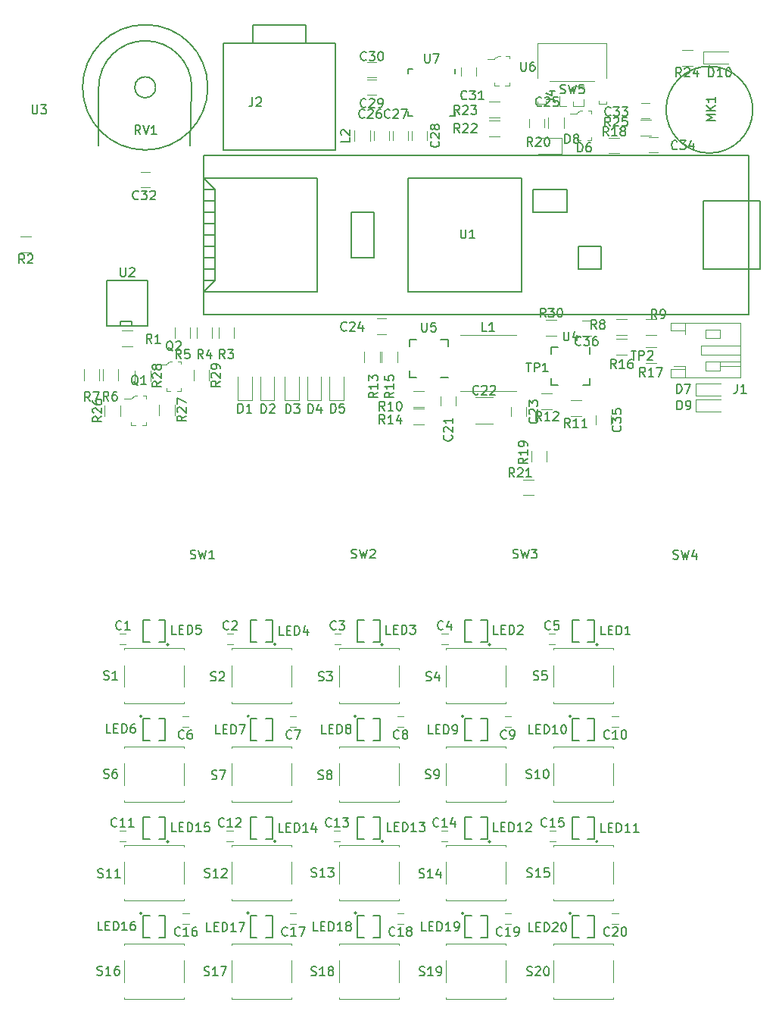
<source format=gbr>
G04 #@! TF.GenerationSoftware,KiCad,Pcbnew,(5.0.0-3-g5ebb6b6)*
G04 #@! TF.CreationDate,2018-10-17T11:41:48-06:00*
G04 #@! TF.ProjectId,teensy_beats,7465656E73795F62656174732E6B6963,rev?*
G04 #@! TF.SameCoordinates,Original*
G04 #@! TF.FileFunction,Legend,Top*
G04 #@! TF.FilePolarity,Positive*
%FSLAX46Y46*%
G04 Gerber Fmt 4.6, Leading zero omitted, Abs format (unit mm)*
G04 Created by KiCad (PCBNEW (5.0.0-3-g5ebb6b6)) date Wednesday, October 17, 2018 at 11:41:48 AM*
%MOMM*%
%LPD*%
G01*
G04 APERTURE LIST*
%ADD10C,0.120000*%
%ADD11C,0.150000*%
%ADD12C,0.100000*%
G04 APERTURE END LIST*
D10*
G04 #@! TO.C,J4*
X121340000Y-44360000D02*
X121340000Y-43250000D01*
X122100000Y-44360000D02*
X121340000Y-44360000D01*
X122860000Y-42686529D02*
X122860000Y-42140000D01*
X122860000Y-44360000D02*
X122860000Y-43813471D01*
X122860000Y-42140000D02*
X124065000Y-42140000D01*
X122860000Y-44360000D02*
X124065000Y-44360000D01*
X124065000Y-42942470D02*
X124065000Y-42140000D01*
X124065000Y-44360000D02*
X124065000Y-43557530D01*
D11*
G04 #@! TO.C,U1*
X142480000Y-49860000D02*
X142480000Y-67640000D01*
X81520000Y-67640000D02*
X81520000Y-49860000D01*
X100570000Y-61290000D02*
X98030000Y-61290000D01*
X100570000Y-56210000D02*
X100570000Y-61290000D01*
X98030000Y-56210000D02*
X100570000Y-56210000D01*
X98030000Y-61290000D02*
X98030000Y-56210000D01*
X137400000Y-54940000D02*
X142480000Y-54940000D01*
X137400000Y-62560000D02*
X142480000Y-62560000D01*
X137400000Y-54940000D02*
X137400000Y-62560000D01*
X143750000Y-62560000D02*
X142480000Y-62560000D01*
X143750000Y-54940000D02*
X143750000Y-62560000D01*
X142480000Y-54940000D02*
X143750000Y-54940000D01*
X142480000Y-49860000D02*
X81520000Y-49860000D01*
X81520000Y-67640000D02*
X142480000Y-67640000D01*
X94220000Y-52400000D02*
X81520000Y-52400000D01*
X94220000Y-65100000D02*
X94220000Y-52400000D01*
X81520000Y-65100000D02*
X94220000Y-65100000D01*
X82790000Y-63830000D02*
X81520000Y-65100000D01*
X82790000Y-53670000D02*
X82790000Y-63830000D01*
X81520000Y-52400000D02*
X82790000Y-53670000D01*
X82790000Y-63830000D02*
X81520000Y-63830000D01*
X82790000Y-62560000D02*
X81520000Y-62560000D01*
X82790000Y-61290000D02*
X81520000Y-61290000D01*
X82790000Y-60020000D02*
X81520000Y-60020000D01*
X82790000Y-58750000D02*
X81520000Y-58750000D01*
X82790000Y-57480000D02*
X81520000Y-57480000D01*
X82790000Y-56210000D02*
X81520000Y-56210000D01*
X82790000Y-54940000D02*
X81520000Y-54940000D01*
X82790000Y-53670000D02*
X81520000Y-53670000D01*
X117080000Y-65100000D02*
X104380000Y-65100000D01*
X117080000Y-52400000D02*
X104380000Y-52400000D01*
X117080000Y-65100000D02*
X117080000Y-52400000D01*
X104380000Y-52400000D02*
X104380000Y-65100000D01*
X118350000Y-56210000D02*
X118350000Y-53670000D01*
X122160000Y-56210000D02*
X118350000Y-56210000D01*
X122160000Y-53670000D02*
X122160000Y-56210000D01*
X118350000Y-53670000D02*
X122160000Y-53670000D01*
X123430000Y-62560000D02*
X125970000Y-62560000D01*
X123430000Y-60020000D02*
X123430000Y-62560000D01*
X125970000Y-60020000D02*
X123430000Y-60020000D01*
X125970000Y-62560000D02*
X125970000Y-60020000D01*
D10*
G04 #@! TO.C,C35*
X127125000Y-79925000D02*
X127125000Y-78925000D01*
X125425000Y-78925000D02*
X125425000Y-79925000D01*
G04 #@! TO.C,C36*
X124850000Y-68275000D02*
X123850000Y-68275000D01*
X123850000Y-69975000D02*
X124850000Y-69975000D01*
G04 #@! TO.C,C22*
X111900000Y-79855000D02*
X113900000Y-79855000D01*
X113900000Y-76895000D02*
X111900000Y-76895000D01*
G04 #@! TO.C,R30*
X119810000Y-68250000D02*
X121010000Y-68250000D01*
X121010000Y-70010000D02*
X119810000Y-70010000D01*
G04 #@! TO.C,R26*
X72205000Y-77775000D02*
X72205000Y-78975000D01*
X70445000Y-78975000D02*
X70445000Y-77775000D01*
G04 #@! TO.C,R27*
X78330000Y-77700000D02*
X78330000Y-78900000D01*
X76570000Y-78900000D02*
X76570000Y-77700000D01*
G04 #@! TO.C,R28*
X73820000Y-75075000D02*
X73820000Y-73875000D01*
X75580000Y-73875000D02*
X75580000Y-75075000D01*
G04 #@! TO.C,R29*
X82155000Y-73825000D02*
X82155000Y-75025000D01*
X80395000Y-75025000D02*
X80395000Y-73825000D01*
D12*
G04 #@! TO.C,Q1*
X74100000Y-76725000D02*
X73825000Y-76725000D01*
X73825000Y-76725000D02*
X73450000Y-77000000D01*
X73450000Y-77000000D02*
X73450000Y-77050000D01*
X73450000Y-77050000D02*
X72675000Y-77050000D01*
X73925000Y-80025000D02*
X73450000Y-80025000D01*
X73450000Y-80025000D02*
X73450000Y-79675000D01*
X75100000Y-79800000D02*
X75100000Y-79675000D01*
X75100000Y-79725000D02*
X75100000Y-80025000D01*
X75100000Y-80025000D02*
X74650000Y-80025000D01*
X74725000Y-76725000D02*
X75100000Y-76725000D01*
X75100000Y-76725000D02*
X75100000Y-77025000D01*
G04 #@! TO.C,Q2*
X79000000Y-72875000D02*
X79000000Y-73175000D01*
X78625000Y-72875000D02*
X79000000Y-72875000D01*
X79000000Y-76175000D02*
X78550000Y-76175000D01*
X79000000Y-75875000D02*
X79000000Y-76175000D01*
X79000000Y-75950000D02*
X79000000Y-75825000D01*
X77350000Y-76175000D02*
X77350000Y-75825000D01*
X77825000Y-76175000D02*
X77350000Y-76175000D01*
X77350000Y-73200000D02*
X76575000Y-73200000D01*
X77350000Y-73150000D02*
X77350000Y-73200000D01*
X77725000Y-72875000D02*
X77350000Y-73150000D01*
X78000000Y-72875000D02*
X77725000Y-72875000D01*
D10*
G04 #@! TO.C,C9*
X115200000Y-112500000D02*
X115900000Y-112500000D01*
X115900000Y-113700000D02*
X115200000Y-113700000D01*
G04 #@! TO.C,C8*
X103900000Y-113700000D02*
X103200000Y-113700000D01*
X103200000Y-112500000D02*
X103900000Y-112500000D01*
G04 #@! TO.C,C7*
X91200000Y-112500000D02*
X91900000Y-112500000D01*
X91900000Y-113700000D02*
X91200000Y-113700000D01*
G04 #@! TO.C,C6*
X79850000Y-113700000D02*
X79150000Y-113700000D01*
X79150000Y-112500000D02*
X79850000Y-112500000D01*
G04 #@! TO.C,C5*
X120850000Y-104500000D02*
X120150000Y-104500000D01*
X120150000Y-103300000D02*
X120850000Y-103300000D01*
G04 #@! TO.C,C4*
X108150000Y-103300000D02*
X108850000Y-103300000D01*
X108850000Y-104500000D02*
X108150000Y-104500000D01*
G04 #@! TO.C,C3*
X96850000Y-104500000D02*
X96150000Y-104500000D01*
X96150000Y-103300000D02*
X96850000Y-103300000D01*
G04 #@! TO.C,C2*
X84150000Y-103300000D02*
X84850000Y-103300000D01*
X84850000Y-104500000D02*
X84150000Y-104500000D01*
G04 #@! TO.C,C1*
X72850000Y-104500000D02*
X72150000Y-104500000D01*
X72150000Y-103300000D02*
X72850000Y-103300000D01*
G04 #@! TO.C,C10*
X127900000Y-113700000D02*
X127200000Y-113700000D01*
X127200000Y-112500000D02*
X127900000Y-112500000D01*
G04 #@! TO.C,C11*
X72800000Y-126500000D02*
X72100000Y-126500000D01*
X72100000Y-125300000D02*
X72800000Y-125300000D01*
G04 #@! TO.C,C12*
X84100000Y-125300000D02*
X84800000Y-125300000D01*
X84800000Y-126500000D02*
X84100000Y-126500000D01*
G04 #@! TO.C,C13*
X96800000Y-126500000D02*
X96100000Y-126500000D01*
X96100000Y-125300000D02*
X96800000Y-125300000D01*
G04 #@! TO.C,C14*
X108100000Y-125300000D02*
X108800000Y-125300000D01*
X108800000Y-126500000D02*
X108100000Y-126500000D01*
G04 #@! TO.C,C21*
X109750000Y-77800000D02*
X109750000Y-76800000D01*
X108050000Y-76800000D02*
X108050000Y-77800000D01*
G04 #@! TO.C,C23*
X117575000Y-78950000D02*
X117575000Y-77950000D01*
X115875000Y-77950000D02*
X115875000Y-78950000D01*
G04 #@! TO.C,C24*
X101925000Y-68100000D02*
X100925000Y-68100000D01*
X100925000Y-69800000D02*
X101925000Y-69800000D01*
G04 #@! TO.C,C25*
X117930000Y-45760000D02*
X117930000Y-46760000D01*
X119630000Y-46760000D02*
X119630000Y-45760000D01*
G04 #@! TO.C,C26*
X102300000Y-48150000D02*
X102300000Y-47150000D01*
X100600000Y-47150000D02*
X100600000Y-48150000D01*
G04 #@! TO.C,C27*
X102700000Y-47150000D02*
X102700000Y-48150000D01*
X104400000Y-48150000D02*
X104400000Y-47150000D01*
G04 #@! TO.C,C28*
X106500000Y-48150000D02*
X106500000Y-47150000D01*
X104800000Y-47150000D02*
X104800000Y-48150000D01*
G04 #@! TO.C,C29*
X100850000Y-41375000D02*
X99850000Y-41375000D01*
X99850000Y-43075000D02*
X100850000Y-43075000D01*
G04 #@! TO.C,C30*
X99850000Y-41175000D02*
X100850000Y-41175000D01*
X100850000Y-39475000D02*
X99850000Y-39475000D01*
G04 #@! TO.C,C31*
X110300000Y-40000000D02*
X110300000Y-41000000D01*
X112000000Y-41000000D02*
X112000000Y-40000000D01*
G04 #@! TO.C,C32*
X74550000Y-53400000D02*
X75550000Y-53400000D01*
X75550000Y-51700000D02*
X74550000Y-51700000D01*
G04 #@! TO.C,C33*
X131440000Y-44030000D02*
X130440000Y-44030000D01*
X130440000Y-45730000D02*
X131440000Y-45730000D01*
G04 #@! TO.C,C34*
X131300000Y-49525000D02*
X132300000Y-49525000D01*
X132300000Y-47825000D02*
X131300000Y-47825000D01*
G04 #@! TO.C,J1*
X135350000Y-73400000D02*
X134150000Y-73400000D01*
X139300000Y-73400000D02*
X141550000Y-73400000D01*
X139300000Y-72900000D02*
X141550000Y-72900000D01*
X137700000Y-70300000D02*
X137700000Y-69300000D01*
X139300000Y-70300000D02*
X137700000Y-70300000D01*
X139300000Y-69300000D02*
X139300000Y-70300000D01*
X137700000Y-69300000D02*
X139300000Y-69300000D01*
X137700000Y-72900000D02*
X137700000Y-73900000D01*
X139300000Y-72900000D02*
X137700000Y-72900000D01*
X139300000Y-73900000D02*
X139300000Y-72900000D01*
X137700000Y-73900000D02*
X139300000Y-73900000D01*
X135350000Y-68550000D02*
X135350000Y-69450000D01*
X135350000Y-74650000D02*
X135350000Y-73750000D01*
X135350000Y-69450000D02*
X135350000Y-69800000D01*
X133750000Y-69450000D02*
X135350000Y-69450000D01*
X133750000Y-68550000D02*
X133750000Y-69450000D01*
X141550000Y-68550000D02*
X133750000Y-68550000D01*
X141550000Y-74650000D02*
X141550000Y-68550000D01*
X133750000Y-74650000D02*
X141550000Y-74650000D01*
X133750000Y-73750000D02*
X133750000Y-74650000D01*
X135350000Y-73750000D02*
X133750000Y-73750000D01*
X135350000Y-73400000D02*
X135350000Y-73750000D01*
X137200000Y-71100000D02*
X141550000Y-71100000D01*
X137200000Y-72100000D02*
X137200000Y-71100000D01*
X141550000Y-72100000D02*
X137200000Y-72100000D01*
D11*
G04 #@! TO.C,U5*
X104550000Y-74700000D02*
X105325000Y-74700000D01*
X104550000Y-70400000D02*
X105325000Y-70400000D01*
X108850000Y-70400000D02*
X108075000Y-70400000D01*
X108850000Y-74700000D02*
X108075000Y-74700000D01*
X104550000Y-70400000D02*
X104550000Y-71175000D01*
X108850000Y-70400000D02*
X108850000Y-71175000D01*
X104550000Y-74700000D02*
X104550000Y-73925000D01*
G04 #@! TO.C,U4*
X124722452Y-75537787D02*
X124722452Y-74762787D01*
X120422452Y-75537787D02*
X120422452Y-74762787D01*
X120422452Y-71237787D02*
X120422452Y-72012787D01*
X124722452Y-71237787D02*
X124722452Y-72012787D01*
X120422452Y-75537787D02*
X121197452Y-75537787D01*
X120422452Y-71237787D02*
X121197452Y-71237787D01*
X124722452Y-75537787D02*
X123947452Y-75537787D01*
G04 #@! TO.C,U7*
X109608982Y-45467864D02*
X109608982Y-44942864D01*
X104358982Y-45467864D02*
X104358982Y-44942864D01*
X104358982Y-40217864D02*
X104358982Y-40742864D01*
X109608982Y-40217864D02*
X109608982Y-40742864D01*
X104358982Y-45467864D02*
X104883982Y-45467864D01*
X104358982Y-40217864D02*
X104883982Y-40217864D01*
X109608982Y-45467864D02*
X109083982Y-45467864D01*
D10*
G04 #@! TO.C,L2*
X98420000Y-48250000D02*
X98420000Y-47050000D01*
X100180000Y-47050000D02*
X100180000Y-48250000D01*
G04 #@! TO.C,L1*
X110200000Y-76150000D02*
X116500000Y-76150000D01*
X110200000Y-69950000D02*
X116500000Y-69950000D01*
G04 #@! TO.C,D7*
X136550000Y-75300000D02*
X139350000Y-75300000D01*
X136550000Y-76700000D02*
X139350000Y-76700000D01*
X136550000Y-75300000D02*
X136550000Y-76700000D01*
D11*
G04 #@! TO.C,J2*
X96250000Y-37290000D02*
X96250000Y-49290000D01*
X83750000Y-37290000D02*
X83750000Y-49290000D01*
X96250000Y-37290000D02*
X83750000Y-37290000D01*
X93000000Y-35290000D02*
X87000000Y-35290000D01*
X93000000Y-35290000D02*
X93000000Y-37290000D01*
X87000000Y-35290000D02*
X87000000Y-37290000D01*
X96250000Y-49290000D02*
X83750000Y-49290000D01*
G04 #@! TO.C,U2*
X73508000Y-68432000D02*
X73508000Y-68940000D01*
X72238000Y-68432000D02*
X73508000Y-68432000D01*
X72238000Y-68940000D02*
X72238000Y-68432000D01*
X75286000Y-68940000D02*
X70714000Y-68940000D01*
X75286000Y-63860000D02*
X75286000Y-68940000D01*
X70714000Y-63860000D02*
X75286000Y-63860000D01*
X70714000Y-68940000D02*
X70714000Y-63860000D01*
D12*
G04 #@! TO.C,U6*
X114725000Y-38750000D02*
X114450000Y-38750000D01*
X114450000Y-38750000D02*
X114075000Y-39025000D01*
X114075000Y-39025000D02*
X114075000Y-39075000D01*
X114075000Y-39075000D02*
X113300000Y-39075000D01*
X114550000Y-42050000D02*
X114075000Y-42050000D01*
X114075000Y-42050000D02*
X114075000Y-41700000D01*
X115725000Y-41825000D02*
X115725000Y-41700000D01*
X115725000Y-41750000D02*
X115725000Y-42050000D01*
X115725000Y-42050000D02*
X115275000Y-42050000D01*
X115350000Y-38750000D02*
X115725000Y-38750000D01*
X115725000Y-38750000D02*
X115725000Y-39050000D01*
G04 #@! TO.C,D6*
X124900000Y-44875000D02*
X124900000Y-45175000D01*
X124525000Y-44875000D02*
X124900000Y-44875000D01*
X124900000Y-48175000D02*
X124450000Y-48175000D01*
X124900000Y-47875000D02*
X124900000Y-48175000D01*
X124900000Y-47950000D02*
X124900000Y-47825000D01*
X123250000Y-48175000D02*
X123250000Y-47825000D01*
X123725000Y-48175000D02*
X123250000Y-48175000D01*
X123250000Y-45200000D02*
X122475000Y-45200000D01*
X123250000Y-45150000D02*
X123250000Y-45200000D01*
X123625000Y-44875000D02*
X123250000Y-45150000D01*
X123900000Y-44875000D02*
X123625000Y-44875000D01*
D10*
G04 #@! TO.C,D10*
X137375000Y-38225000D02*
X140175000Y-38225000D01*
X137375000Y-39625000D02*
X140175000Y-39625000D01*
X137375000Y-38225000D02*
X137375000Y-39625000D01*
G04 #@! TO.C,R25*
X130360000Y-45910000D02*
X131560000Y-45910000D01*
X131560000Y-47670000D02*
X130360000Y-47670000D01*
G04 #@! TO.C,D9*
X136550000Y-77100000D02*
X139350000Y-77100000D01*
X136550000Y-78500000D02*
X139350000Y-78500000D01*
X136550000Y-77100000D02*
X136550000Y-78500000D01*
G04 #@! TO.C,R24*
X136225000Y-39830000D02*
X135025000Y-39830000D01*
X135025000Y-38070000D02*
X136225000Y-38070000D01*
G04 #@! TO.C,R6*
X72005000Y-73775000D02*
X72005000Y-74975000D01*
X70245000Y-74975000D02*
X70245000Y-73775000D01*
G04 #@! TO.C,R23*
X114620000Y-45630000D02*
X113420000Y-45630000D01*
X113420000Y-43870000D02*
X114620000Y-43870000D01*
G04 #@! TO.C,D8*
X121550000Y-49650000D02*
X119000000Y-49650000D01*
X121550000Y-47950000D02*
X119000000Y-47950000D01*
X121550000Y-49650000D02*
X121550000Y-47950000D01*
G04 #@! TO.C,R1*
X72400000Y-69420000D02*
X73600000Y-69420000D01*
X73600000Y-71180000D02*
X72400000Y-71180000D01*
G04 #@! TO.C,C20*
X127200000Y-134500000D02*
X127900000Y-134500000D01*
X127900000Y-135700000D02*
X127200000Y-135700000D01*
G04 #@! TO.C,C15*
X120200000Y-125300000D02*
X120900000Y-125300000D01*
X120900000Y-126500000D02*
X120200000Y-126500000D01*
G04 #@! TO.C,C16*
X79200000Y-134500000D02*
X79900000Y-134500000D01*
X79900000Y-135700000D02*
X79200000Y-135700000D01*
G04 #@! TO.C,C17*
X91900000Y-135700000D02*
X91200000Y-135700000D01*
X91200000Y-134500000D02*
X91900000Y-134500000D01*
G04 #@! TO.C,C18*
X103200000Y-134500000D02*
X103900000Y-134500000D01*
X103900000Y-135700000D02*
X103200000Y-135700000D01*
G04 #@! TO.C,C19*
X115900000Y-135700000D02*
X115200000Y-135700000D01*
X115200000Y-134500000D02*
X115900000Y-134500000D01*
G04 #@! TO.C,SW5*
X118880000Y-43820000D02*
X118880000Y-44120000D01*
X119770000Y-44120000D02*
X119770000Y-43770000D01*
X119770000Y-44120000D02*
X118880000Y-44120000D01*
X120260000Y-41570000D02*
X125240000Y-41570000D01*
X118880000Y-37330000D02*
X118880000Y-41180000D01*
X126620000Y-37330000D02*
X118880000Y-37330000D01*
X126620000Y-41180000D02*
X126620000Y-37330000D01*
X126620000Y-43820000D02*
X126620000Y-44120000D01*
X126620000Y-44120000D02*
X125730000Y-44120000D01*
X125730000Y-44120000D02*
X125730000Y-43770000D01*
G04 #@! TO.C,R21*
X117250000Y-86070000D02*
X118450000Y-86070000D01*
X118450000Y-87830000D02*
X117250000Y-87830000D01*
G04 #@! TO.C,R22*
X114630000Y-47740000D02*
X113430000Y-47740000D01*
X113430000Y-45980000D02*
X114630000Y-45980000D01*
D11*
G04 #@! TO.C,MK1*
X142950000Y-44750000D02*
G75*
G03X142950000Y-44750000I-4850000J0D01*
G01*
D10*
G04 #@! TO.C,R20*
X121820000Y-45650000D02*
X121820000Y-46850000D01*
X120060000Y-46850000D02*
X120060000Y-45650000D01*
G04 #@! TO.C,R19*
X118170000Y-84100000D02*
X118170000Y-82900000D01*
X119930000Y-82900000D02*
X119930000Y-84100000D01*
D11*
G04 #@! TO.C,LED7*
X86750000Y-112750000D02*
X87500000Y-112750000D01*
X86750000Y-115250000D02*
X86750000Y-112750000D01*
X87500000Y-115250000D02*
X86750000Y-115250000D01*
X89250000Y-115250000D02*
X88500000Y-115250000D01*
X89250000Y-112750000D02*
X89250000Y-115250000D01*
X88500000Y-112750000D02*
X89250000Y-112750000D01*
X86750000Y-115250000D02*
X86750000Y-112750000D01*
X86625000Y-112500000D02*
G75*
G03X86625000Y-112500000I-125000J0D01*
G01*
G04 #@! TO.C,LED1*
X125250000Y-104250000D02*
X124500000Y-104250000D01*
X125250000Y-101750000D02*
X125250000Y-104250000D01*
X124500000Y-101750000D02*
X125250000Y-101750000D01*
X122750000Y-101750000D02*
X123500000Y-101750000D01*
X122750000Y-104250000D02*
X122750000Y-101750000D01*
X123500000Y-104250000D02*
X122750000Y-104250000D01*
X125250000Y-101750000D02*
X125250000Y-104250000D01*
X125625000Y-104500000D02*
G75*
G03X125625000Y-104500000I-125000J0D01*
G01*
G04 #@! TO.C,LED2*
X113250000Y-104250000D02*
X112500000Y-104250000D01*
X113250000Y-101750000D02*
X113250000Y-104250000D01*
X112500000Y-101750000D02*
X113250000Y-101750000D01*
X110750000Y-101750000D02*
X111500000Y-101750000D01*
X110750000Y-104250000D02*
X110750000Y-101750000D01*
X111500000Y-104250000D02*
X110750000Y-104250000D01*
X113250000Y-101750000D02*
X113250000Y-104250000D01*
X113625000Y-104500000D02*
G75*
G03X113625000Y-104500000I-125000J0D01*
G01*
G04 #@! TO.C,LED20*
X122750000Y-134750000D02*
X123500000Y-134750000D01*
X122750000Y-137250000D02*
X122750000Y-134750000D01*
X123500000Y-137250000D02*
X122750000Y-137250000D01*
X125250000Y-137250000D02*
X124500000Y-137250000D01*
X125250000Y-134750000D02*
X125250000Y-137250000D01*
X124500000Y-134750000D02*
X125250000Y-134750000D01*
X122750000Y-137250000D02*
X122750000Y-134750000D01*
X122625000Y-134500000D02*
G75*
G03X122625000Y-134500000I-125000J0D01*
G01*
G04 #@! TO.C,LED19*
X110750000Y-134750000D02*
X111500000Y-134750000D01*
X110750000Y-137250000D02*
X110750000Y-134750000D01*
X111500000Y-137250000D02*
X110750000Y-137250000D01*
X113250000Y-137250000D02*
X112500000Y-137250000D01*
X113250000Y-134750000D02*
X113250000Y-137250000D01*
X112500000Y-134750000D02*
X113250000Y-134750000D01*
X110750000Y-137250000D02*
X110750000Y-134750000D01*
X110625000Y-134500000D02*
G75*
G03X110625000Y-134500000I-125000J0D01*
G01*
G04 #@! TO.C,LED18*
X98750000Y-134750000D02*
X99500000Y-134750000D01*
X98750000Y-137250000D02*
X98750000Y-134750000D01*
X99500000Y-137250000D02*
X98750000Y-137250000D01*
X101250000Y-137250000D02*
X100500000Y-137250000D01*
X101250000Y-134750000D02*
X101250000Y-137250000D01*
X100500000Y-134750000D02*
X101250000Y-134750000D01*
X98750000Y-137250000D02*
X98750000Y-134750000D01*
X98625000Y-134500000D02*
G75*
G03X98625000Y-134500000I-125000J0D01*
G01*
G04 #@! TO.C,LED17*
X86750000Y-134750000D02*
X87500000Y-134750000D01*
X86750000Y-137250000D02*
X86750000Y-134750000D01*
X87500000Y-137250000D02*
X86750000Y-137250000D01*
X89250000Y-137250000D02*
X88500000Y-137250000D01*
X89250000Y-134750000D02*
X89250000Y-137250000D01*
X88500000Y-134750000D02*
X89250000Y-134750000D01*
X86750000Y-137250000D02*
X86750000Y-134750000D01*
X86625000Y-134500000D02*
G75*
G03X86625000Y-134500000I-125000J0D01*
G01*
G04 #@! TO.C,LED16*
X74750000Y-134750000D02*
X75500000Y-134750000D01*
X74750000Y-137250000D02*
X74750000Y-134750000D01*
X75500000Y-137250000D02*
X74750000Y-137250000D01*
X77250000Y-137250000D02*
X76500000Y-137250000D01*
X77250000Y-134750000D02*
X77250000Y-137250000D01*
X76500000Y-134750000D02*
X77250000Y-134750000D01*
X74750000Y-137250000D02*
X74750000Y-134750000D01*
X74625000Y-134500000D02*
G75*
G03X74625000Y-134500000I-125000J0D01*
G01*
G04 #@! TO.C,LED15*
X77250000Y-126250000D02*
X76500000Y-126250000D01*
X77250000Y-123750000D02*
X77250000Y-126250000D01*
X76500000Y-123750000D02*
X77250000Y-123750000D01*
X74750000Y-123750000D02*
X75500000Y-123750000D01*
X74750000Y-126250000D02*
X74750000Y-123750000D01*
X75500000Y-126250000D02*
X74750000Y-126250000D01*
X77250000Y-123750000D02*
X77250000Y-126250000D01*
X77625000Y-126500000D02*
G75*
G03X77625000Y-126500000I-125000J0D01*
G01*
G04 #@! TO.C,LED14*
X89250000Y-126250000D02*
X88500000Y-126250000D01*
X89250000Y-123750000D02*
X89250000Y-126250000D01*
X88500000Y-123750000D02*
X89250000Y-123750000D01*
X86750000Y-123750000D02*
X87500000Y-123750000D01*
X86750000Y-126250000D02*
X86750000Y-123750000D01*
X87500000Y-126250000D02*
X86750000Y-126250000D01*
X89250000Y-123750000D02*
X89250000Y-126250000D01*
X89625000Y-126500000D02*
G75*
G03X89625000Y-126500000I-125000J0D01*
G01*
G04 #@! TO.C,LED13*
X101250000Y-126250000D02*
X100500000Y-126250000D01*
X101250000Y-123750000D02*
X101250000Y-126250000D01*
X100500000Y-123750000D02*
X101250000Y-123750000D01*
X98750000Y-123750000D02*
X99500000Y-123750000D01*
X98750000Y-126250000D02*
X98750000Y-123750000D01*
X99500000Y-126250000D02*
X98750000Y-126250000D01*
X101250000Y-123750000D02*
X101250000Y-126250000D01*
X101625000Y-126500000D02*
G75*
G03X101625000Y-126500000I-125000J0D01*
G01*
G04 #@! TO.C,LED12*
X113250000Y-126250000D02*
X112500000Y-126250000D01*
X113250000Y-123750000D02*
X113250000Y-126250000D01*
X112500000Y-123750000D02*
X113250000Y-123750000D01*
X110750000Y-123750000D02*
X111500000Y-123750000D01*
X110750000Y-126250000D02*
X110750000Y-123750000D01*
X111500000Y-126250000D02*
X110750000Y-126250000D01*
X113250000Y-123750000D02*
X113250000Y-126250000D01*
X113625000Y-126500000D02*
G75*
G03X113625000Y-126500000I-125000J0D01*
G01*
G04 #@! TO.C,LED11*
X125250000Y-126250000D02*
X124500000Y-126250000D01*
X125250000Y-123750000D02*
X125250000Y-126250000D01*
X124500000Y-123750000D02*
X125250000Y-123750000D01*
X122750000Y-123750000D02*
X123500000Y-123750000D01*
X122750000Y-126250000D02*
X122750000Y-123750000D01*
X123500000Y-126250000D02*
X122750000Y-126250000D01*
X125250000Y-123750000D02*
X125250000Y-126250000D01*
X125625000Y-126500000D02*
G75*
G03X125625000Y-126500000I-125000J0D01*
G01*
G04 #@! TO.C,LED10*
X122750000Y-112750000D02*
X123500000Y-112750000D01*
X122750000Y-115250000D02*
X122750000Y-112750000D01*
X123500000Y-115250000D02*
X122750000Y-115250000D01*
X125250000Y-115250000D02*
X124500000Y-115250000D01*
X125250000Y-112750000D02*
X125250000Y-115250000D01*
X124500000Y-112750000D02*
X125250000Y-112750000D01*
X122750000Y-115250000D02*
X122750000Y-112750000D01*
X122625000Y-112500000D02*
G75*
G03X122625000Y-112500000I-125000J0D01*
G01*
G04 #@! TO.C,LED9*
X110750000Y-112750000D02*
X111500000Y-112750000D01*
X110750000Y-115250000D02*
X110750000Y-112750000D01*
X111500000Y-115250000D02*
X110750000Y-115250000D01*
X113250000Y-115250000D02*
X112500000Y-115250000D01*
X113250000Y-112750000D02*
X113250000Y-115250000D01*
X112500000Y-112750000D02*
X113250000Y-112750000D01*
X110750000Y-115250000D02*
X110750000Y-112750000D01*
X110625000Y-112500000D02*
G75*
G03X110625000Y-112500000I-125000J0D01*
G01*
G04 #@! TO.C,LED8*
X98750000Y-112750000D02*
X99500000Y-112750000D01*
X98750000Y-115250000D02*
X98750000Y-112750000D01*
X99500000Y-115250000D02*
X98750000Y-115250000D01*
X101250000Y-115250000D02*
X100500000Y-115250000D01*
X101250000Y-112750000D02*
X101250000Y-115250000D01*
X100500000Y-112750000D02*
X101250000Y-112750000D01*
X98750000Y-115250000D02*
X98750000Y-112750000D01*
X98625000Y-112500000D02*
G75*
G03X98625000Y-112500000I-125000J0D01*
G01*
G04 #@! TO.C,LED6*
X74750000Y-112750000D02*
X75500000Y-112750000D01*
X74750000Y-115250000D02*
X74750000Y-112750000D01*
X75500000Y-115250000D02*
X74750000Y-115250000D01*
X77250000Y-115250000D02*
X76500000Y-115250000D01*
X77250000Y-112750000D02*
X77250000Y-115250000D01*
X76500000Y-112750000D02*
X77250000Y-112750000D01*
X74750000Y-115250000D02*
X74750000Y-112750000D01*
X74625000Y-112500000D02*
G75*
G03X74625000Y-112500000I-125000J0D01*
G01*
G04 #@! TO.C,LED5*
X77250000Y-104250000D02*
X76500000Y-104250000D01*
X77250000Y-101750000D02*
X77250000Y-104250000D01*
X76500000Y-101750000D02*
X77250000Y-101750000D01*
X74750000Y-101750000D02*
X75500000Y-101750000D01*
X74750000Y-104250000D02*
X74750000Y-101750000D01*
X75500000Y-104250000D02*
X74750000Y-104250000D01*
X77250000Y-101750000D02*
X77250000Y-104250000D01*
X77625000Y-104500000D02*
G75*
G03X77625000Y-104500000I-125000J0D01*
G01*
G04 #@! TO.C,LED4*
X89250000Y-104250000D02*
X88500000Y-104250000D01*
X89250000Y-101750000D02*
X89250000Y-104250000D01*
X88500000Y-101750000D02*
X89250000Y-101750000D01*
X86750000Y-101750000D02*
X87500000Y-101750000D01*
X86750000Y-104250000D02*
X86750000Y-101750000D01*
X87500000Y-104250000D02*
X86750000Y-104250000D01*
X89250000Y-101750000D02*
X89250000Y-104250000D01*
X89625000Y-104500000D02*
G75*
G03X89625000Y-104500000I-125000J0D01*
G01*
G04 #@! TO.C,LED3*
X101250000Y-104250000D02*
X100500000Y-104250000D01*
X101250000Y-101750000D02*
X101250000Y-104250000D01*
X100500000Y-101750000D02*
X101250000Y-101750000D01*
X98750000Y-101750000D02*
X99500000Y-101750000D01*
X98750000Y-104250000D02*
X98750000Y-101750000D01*
X99500000Y-104250000D02*
X98750000Y-104250000D01*
X101250000Y-101750000D02*
X101250000Y-104250000D01*
X101625000Y-104500000D02*
G75*
G03X101625000Y-104500000I-125000J0D01*
G01*
D10*
G04 #@! TO.C,R15*
X101445000Y-72950000D02*
X101445000Y-71750000D01*
X103205000Y-71750000D02*
X103205000Y-72950000D01*
G04 #@! TO.C,R16*
X127700000Y-70370000D02*
X128900000Y-70370000D01*
X128900000Y-72130000D02*
X127700000Y-72130000D01*
G04 #@! TO.C,R17*
X132150000Y-73055000D02*
X130950000Y-73055000D01*
X130950000Y-71295000D02*
X132150000Y-71295000D01*
G04 #@! TO.C,R18*
X126850000Y-47870000D02*
X128050000Y-47870000D01*
X128050000Y-49630000D02*
X126850000Y-49630000D01*
G04 #@! TO.C,R14*
X104950000Y-78120000D02*
X106150000Y-78120000D01*
X106150000Y-79880000D02*
X104950000Y-79880000D01*
D11*
G04 #@! TO.C,RV1*
X82000000Y-42250000D02*
G75*
G03X82000000Y-42250000I-7000000J0D01*
G01*
X69800000Y-42250000D02*
G75*
G02X80200000Y-42250000I5200000J0D01*
G01*
X69800000Y-42250000D02*
X69800000Y-48750000D01*
X80200000Y-42250000D02*
X80000000Y-48750000D01*
X76166190Y-42250000D02*
G75*
G03X76166190Y-42250000I-1166190J0D01*
G01*
D10*
G04 #@! TO.C,S20*
X127350000Y-137900000D02*
X127350000Y-138100000D01*
X127350000Y-144100000D02*
X127350000Y-143900000D01*
X120650000Y-144100000D02*
X120650000Y-143900000D01*
X120650000Y-137900000D02*
X120650000Y-138100000D01*
X120650000Y-139800000D02*
X120650000Y-142200000D01*
X127350000Y-139800000D02*
X127350000Y-142200000D01*
X127350000Y-137900000D02*
X120650000Y-137900000D01*
X120650000Y-144100000D02*
X127350000Y-144100000D01*
G04 #@! TO.C,S19*
X108650000Y-144100000D02*
X115350000Y-144100000D01*
X115350000Y-137900000D02*
X108650000Y-137900000D01*
X115350000Y-139800000D02*
X115350000Y-142200000D01*
X108650000Y-139800000D02*
X108650000Y-142200000D01*
X108650000Y-137900000D02*
X108650000Y-138100000D01*
X108650000Y-144100000D02*
X108650000Y-143900000D01*
X115350000Y-144100000D02*
X115350000Y-143900000D01*
X115350000Y-137900000D02*
X115350000Y-138100000D01*
G04 #@! TO.C,S18*
X103350000Y-137900000D02*
X103350000Y-138100000D01*
X103350000Y-144100000D02*
X103350000Y-143900000D01*
X96650000Y-144100000D02*
X96650000Y-143900000D01*
X96650000Y-137900000D02*
X96650000Y-138100000D01*
X96650000Y-139800000D02*
X96650000Y-142200000D01*
X103350000Y-139800000D02*
X103350000Y-142200000D01*
X103350000Y-137900000D02*
X96650000Y-137900000D01*
X96650000Y-144100000D02*
X103350000Y-144100000D01*
G04 #@! TO.C,S17*
X84650000Y-144100000D02*
X91350000Y-144100000D01*
X91350000Y-137900000D02*
X84650000Y-137900000D01*
X91350000Y-139800000D02*
X91350000Y-142200000D01*
X84650000Y-139800000D02*
X84650000Y-142200000D01*
X84650000Y-137900000D02*
X84650000Y-138100000D01*
X84650000Y-144100000D02*
X84650000Y-143900000D01*
X91350000Y-144100000D02*
X91350000Y-143900000D01*
X91350000Y-137900000D02*
X91350000Y-138100000D01*
G04 #@! TO.C,D5*
X95600000Y-77200000D02*
X95600000Y-74600000D01*
X97200000Y-77200000D02*
X97200000Y-74600000D01*
X95600000Y-77200000D02*
X97200000Y-77200000D01*
G04 #@! TO.C,R13*
X101280000Y-71750000D02*
X101280000Y-72950000D01*
X99520000Y-72950000D02*
X99520000Y-71750000D01*
G04 #@! TO.C,S5*
X127350000Y-104900000D02*
X127350000Y-105100000D01*
X127350000Y-111100000D02*
X127350000Y-110900000D01*
X120650000Y-111100000D02*
X120650000Y-110900000D01*
X120650000Y-104900000D02*
X120650000Y-105100000D01*
X120650000Y-106800000D02*
X120650000Y-109200000D01*
X127350000Y-106800000D02*
X127350000Y-109200000D01*
X127350000Y-104900000D02*
X120650000Y-104900000D01*
X120650000Y-111100000D02*
X127350000Y-111100000D01*
G04 #@! TO.C,R9*
X132150000Y-69930000D02*
X130950000Y-69930000D01*
X130950000Y-68170000D02*
X132150000Y-68170000D01*
G04 #@! TO.C,R10*
X104950000Y-76220000D02*
X106150000Y-76220000D01*
X106150000Y-77980000D02*
X104950000Y-77980000D01*
G04 #@! TO.C,R11*
X123825000Y-78980000D02*
X122625000Y-78980000D01*
X122625000Y-77220000D02*
X123825000Y-77220000D01*
G04 #@! TO.C,R12*
X119300000Y-76445000D02*
X120500000Y-76445000D01*
X120500000Y-78205000D02*
X119300000Y-78205000D01*
G04 #@! TO.C,R5*
X80055000Y-69075000D02*
X80055000Y-70275000D01*
X78295000Y-70275000D02*
X78295000Y-69075000D01*
G04 #@! TO.C,R7*
X69880000Y-73775000D02*
X69880000Y-74975000D01*
X68120000Y-74975000D02*
X68120000Y-73775000D01*
G04 #@! TO.C,R8*
X128900000Y-69930000D02*
X127700000Y-69930000D01*
X127700000Y-68170000D02*
X128900000Y-68170000D01*
G04 #@! TO.C,R4*
X82505000Y-69075000D02*
X82505000Y-70275000D01*
X80745000Y-70275000D02*
X80745000Y-69075000D01*
G04 #@! TO.C,R3*
X84955000Y-69075000D02*
X84955000Y-70275000D01*
X83195000Y-70275000D02*
X83195000Y-69075000D01*
G04 #@! TO.C,R2*
X61050000Y-58920000D02*
X62250000Y-58920000D01*
X62250000Y-60680000D02*
X61050000Y-60680000D01*
G04 #@! TO.C,D1*
X85350000Y-77200000D02*
X86950000Y-77200000D01*
X86950000Y-77200000D02*
X86950000Y-74600000D01*
X85350000Y-77200000D02*
X85350000Y-74600000D01*
G04 #@! TO.C,S16*
X79350000Y-137900000D02*
X79350000Y-138100000D01*
X79350000Y-144100000D02*
X79350000Y-143900000D01*
X72650000Y-144100000D02*
X72650000Y-143900000D01*
X72650000Y-137900000D02*
X72650000Y-138100000D01*
X72650000Y-139800000D02*
X72650000Y-142200000D01*
X79350000Y-139800000D02*
X79350000Y-142200000D01*
X79350000Y-137900000D02*
X72650000Y-137900000D01*
X72650000Y-144100000D02*
X79350000Y-144100000D01*
G04 #@! TO.C,S15*
X127350000Y-126900000D02*
X127350000Y-127100000D01*
X127350000Y-133100000D02*
X127350000Y-132900000D01*
X120650000Y-133100000D02*
X120650000Y-132900000D01*
X120650000Y-126900000D02*
X120650000Y-127100000D01*
X120650000Y-128800000D02*
X120650000Y-131200000D01*
X127350000Y-128800000D02*
X127350000Y-131200000D01*
X127350000Y-126900000D02*
X120650000Y-126900000D01*
X120650000Y-133100000D02*
X127350000Y-133100000D01*
G04 #@! TO.C,S14*
X115350000Y-126900000D02*
X115350000Y-127100000D01*
X115350000Y-133100000D02*
X115350000Y-132900000D01*
X108650000Y-133100000D02*
X108650000Y-132900000D01*
X108650000Y-126900000D02*
X108650000Y-127100000D01*
X108650000Y-128800000D02*
X108650000Y-131200000D01*
X115350000Y-128800000D02*
X115350000Y-131200000D01*
X115350000Y-126900000D02*
X108650000Y-126900000D01*
X108650000Y-133100000D02*
X115350000Y-133100000D01*
G04 #@! TO.C,S13*
X103350000Y-126900000D02*
X103350000Y-127100000D01*
X103350000Y-133100000D02*
X103350000Y-132900000D01*
X96650000Y-133100000D02*
X96650000Y-132900000D01*
X96650000Y-126900000D02*
X96650000Y-127100000D01*
X96650000Y-128800000D02*
X96650000Y-131200000D01*
X103350000Y-128800000D02*
X103350000Y-131200000D01*
X103350000Y-126900000D02*
X96650000Y-126900000D01*
X96650000Y-133100000D02*
X103350000Y-133100000D01*
G04 #@! TO.C,S12*
X91350000Y-126900000D02*
X91350000Y-127100000D01*
X91350000Y-133100000D02*
X91350000Y-132900000D01*
X84650000Y-133100000D02*
X84650000Y-132900000D01*
X84650000Y-126900000D02*
X84650000Y-127100000D01*
X84650000Y-128800000D02*
X84650000Y-131200000D01*
X91350000Y-128800000D02*
X91350000Y-131200000D01*
X91350000Y-126900000D02*
X84650000Y-126900000D01*
X84650000Y-133100000D02*
X91350000Y-133100000D01*
G04 #@! TO.C,S11*
X79350000Y-126900000D02*
X79350000Y-127100000D01*
X79350000Y-133100000D02*
X79350000Y-132900000D01*
X72650000Y-133100000D02*
X72650000Y-132900000D01*
X72650000Y-126900000D02*
X72650000Y-127100000D01*
X72650000Y-128800000D02*
X72650000Y-131200000D01*
X79350000Y-128800000D02*
X79350000Y-131200000D01*
X79350000Y-126900000D02*
X72650000Y-126900000D01*
X72650000Y-133100000D02*
X79350000Y-133100000D01*
G04 #@! TO.C,S10*
X127350000Y-115900000D02*
X127350000Y-116100000D01*
X127350000Y-122100000D02*
X127350000Y-121900000D01*
X120650000Y-122100000D02*
X120650000Y-121900000D01*
X120650000Y-115900000D02*
X120650000Y-116100000D01*
X120650000Y-117800000D02*
X120650000Y-120200000D01*
X127350000Y-117800000D02*
X127350000Y-120200000D01*
X127350000Y-115900000D02*
X120650000Y-115900000D01*
X120650000Y-122100000D02*
X127350000Y-122100000D01*
G04 #@! TO.C,S9*
X115350000Y-115900000D02*
X115350000Y-116100000D01*
X115350000Y-122100000D02*
X115350000Y-121900000D01*
X108650000Y-122100000D02*
X108650000Y-121900000D01*
X108650000Y-115900000D02*
X108650000Y-116100000D01*
X108650000Y-117800000D02*
X108650000Y-120200000D01*
X115350000Y-117800000D02*
X115350000Y-120200000D01*
X115350000Y-115900000D02*
X108650000Y-115900000D01*
X108650000Y-122100000D02*
X115350000Y-122100000D01*
G04 #@! TO.C,S8*
X103350000Y-115900000D02*
X103350000Y-116100000D01*
X103350000Y-122100000D02*
X103350000Y-121900000D01*
X96650000Y-122100000D02*
X96650000Y-121900000D01*
X96650000Y-115900000D02*
X96650000Y-116100000D01*
X96650000Y-117800000D02*
X96650000Y-120200000D01*
X103350000Y-117800000D02*
X103350000Y-120200000D01*
X103350000Y-115900000D02*
X96650000Y-115900000D01*
X96650000Y-122100000D02*
X103350000Y-122100000D01*
G04 #@! TO.C,S7*
X91350000Y-115900000D02*
X91350000Y-116100000D01*
X91350000Y-122100000D02*
X91350000Y-121900000D01*
X84650000Y-122100000D02*
X84650000Y-121900000D01*
X84650000Y-115900000D02*
X84650000Y-116100000D01*
X84650000Y-117800000D02*
X84650000Y-120200000D01*
X91350000Y-117800000D02*
X91350000Y-120200000D01*
X91350000Y-115900000D02*
X84650000Y-115900000D01*
X84650000Y-122100000D02*
X91350000Y-122100000D01*
G04 #@! TO.C,S6*
X79350000Y-115900000D02*
X79350000Y-116100000D01*
X79350000Y-122100000D02*
X79350000Y-121900000D01*
X72650000Y-122100000D02*
X72650000Y-121900000D01*
X72650000Y-115900000D02*
X72650000Y-116100000D01*
X72650000Y-117800000D02*
X72650000Y-120200000D01*
X79350000Y-117800000D02*
X79350000Y-120200000D01*
X79350000Y-115900000D02*
X72650000Y-115900000D01*
X72650000Y-122100000D02*
X79350000Y-122100000D01*
G04 #@! TO.C,S4*
X115350000Y-104900000D02*
X115350000Y-105100000D01*
X115350000Y-111100000D02*
X115350000Y-110900000D01*
X108650000Y-111100000D02*
X108650000Y-110900000D01*
X108650000Y-104900000D02*
X108650000Y-105100000D01*
X108650000Y-106800000D02*
X108650000Y-109200000D01*
X115350000Y-106800000D02*
X115350000Y-109200000D01*
X115350000Y-104900000D02*
X108650000Y-104900000D01*
X108650000Y-111100000D02*
X115350000Y-111100000D01*
G04 #@! TO.C,S3*
X103350000Y-104900000D02*
X103350000Y-105100000D01*
X103350000Y-111100000D02*
X103350000Y-110900000D01*
X96650000Y-111100000D02*
X96650000Y-110900000D01*
X96650000Y-104900000D02*
X96650000Y-105100000D01*
X96650000Y-106800000D02*
X96650000Y-109200000D01*
X103350000Y-106800000D02*
X103350000Y-109200000D01*
X103350000Y-104900000D02*
X96650000Y-104900000D01*
X96650000Y-111100000D02*
X103350000Y-111100000D01*
G04 #@! TO.C,S2*
X91350000Y-104900000D02*
X91350000Y-105100000D01*
X91350000Y-111100000D02*
X91350000Y-110900000D01*
X84650000Y-111100000D02*
X84650000Y-110900000D01*
X84650000Y-104900000D02*
X84650000Y-105100000D01*
X84650000Y-106800000D02*
X84650000Y-109200000D01*
X91350000Y-106800000D02*
X91350000Y-109200000D01*
X91350000Y-104900000D02*
X84650000Y-104900000D01*
X84650000Y-111100000D02*
X91350000Y-111100000D01*
G04 #@! TO.C,S1*
X79350000Y-104900000D02*
X79350000Y-105100000D01*
X79350000Y-111100000D02*
X79350000Y-110900000D01*
X72650000Y-111100000D02*
X72650000Y-110900000D01*
X72650000Y-104900000D02*
X72650000Y-105100000D01*
X72650000Y-106800000D02*
X72650000Y-109200000D01*
X79350000Y-106800000D02*
X79350000Y-109200000D01*
X79350000Y-104900000D02*
X72650000Y-104900000D01*
X72650000Y-111100000D02*
X79350000Y-111100000D01*
G04 #@! TO.C,D4*
X93100000Y-77200000D02*
X94700000Y-77200000D01*
X94700000Y-77200000D02*
X94700000Y-74600000D01*
X93100000Y-77200000D02*
X93100000Y-74600000D01*
G04 #@! TO.C,D3*
X90600000Y-77200000D02*
X92200000Y-77200000D01*
X92200000Y-77200000D02*
X92200000Y-74600000D01*
X90600000Y-77200000D02*
X90600000Y-74600000D01*
G04 #@! TO.C,D2*
X87850000Y-77200000D02*
X89450000Y-77200000D01*
X89450000Y-77200000D02*
X89450000Y-74600000D01*
X87850000Y-77200000D02*
X87850000Y-74600000D01*
G04 #@! TO.C,J4*
D11*
X119857380Y-43583333D02*
X120571666Y-43583333D01*
X120714523Y-43630952D01*
X120809761Y-43726190D01*
X120857380Y-43869047D01*
X120857380Y-43964285D01*
X120190714Y-42678571D02*
X120857380Y-42678571D01*
X119809761Y-42916666D02*
X120524047Y-43154761D01*
X120524047Y-42535714D01*
G04 #@! TO.C,U3*
X62378095Y-44222380D02*
X62378095Y-45031904D01*
X62425714Y-45127142D01*
X62473333Y-45174761D01*
X62568571Y-45222380D01*
X62759047Y-45222380D01*
X62854285Y-45174761D01*
X62901904Y-45127142D01*
X62949523Y-45031904D01*
X62949523Y-44222380D01*
X63330476Y-44222380D02*
X63949523Y-44222380D01*
X63616190Y-44603333D01*
X63759047Y-44603333D01*
X63854285Y-44650952D01*
X63901904Y-44698571D01*
X63949523Y-44793809D01*
X63949523Y-45031904D01*
X63901904Y-45127142D01*
X63854285Y-45174761D01*
X63759047Y-45222380D01*
X63473333Y-45222380D01*
X63378095Y-45174761D01*
X63330476Y-45127142D01*
G04 #@! TO.C,U1*
X110288095Y-58127380D02*
X110288095Y-58936904D01*
X110335714Y-59032142D01*
X110383333Y-59079761D01*
X110478571Y-59127380D01*
X110669047Y-59127380D01*
X110764285Y-59079761D01*
X110811904Y-59032142D01*
X110859523Y-58936904D01*
X110859523Y-58127380D01*
X111859523Y-59127380D02*
X111288095Y-59127380D01*
X111573809Y-59127380D02*
X111573809Y-58127380D01*
X111478571Y-58270238D01*
X111383333Y-58365476D01*
X111288095Y-58413095D01*
G04 #@! TO.C,TP1*
X117613095Y-73027380D02*
X118184523Y-73027380D01*
X117898809Y-74027380D02*
X117898809Y-73027380D01*
X118517857Y-74027380D02*
X118517857Y-73027380D01*
X118898809Y-73027380D01*
X118994047Y-73075000D01*
X119041666Y-73122619D01*
X119089285Y-73217857D01*
X119089285Y-73360714D01*
X119041666Y-73455952D01*
X118994047Y-73503571D01*
X118898809Y-73551190D01*
X118517857Y-73551190D01*
X120041666Y-74027380D02*
X119470238Y-74027380D01*
X119755952Y-74027380D02*
X119755952Y-73027380D01*
X119660714Y-73170238D01*
X119565476Y-73265476D01*
X119470238Y-73313095D01*
G04 #@! TO.C,TP2*
X129338095Y-71677380D02*
X129909523Y-71677380D01*
X129623809Y-72677380D02*
X129623809Y-71677380D01*
X130242857Y-72677380D02*
X130242857Y-71677380D01*
X130623809Y-71677380D01*
X130719047Y-71725000D01*
X130766666Y-71772619D01*
X130814285Y-71867857D01*
X130814285Y-72010714D01*
X130766666Y-72105952D01*
X130719047Y-72153571D01*
X130623809Y-72201190D01*
X130242857Y-72201190D01*
X131195238Y-71772619D02*
X131242857Y-71725000D01*
X131338095Y-71677380D01*
X131576190Y-71677380D01*
X131671428Y-71725000D01*
X131719047Y-71772619D01*
X131766666Y-71867857D01*
X131766666Y-71963095D01*
X131719047Y-72105952D01*
X131147619Y-72677380D01*
X131766666Y-72677380D01*
G04 #@! TO.C,C35*
X128132142Y-80067857D02*
X128179761Y-80115476D01*
X128227380Y-80258333D01*
X128227380Y-80353571D01*
X128179761Y-80496428D01*
X128084523Y-80591666D01*
X127989285Y-80639285D01*
X127798809Y-80686904D01*
X127655952Y-80686904D01*
X127465476Y-80639285D01*
X127370238Y-80591666D01*
X127275000Y-80496428D01*
X127227380Y-80353571D01*
X127227380Y-80258333D01*
X127275000Y-80115476D01*
X127322619Y-80067857D01*
X127227380Y-79734523D02*
X127227380Y-79115476D01*
X127608333Y-79448809D01*
X127608333Y-79305952D01*
X127655952Y-79210714D01*
X127703571Y-79163095D01*
X127798809Y-79115476D01*
X128036904Y-79115476D01*
X128132142Y-79163095D01*
X128179761Y-79210714D01*
X128227380Y-79305952D01*
X128227380Y-79591666D01*
X128179761Y-79686904D01*
X128132142Y-79734523D01*
X127227380Y-78210714D02*
X127227380Y-78686904D01*
X127703571Y-78734523D01*
X127655952Y-78686904D01*
X127608333Y-78591666D01*
X127608333Y-78353571D01*
X127655952Y-78258333D01*
X127703571Y-78210714D01*
X127798809Y-78163095D01*
X128036904Y-78163095D01*
X128132142Y-78210714D01*
X128179761Y-78258333D01*
X128227380Y-78353571D01*
X128227380Y-78591666D01*
X128179761Y-78686904D01*
X128132142Y-78734523D01*
G04 #@! TO.C,C36*
X123707142Y-70982142D02*
X123659523Y-71029761D01*
X123516666Y-71077380D01*
X123421428Y-71077380D01*
X123278571Y-71029761D01*
X123183333Y-70934523D01*
X123135714Y-70839285D01*
X123088095Y-70648809D01*
X123088095Y-70505952D01*
X123135714Y-70315476D01*
X123183333Y-70220238D01*
X123278571Y-70125000D01*
X123421428Y-70077380D01*
X123516666Y-70077380D01*
X123659523Y-70125000D01*
X123707142Y-70172619D01*
X124040476Y-70077380D02*
X124659523Y-70077380D01*
X124326190Y-70458333D01*
X124469047Y-70458333D01*
X124564285Y-70505952D01*
X124611904Y-70553571D01*
X124659523Y-70648809D01*
X124659523Y-70886904D01*
X124611904Y-70982142D01*
X124564285Y-71029761D01*
X124469047Y-71077380D01*
X124183333Y-71077380D01*
X124088095Y-71029761D01*
X124040476Y-70982142D01*
X125516666Y-70077380D02*
X125326190Y-70077380D01*
X125230952Y-70125000D01*
X125183333Y-70172619D01*
X125088095Y-70315476D01*
X125040476Y-70505952D01*
X125040476Y-70886904D01*
X125088095Y-70982142D01*
X125135714Y-71029761D01*
X125230952Y-71077380D01*
X125421428Y-71077380D01*
X125516666Y-71029761D01*
X125564285Y-70982142D01*
X125611904Y-70886904D01*
X125611904Y-70648809D01*
X125564285Y-70553571D01*
X125516666Y-70505952D01*
X125421428Y-70458333D01*
X125230952Y-70458333D01*
X125135714Y-70505952D01*
X125088095Y-70553571D01*
X125040476Y-70648809D01*
G04 #@! TO.C,C22*
X112257142Y-76482142D02*
X112209523Y-76529761D01*
X112066666Y-76577380D01*
X111971428Y-76577380D01*
X111828571Y-76529761D01*
X111733333Y-76434523D01*
X111685714Y-76339285D01*
X111638095Y-76148809D01*
X111638095Y-76005952D01*
X111685714Y-75815476D01*
X111733333Y-75720238D01*
X111828571Y-75625000D01*
X111971428Y-75577380D01*
X112066666Y-75577380D01*
X112209523Y-75625000D01*
X112257142Y-75672619D01*
X112638095Y-75672619D02*
X112685714Y-75625000D01*
X112780952Y-75577380D01*
X113019047Y-75577380D01*
X113114285Y-75625000D01*
X113161904Y-75672619D01*
X113209523Y-75767857D01*
X113209523Y-75863095D01*
X113161904Y-76005952D01*
X112590476Y-76577380D01*
X113209523Y-76577380D01*
X113590476Y-75672619D02*
X113638095Y-75625000D01*
X113733333Y-75577380D01*
X113971428Y-75577380D01*
X114066666Y-75625000D01*
X114114285Y-75672619D01*
X114161904Y-75767857D01*
X114161904Y-75863095D01*
X114114285Y-76005952D01*
X113542857Y-76577380D01*
X114161904Y-76577380D01*
G04 #@! TO.C,R30*
X119767142Y-67932380D02*
X119433809Y-67456190D01*
X119195714Y-67932380D02*
X119195714Y-66932380D01*
X119576666Y-66932380D01*
X119671904Y-66980000D01*
X119719523Y-67027619D01*
X119767142Y-67122857D01*
X119767142Y-67265714D01*
X119719523Y-67360952D01*
X119671904Y-67408571D01*
X119576666Y-67456190D01*
X119195714Y-67456190D01*
X120100476Y-66932380D02*
X120719523Y-66932380D01*
X120386190Y-67313333D01*
X120529047Y-67313333D01*
X120624285Y-67360952D01*
X120671904Y-67408571D01*
X120719523Y-67503809D01*
X120719523Y-67741904D01*
X120671904Y-67837142D01*
X120624285Y-67884761D01*
X120529047Y-67932380D01*
X120243333Y-67932380D01*
X120148095Y-67884761D01*
X120100476Y-67837142D01*
X121338571Y-66932380D02*
X121433809Y-66932380D01*
X121529047Y-66980000D01*
X121576666Y-67027619D01*
X121624285Y-67122857D01*
X121671904Y-67313333D01*
X121671904Y-67551428D01*
X121624285Y-67741904D01*
X121576666Y-67837142D01*
X121529047Y-67884761D01*
X121433809Y-67932380D01*
X121338571Y-67932380D01*
X121243333Y-67884761D01*
X121195714Y-67837142D01*
X121148095Y-67741904D01*
X121100476Y-67551428D01*
X121100476Y-67313333D01*
X121148095Y-67122857D01*
X121195714Y-67027619D01*
X121243333Y-66980000D01*
X121338571Y-66932380D01*
G04 #@! TO.C,R26*
X70127380Y-79017857D02*
X69651190Y-79351190D01*
X70127380Y-79589285D02*
X69127380Y-79589285D01*
X69127380Y-79208333D01*
X69175000Y-79113095D01*
X69222619Y-79065476D01*
X69317857Y-79017857D01*
X69460714Y-79017857D01*
X69555952Y-79065476D01*
X69603571Y-79113095D01*
X69651190Y-79208333D01*
X69651190Y-79589285D01*
X69222619Y-78636904D02*
X69175000Y-78589285D01*
X69127380Y-78494047D01*
X69127380Y-78255952D01*
X69175000Y-78160714D01*
X69222619Y-78113095D01*
X69317857Y-78065476D01*
X69413095Y-78065476D01*
X69555952Y-78113095D01*
X70127380Y-78684523D01*
X70127380Y-78065476D01*
X69127380Y-77208333D02*
X69127380Y-77398809D01*
X69175000Y-77494047D01*
X69222619Y-77541666D01*
X69365476Y-77636904D01*
X69555952Y-77684523D01*
X69936904Y-77684523D01*
X70032142Y-77636904D01*
X70079761Y-77589285D01*
X70127380Y-77494047D01*
X70127380Y-77303571D01*
X70079761Y-77208333D01*
X70032142Y-77160714D01*
X69936904Y-77113095D01*
X69698809Y-77113095D01*
X69603571Y-77160714D01*
X69555952Y-77208333D01*
X69508333Y-77303571D01*
X69508333Y-77494047D01*
X69555952Y-77589285D01*
X69603571Y-77636904D01*
X69698809Y-77684523D01*
G04 #@! TO.C,R27*
X79552380Y-78942857D02*
X79076190Y-79276190D01*
X79552380Y-79514285D02*
X78552380Y-79514285D01*
X78552380Y-79133333D01*
X78600000Y-79038095D01*
X78647619Y-78990476D01*
X78742857Y-78942857D01*
X78885714Y-78942857D01*
X78980952Y-78990476D01*
X79028571Y-79038095D01*
X79076190Y-79133333D01*
X79076190Y-79514285D01*
X78647619Y-78561904D02*
X78600000Y-78514285D01*
X78552380Y-78419047D01*
X78552380Y-78180952D01*
X78600000Y-78085714D01*
X78647619Y-78038095D01*
X78742857Y-77990476D01*
X78838095Y-77990476D01*
X78980952Y-78038095D01*
X79552380Y-78609523D01*
X79552380Y-77990476D01*
X78552380Y-77657142D02*
X78552380Y-76990476D01*
X79552380Y-77419047D01*
G04 #@! TO.C,R28*
X76802380Y-75117857D02*
X76326190Y-75451190D01*
X76802380Y-75689285D02*
X75802380Y-75689285D01*
X75802380Y-75308333D01*
X75850000Y-75213095D01*
X75897619Y-75165476D01*
X75992857Y-75117857D01*
X76135714Y-75117857D01*
X76230952Y-75165476D01*
X76278571Y-75213095D01*
X76326190Y-75308333D01*
X76326190Y-75689285D01*
X75897619Y-74736904D02*
X75850000Y-74689285D01*
X75802380Y-74594047D01*
X75802380Y-74355952D01*
X75850000Y-74260714D01*
X75897619Y-74213095D01*
X75992857Y-74165476D01*
X76088095Y-74165476D01*
X76230952Y-74213095D01*
X76802380Y-74784523D01*
X76802380Y-74165476D01*
X76230952Y-73594047D02*
X76183333Y-73689285D01*
X76135714Y-73736904D01*
X76040476Y-73784523D01*
X75992857Y-73784523D01*
X75897619Y-73736904D01*
X75850000Y-73689285D01*
X75802380Y-73594047D01*
X75802380Y-73403571D01*
X75850000Y-73308333D01*
X75897619Y-73260714D01*
X75992857Y-73213095D01*
X76040476Y-73213095D01*
X76135714Y-73260714D01*
X76183333Y-73308333D01*
X76230952Y-73403571D01*
X76230952Y-73594047D01*
X76278571Y-73689285D01*
X76326190Y-73736904D01*
X76421428Y-73784523D01*
X76611904Y-73784523D01*
X76707142Y-73736904D01*
X76754761Y-73689285D01*
X76802380Y-73594047D01*
X76802380Y-73403571D01*
X76754761Y-73308333D01*
X76707142Y-73260714D01*
X76611904Y-73213095D01*
X76421428Y-73213095D01*
X76326190Y-73260714D01*
X76278571Y-73308333D01*
X76230952Y-73403571D01*
G04 #@! TO.C,R29*
X83377380Y-75067857D02*
X82901190Y-75401190D01*
X83377380Y-75639285D02*
X82377380Y-75639285D01*
X82377380Y-75258333D01*
X82425000Y-75163095D01*
X82472619Y-75115476D01*
X82567857Y-75067857D01*
X82710714Y-75067857D01*
X82805952Y-75115476D01*
X82853571Y-75163095D01*
X82901190Y-75258333D01*
X82901190Y-75639285D01*
X82472619Y-74686904D02*
X82425000Y-74639285D01*
X82377380Y-74544047D01*
X82377380Y-74305952D01*
X82425000Y-74210714D01*
X82472619Y-74163095D01*
X82567857Y-74115476D01*
X82663095Y-74115476D01*
X82805952Y-74163095D01*
X83377380Y-74734523D01*
X83377380Y-74115476D01*
X83377380Y-73639285D02*
X83377380Y-73448809D01*
X83329761Y-73353571D01*
X83282142Y-73305952D01*
X83139285Y-73210714D01*
X82948809Y-73163095D01*
X82567857Y-73163095D01*
X82472619Y-73210714D01*
X82425000Y-73258333D01*
X82377380Y-73353571D01*
X82377380Y-73544047D01*
X82425000Y-73639285D01*
X82472619Y-73686904D01*
X82567857Y-73734523D01*
X82805952Y-73734523D01*
X82901190Y-73686904D01*
X82948809Y-73639285D01*
X82996428Y-73544047D01*
X82996428Y-73353571D01*
X82948809Y-73258333D01*
X82901190Y-73210714D01*
X82805952Y-73163095D01*
G04 #@! TO.C,Q1*
X74204761Y-75547619D02*
X74109523Y-75500000D01*
X74014285Y-75404761D01*
X73871428Y-75261904D01*
X73776190Y-75214285D01*
X73680952Y-75214285D01*
X73728571Y-75452380D02*
X73633333Y-75404761D01*
X73538095Y-75309523D01*
X73490476Y-75119047D01*
X73490476Y-74785714D01*
X73538095Y-74595238D01*
X73633333Y-74500000D01*
X73728571Y-74452380D01*
X73919047Y-74452380D01*
X74014285Y-74500000D01*
X74109523Y-74595238D01*
X74157142Y-74785714D01*
X74157142Y-75119047D01*
X74109523Y-75309523D01*
X74014285Y-75404761D01*
X73919047Y-75452380D01*
X73728571Y-75452380D01*
X75109523Y-75452380D02*
X74538095Y-75452380D01*
X74823809Y-75452380D02*
X74823809Y-74452380D01*
X74728571Y-74595238D01*
X74633333Y-74690476D01*
X74538095Y-74738095D01*
G04 #@! TO.C,Q2*
X78104761Y-71697619D02*
X78009523Y-71650000D01*
X77914285Y-71554761D01*
X77771428Y-71411904D01*
X77676190Y-71364285D01*
X77580952Y-71364285D01*
X77628571Y-71602380D02*
X77533333Y-71554761D01*
X77438095Y-71459523D01*
X77390476Y-71269047D01*
X77390476Y-70935714D01*
X77438095Y-70745238D01*
X77533333Y-70650000D01*
X77628571Y-70602380D01*
X77819047Y-70602380D01*
X77914285Y-70650000D01*
X78009523Y-70745238D01*
X78057142Y-70935714D01*
X78057142Y-71269047D01*
X78009523Y-71459523D01*
X77914285Y-71554761D01*
X77819047Y-71602380D01*
X77628571Y-71602380D01*
X78438095Y-70697619D02*
X78485714Y-70650000D01*
X78580952Y-70602380D01*
X78819047Y-70602380D01*
X78914285Y-70650000D01*
X78961904Y-70697619D01*
X79009523Y-70792857D01*
X79009523Y-70888095D01*
X78961904Y-71030952D01*
X78390476Y-71602380D01*
X79009523Y-71602380D01*
G04 #@! TO.C,C9*
X115383333Y-114957142D02*
X115335714Y-115004761D01*
X115192857Y-115052380D01*
X115097619Y-115052380D01*
X114954761Y-115004761D01*
X114859523Y-114909523D01*
X114811904Y-114814285D01*
X114764285Y-114623809D01*
X114764285Y-114480952D01*
X114811904Y-114290476D01*
X114859523Y-114195238D01*
X114954761Y-114100000D01*
X115097619Y-114052380D01*
X115192857Y-114052380D01*
X115335714Y-114100000D01*
X115383333Y-114147619D01*
X115859523Y-115052380D02*
X116050000Y-115052380D01*
X116145238Y-115004761D01*
X116192857Y-114957142D01*
X116288095Y-114814285D01*
X116335714Y-114623809D01*
X116335714Y-114242857D01*
X116288095Y-114147619D01*
X116240476Y-114100000D01*
X116145238Y-114052380D01*
X115954761Y-114052380D01*
X115859523Y-114100000D01*
X115811904Y-114147619D01*
X115764285Y-114242857D01*
X115764285Y-114480952D01*
X115811904Y-114576190D01*
X115859523Y-114623809D01*
X115954761Y-114671428D01*
X116145238Y-114671428D01*
X116240476Y-114623809D01*
X116288095Y-114576190D01*
X116335714Y-114480952D01*
G04 #@! TO.C,C8*
X103383333Y-114957142D02*
X103335714Y-115004761D01*
X103192857Y-115052380D01*
X103097619Y-115052380D01*
X102954761Y-115004761D01*
X102859523Y-114909523D01*
X102811904Y-114814285D01*
X102764285Y-114623809D01*
X102764285Y-114480952D01*
X102811904Y-114290476D01*
X102859523Y-114195238D01*
X102954761Y-114100000D01*
X103097619Y-114052380D01*
X103192857Y-114052380D01*
X103335714Y-114100000D01*
X103383333Y-114147619D01*
X103954761Y-114480952D02*
X103859523Y-114433333D01*
X103811904Y-114385714D01*
X103764285Y-114290476D01*
X103764285Y-114242857D01*
X103811904Y-114147619D01*
X103859523Y-114100000D01*
X103954761Y-114052380D01*
X104145238Y-114052380D01*
X104240476Y-114100000D01*
X104288095Y-114147619D01*
X104335714Y-114242857D01*
X104335714Y-114290476D01*
X104288095Y-114385714D01*
X104240476Y-114433333D01*
X104145238Y-114480952D01*
X103954761Y-114480952D01*
X103859523Y-114528571D01*
X103811904Y-114576190D01*
X103764285Y-114671428D01*
X103764285Y-114861904D01*
X103811904Y-114957142D01*
X103859523Y-115004761D01*
X103954761Y-115052380D01*
X104145238Y-115052380D01*
X104240476Y-115004761D01*
X104288095Y-114957142D01*
X104335714Y-114861904D01*
X104335714Y-114671428D01*
X104288095Y-114576190D01*
X104240476Y-114528571D01*
X104145238Y-114480952D01*
G04 #@! TO.C,C7*
X91383333Y-114957142D02*
X91335714Y-115004761D01*
X91192857Y-115052380D01*
X91097619Y-115052380D01*
X90954761Y-115004761D01*
X90859523Y-114909523D01*
X90811904Y-114814285D01*
X90764285Y-114623809D01*
X90764285Y-114480952D01*
X90811904Y-114290476D01*
X90859523Y-114195238D01*
X90954761Y-114100000D01*
X91097619Y-114052380D01*
X91192857Y-114052380D01*
X91335714Y-114100000D01*
X91383333Y-114147619D01*
X91716666Y-114052380D02*
X92383333Y-114052380D01*
X91954761Y-115052380D01*
G04 #@! TO.C,C6*
X79333333Y-114957142D02*
X79285714Y-115004761D01*
X79142857Y-115052380D01*
X79047619Y-115052380D01*
X78904761Y-115004761D01*
X78809523Y-114909523D01*
X78761904Y-114814285D01*
X78714285Y-114623809D01*
X78714285Y-114480952D01*
X78761904Y-114290476D01*
X78809523Y-114195238D01*
X78904761Y-114100000D01*
X79047619Y-114052380D01*
X79142857Y-114052380D01*
X79285714Y-114100000D01*
X79333333Y-114147619D01*
X80190476Y-114052380D02*
X80000000Y-114052380D01*
X79904761Y-114100000D01*
X79857142Y-114147619D01*
X79761904Y-114290476D01*
X79714285Y-114480952D01*
X79714285Y-114861904D01*
X79761904Y-114957142D01*
X79809523Y-115004761D01*
X79904761Y-115052380D01*
X80095238Y-115052380D01*
X80190476Y-115004761D01*
X80238095Y-114957142D01*
X80285714Y-114861904D01*
X80285714Y-114623809D01*
X80238095Y-114528571D01*
X80190476Y-114480952D01*
X80095238Y-114433333D01*
X79904761Y-114433333D01*
X79809523Y-114480952D01*
X79761904Y-114528571D01*
X79714285Y-114623809D01*
G04 #@! TO.C,C5*
X120333333Y-102757142D02*
X120285714Y-102804761D01*
X120142857Y-102852380D01*
X120047619Y-102852380D01*
X119904761Y-102804761D01*
X119809523Y-102709523D01*
X119761904Y-102614285D01*
X119714285Y-102423809D01*
X119714285Y-102280952D01*
X119761904Y-102090476D01*
X119809523Y-101995238D01*
X119904761Y-101900000D01*
X120047619Y-101852380D01*
X120142857Y-101852380D01*
X120285714Y-101900000D01*
X120333333Y-101947619D01*
X121238095Y-101852380D02*
X120761904Y-101852380D01*
X120714285Y-102328571D01*
X120761904Y-102280952D01*
X120857142Y-102233333D01*
X121095238Y-102233333D01*
X121190476Y-102280952D01*
X121238095Y-102328571D01*
X121285714Y-102423809D01*
X121285714Y-102661904D01*
X121238095Y-102757142D01*
X121190476Y-102804761D01*
X121095238Y-102852380D01*
X120857142Y-102852380D01*
X120761904Y-102804761D01*
X120714285Y-102757142D01*
G04 #@! TO.C,C4*
X108333333Y-102757142D02*
X108285714Y-102804761D01*
X108142857Y-102852380D01*
X108047619Y-102852380D01*
X107904761Y-102804761D01*
X107809523Y-102709523D01*
X107761904Y-102614285D01*
X107714285Y-102423809D01*
X107714285Y-102280952D01*
X107761904Y-102090476D01*
X107809523Y-101995238D01*
X107904761Y-101900000D01*
X108047619Y-101852380D01*
X108142857Y-101852380D01*
X108285714Y-101900000D01*
X108333333Y-101947619D01*
X109190476Y-102185714D02*
X109190476Y-102852380D01*
X108952380Y-101804761D02*
X108714285Y-102519047D01*
X109333333Y-102519047D01*
G04 #@! TO.C,C3*
X96333333Y-102757142D02*
X96285714Y-102804761D01*
X96142857Y-102852380D01*
X96047619Y-102852380D01*
X95904761Y-102804761D01*
X95809523Y-102709523D01*
X95761904Y-102614285D01*
X95714285Y-102423809D01*
X95714285Y-102280952D01*
X95761904Y-102090476D01*
X95809523Y-101995238D01*
X95904761Y-101900000D01*
X96047619Y-101852380D01*
X96142857Y-101852380D01*
X96285714Y-101900000D01*
X96333333Y-101947619D01*
X96666666Y-101852380D02*
X97285714Y-101852380D01*
X96952380Y-102233333D01*
X97095238Y-102233333D01*
X97190476Y-102280952D01*
X97238095Y-102328571D01*
X97285714Y-102423809D01*
X97285714Y-102661904D01*
X97238095Y-102757142D01*
X97190476Y-102804761D01*
X97095238Y-102852380D01*
X96809523Y-102852380D01*
X96714285Y-102804761D01*
X96666666Y-102757142D01*
G04 #@! TO.C,C2*
X84333333Y-102757142D02*
X84285714Y-102804761D01*
X84142857Y-102852380D01*
X84047619Y-102852380D01*
X83904761Y-102804761D01*
X83809523Y-102709523D01*
X83761904Y-102614285D01*
X83714285Y-102423809D01*
X83714285Y-102280952D01*
X83761904Y-102090476D01*
X83809523Y-101995238D01*
X83904761Y-101900000D01*
X84047619Y-101852380D01*
X84142857Y-101852380D01*
X84285714Y-101900000D01*
X84333333Y-101947619D01*
X84714285Y-101947619D02*
X84761904Y-101900000D01*
X84857142Y-101852380D01*
X85095238Y-101852380D01*
X85190476Y-101900000D01*
X85238095Y-101947619D01*
X85285714Y-102042857D01*
X85285714Y-102138095D01*
X85238095Y-102280952D01*
X84666666Y-102852380D01*
X85285714Y-102852380D01*
G04 #@! TO.C,C1*
X72333333Y-102757142D02*
X72285714Y-102804761D01*
X72142857Y-102852380D01*
X72047619Y-102852380D01*
X71904761Y-102804761D01*
X71809523Y-102709523D01*
X71761904Y-102614285D01*
X71714285Y-102423809D01*
X71714285Y-102280952D01*
X71761904Y-102090476D01*
X71809523Y-101995238D01*
X71904761Y-101900000D01*
X72047619Y-101852380D01*
X72142857Y-101852380D01*
X72285714Y-101900000D01*
X72333333Y-101947619D01*
X73285714Y-102852380D02*
X72714285Y-102852380D01*
X73000000Y-102852380D02*
X73000000Y-101852380D01*
X72904761Y-101995238D01*
X72809523Y-102090476D01*
X72714285Y-102138095D01*
G04 #@! TO.C,C10*
X126907142Y-114957142D02*
X126859523Y-115004761D01*
X126716666Y-115052380D01*
X126621428Y-115052380D01*
X126478571Y-115004761D01*
X126383333Y-114909523D01*
X126335714Y-114814285D01*
X126288095Y-114623809D01*
X126288095Y-114480952D01*
X126335714Y-114290476D01*
X126383333Y-114195238D01*
X126478571Y-114100000D01*
X126621428Y-114052380D01*
X126716666Y-114052380D01*
X126859523Y-114100000D01*
X126907142Y-114147619D01*
X127859523Y-115052380D02*
X127288095Y-115052380D01*
X127573809Y-115052380D02*
X127573809Y-114052380D01*
X127478571Y-114195238D01*
X127383333Y-114290476D01*
X127288095Y-114338095D01*
X128478571Y-114052380D02*
X128573809Y-114052380D01*
X128669047Y-114100000D01*
X128716666Y-114147619D01*
X128764285Y-114242857D01*
X128811904Y-114433333D01*
X128811904Y-114671428D01*
X128764285Y-114861904D01*
X128716666Y-114957142D01*
X128669047Y-115004761D01*
X128573809Y-115052380D01*
X128478571Y-115052380D01*
X128383333Y-115004761D01*
X128335714Y-114957142D01*
X128288095Y-114861904D01*
X128240476Y-114671428D01*
X128240476Y-114433333D01*
X128288095Y-114242857D01*
X128335714Y-114147619D01*
X128383333Y-114100000D01*
X128478571Y-114052380D01*
G04 #@! TO.C,C11*
X71807142Y-124757142D02*
X71759523Y-124804761D01*
X71616666Y-124852380D01*
X71521428Y-124852380D01*
X71378571Y-124804761D01*
X71283333Y-124709523D01*
X71235714Y-124614285D01*
X71188095Y-124423809D01*
X71188095Y-124280952D01*
X71235714Y-124090476D01*
X71283333Y-123995238D01*
X71378571Y-123900000D01*
X71521428Y-123852380D01*
X71616666Y-123852380D01*
X71759523Y-123900000D01*
X71807142Y-123947619D01*
X72759523Y-124852380D02*
X72188095Y-124852380D01*
X72473809Y-124852380D02*
X72473809Y-123852380D01*
X72378571Y-123995238D01*
X72283333Y-124090476D01*
X72188095Y-124138095D01*
X73711904Y-124852380D02*
X73140476Y-124852380D01*
X73426190Y-124852380D02*
X73426190Y-123852380D01*
X73330952Y-123995238D01*
X73235714Y-124090476D01*
X73140476Y-124138095D01*
G04 #@! TO.C,C12*
X83807142Y-124757142D02*
X83759523Y-124804761D01*
X83616666Y-124852380D01*
X83521428Y-124852380D01*
X83378571Y-124804761D01*
X83283333Y-124709523D01*
X83235714Y-124614285D01*
X83188095Y-124423809D01*
X83188095Y-124280952D01*
X83235714Y-124090476D01*
X83283333Y-123995238D01*
X83378571Y-123900000D01*
X83521428Y-123852380D01*
X83616666Y-123852380D01*
X83759523Y-123900000D01*
X83807142Y-123947619D01*
X84759523Y-124852380D02*
X84188095Y-124852380D01*
X84473809Y-124852380D02*
X84473809Y-123852380D01*
X84378571Y-123995238D01*
X84283333Y-124090476D01*
X84188095Y-124138095D01*
X85140476Y-123947619D02*
X85188095Y-123900000D01*
X85283333Y-123852380D01*
X85521428Y-123852380D01*
X85616666Y-123900000D01*
X85664285Y-123947619D01*
X85711904Y-124042857D01*
X85711904Y-124138095D01*
X85664285Y-124280952D01*
X85092857Y-124852380D01*
X85711904Y-124852380D01*
G04 #@! TO.C,C13*
X95807142Y-124757142D02*
X95759523Y-124804761D01*
X95616666Y-124852380D01*
X95521428Y-124852380D01*
X95378571Y-124804761D01*
X95283333Y-124709523D01*
X95235714Y-124614285D01*
X95188095Y-124423809D01*
X95188095Y-124280952D01*
X95235714Y-124090476D01*
X95283333Y-123995238D01*
X95378571Y-123900000D01*
X95521428Y-123852380D01*
X95616666Y-123852380D01*
X95759523Y-123900000D01*
X95807142Y-123947619D01*
X96759523Y-124852380D02*
X96188095Y-124852380D01*
X96473809Y-124852380D02*
X96473809Y-123852380D01*
X96378571Y-123995238D01*
X96283333Y-124090476D01*
X96188095Y-124138095D01*
X97092857Y-123852380D02*
X97711904Y-123852380D01*
X97378571Y-124233333D01*
X97521428Y-124233333D01*
X97616666Y-124280952D01*
X97664285Y-124328571D01*
X97711904Y-124423809D01*
X97711904Y-124661904D01*
X97664285Y-124757142D01*
X97616666Y-124804761D01*
X97521428Y-124852380D01*
X97235714Y-124852380D01*
X97140476Y-124804761D01*
X97092857Y-124757142D01*
G04 #@! TO.C,C14*
X107807142Y-124757142D02*
X107759523Y-124804761D01*
X107616666Y-124852380D01*
X107521428Y-124852380D01*
X107378571Y-124804761D01*
X107283333Y-124709523D01*
X107235714Y-124614285D01*
X107188095Y-124423809D01*
X107188095Y-124280952D01*
X107235714Y-124090476D01*
X107283333Y-123995238D01*
X107378571Y-123900000D01*
X107521428Y-123852380D01*
X107616666Y-123852380D01*
X107759523Y-123900000D01*
X107807142Y-123947619D01*
X108759523Y-124852380D02*
X108188095Y-124852380D01*
X108473809Y-124852380D02*
X108473809Y-123852380D01*
X108378571Y-123995238D01*
X108283333Y-124090476D01*
X108188095Y-124138095D01*
X109616666Y-124185714D02*
X109616666Y-124852380D01*
X109378571Y-123804761D02*
X109140476Y-124519047D01*
X109759523Y-124519047D01*
G04 #@! TO.C,C21*
X109257142Y-81117857D02*
X109304761Y-81165476D01*
X109352380Y-81308333D01*
X109352380Y-81403571D01*
X109304761Y-81546428D01*
X109209523Y-81641666D01*
X109114285Y-81689285D01*
X108923809Y-81736904D01*
X108780952Y-81736904D01*
X108590476Y-81689285D01*
X108495238Y-81641666D01*
X108400000Y-81546428D01*
X108352380Y-81403571D01*
X108352380Y-81308333D01*
X108400000Y-81165476D01*
X108447619Y-81117857D01*
X108447619Y-80736904D02*
X108400000Y-80689285D01*
X108352380Y-80594047D01*
X108352380Y-80355952D01*
X108400000Y-80260714D01*
X108447619Y-80213095D01*
X108542857Y-80165476D01*
X108638095Y-80165476D01*
X108780952Y-80213095D01*
X109352380Y-80784523D01*
X109352380Y-80165476D01*
X109352380Y-79213095D02*
X109352380Y-79784523D01*
X109352380Y-79498809D02*
X108352380Y-79498809D01*
X108495238Y-79594047D01*
X108590476Y-79689285D01*
X108638095Y-79784523D01*
G04 #@! TO.C,C23*
X118807142Y-79142857D02*
X118854761Y-79190476D01*
X118902380Y-79333333D01*
X118902380Y-79428571D01*
X118854761Y-79571428D01*
X118759523Y-79666666D01*
X118664285Y-79714285D01*
X118473809Y-79761904D01*
X118330952Y-79761904D01*
X118140476Y-79714285D01*
X118045238Y-79666666D01*
X117950000Y-79571428D01*
X117902380Y-79428571D01*
X117902380Y-79333333D01*
X117950000Y-79190476D01*
X117997619Y-79142857D01*
X117997619Y-78761904D02*
X117950000Y-78714285D01*
X117902380Y-78619047D01*
X117902380Y-78380952D01*
X117950000Y-78285714D01*
X117997619Y-78238095D01*
X118092857Y-78190476D01*
X118188095Y-78190476D01*
X118330952Y-78238095D01*
X118902380Y-78809523D01*
X118902380Y-78190476D01*
X117902380Y-77857142D02*
X117902380Y-77238095D01*
X118283333Y-77571428D01*
X118283333Y-77428571D01*
X118330952Y-77333333D01*
X118378571Y-77285714D01*
X118473809Y-77238095D01*
X118711904Y-77238095D01*
X118807142Y-77285714D01*
X118854761Y-77333333D01*
X118902380Y-77428571D01*
X118902380Y-77714285D01*
X118854761Y-77809523D01*
X118807142Y-77857142D01*
G04 #@! TO.C,C24*
X97507142Y-69382142D02*
X97459523Y-69429761D01*
X97316666Y-69477380D01*
X97221428Y-69477380D01*
X97078571Y-69429761D01*
X96983333Y-69334523D01*
X96935714Y-69239285D01*
X96888095Y-69048809D01*
X96888095Y-68905952D01*
X96935714Y-68715476D01*
X96983333Y-68620238D01*
X97078571Y-68525000D01*
X97221428Y-68477380D01*
X97316666Y-68477380D01*
X97459523Y-68525000D01*
X97507142Y-68572619D01*
X97888095Y-68572619D02*
X97935714Y-68525000D01*
X98030952Y-68477380D01*
X98269047Y-68477380D01*
X98364285Y-68525000D01*
X98411904Y-68572619D01*
X98459523Y-68667857D01*
X98459523Y-68763095D01*
X98411904Y-68905952D01*
X97840476Y-69477380D01*
X98459523Y-69477380D01*
X99316666Y-68810714D02*
X99316666Y-69477380D01*
X99078571Y-68429761D02*
X98840476Y-69144047D01*
X99459523Y-69144047D01*
G04 #@! TO.C,C25*
X119312142Y-44267142D02*
X119264523Y-44314761D01*
X119121666Y-44362380D01*
X119026428Y-44362380D01*
X118883571Y-44314761D01*
X118788333Y-44219523D01*
X118740714Y-44124285D01*
X118693095Y-43933809D01*
X118693095Y-43790952D01*
X118740714Y-43600476D01*
X118788333Y-43505238D01*
X118883571Y-43410000D01*
X119026428Y-43362380D01*
X119121666Y-43362380D01*
X119264523Y-43410000D01*
X119312142Y-43457619D01*
X119693095Y-43457619D02*
X119740714Y-43410000D01*
X119835952Y-43362380D01*
X120074047Y-43362380D01*
X120169285Y-43410000D01*
X120216904Y-43457619D01*
X120264523Y-43552857D01*
X120264523Y-43648095D01*
X120216904Y-43790952D01*
X119645476Y-44362380D01*
X120264523Y-44362380D01*
X121169285Y-43362380D02*
X120693095Y-43362380D01*
X120645476Y-43838571D01*
X120693095Y-43790952D01*
X120788333Y-43743333D01*
X121026428Y-43743333D01*
X121121666Y-43790952D01*
X121169285Y-43838571D01*
X121216904Y-43933809D01*
X121216904Y-44171904D01*
X121169285Y-44267142D01*
X121121666Y-44314761D01*
X121026428Y-44362380D01*
X120788333Y-44362380D01*
X120693095Y-44314761D01*
X120645476Y-44267142D01*
G04 #@! TO.C,C26*
X99532142Y-45607142D02*
X99484523Y-45654761D01*
X99341666Y-45702380D01*
X99246428Y-45702380D01*
X99103571Y-45654761D01*
X99008333Y-45559523D01*
X98960714Y-45464285D01*
X98913095Y-45273809D01*
X98913095Y-45130952D01*
X98960714Y-44940476D01*
X99008333Y-44845238D01*
X99103571Y-44750000D01*
X99246428Y-44702380D01*
X99341666Y-44702380D01*
X99484523Y-44750000D01*
X99532142Y-44797619D01*
X99913095Y-44797619D02*
X99960714Y-44750000D01*
X100055952Y-44702380D01*
X100294047Y-44702380D01*
X100389285Y-44750000D01*
X100436904Y-44797619D01*
X100484523Y-44892857D01*
X100484523Y-44988095D01*
X100436904Y-45130952D01*
X99865476Y-45702380D01*
X100484523Y-45702380D01*
X101341666Y-44702380D02*
X101151190Y-44702380D01*
X101055952Y-44750000D01*
X101008333Y-44797619D01*
X100913095Y-44940476D01*
X100865476Y-45130952D01*
X100865476Y-45511904D01*
X100913095Y-45607142D01*
X100960714Y-45654761D01*
X101055952Y-45702380D01*
X101246428Y-45702380D01*
X101341666Y-45654761D01*
X101389285Y-45607142D01*
X101436904Y-45511904D01*
X101436904Y-45273809D01*
X101389285Y-45178571D01*
X101341666Y-45130952D01*
X101246428Y-45083333D01*
X101055952Y-45083333D01*
X100960714Y-45130952D01*
X100913095Y-45178571D01*
X100865476Y-45273809D01*
G04 #@! TO.C,C27*
X102357142Y-45607142D02*
X102309523Y-45654761D01*
X102166666Y-45702380D01*
X102071428Y-45702380D01*
X101928571Y-45654761D01*
X101833333Y-45559523D01*
X101785714Y-45464285D01*
X101738095Y-45273809D01*
X101738095Y-45130952D01*
X101785714Y-44940476D01*
X101833333Y-44845238D01*
X101928571Y-44750000D01*
X102071428Y-44702380D01*
X102166666Y-44702380D01*
X102309523Y-44750000D01*
X102357142Y-44797619D01*
X102738095Y-44797619D02*
X102785714Y-44750000D01*
X102880952Y-44702380D01*
X103119047Y-44702380D01*
X103214285Y-44750000D01*
X103261904Y-44797619D01*
X103309523Y-44892857D01*
X103309523Y-44988095D01*
X103261904Y-45130952D01*
X102690476Y-45702380D01*
X103309523Y-45702380D01*
X103642857Y-44702380D02*
X104309523Y-44702380D01*
X103880952Y-45702380D01*
G04 #@! TO.C,C28*
X107807142Y-48292857D02*
X107854761Y-48340476D01*
X107902380Y-48483333D01*
X107902380Y-48578571D01*
X107854761Y-48721428D01*
X107759523Y-48816666D01*
X107664285Y-48864285D01*
X107473809Y-48911904D01*
X107330952Y-48911904D01*
X107140476Y-48864285D01*
X107045238Y-48816666D01*
X106950000Y-48721428D01*
X106902380Y-48578571D01*
X106902380Y-48483333D01*
X106950000Y-48340476D01*
X106997619Y-48292857D01*
X106997619Y-47911904D02*
X106950000Y-47864285D01*
X106902380Y-47769047D01*
X106902380Y-47530952D01*
X106950000Y-47435714D01*
X106997619Y-47388095D01*
X107092857Y-47340476D01*
X107188095Y-47340476D01*
X107330952Y-47388095D01*
X107902380Y-47959523D01*
X107902380Y-47340476D01*
X107330952Y-46769047D02*
X107283333Y-46864285D01*
X107235714Y-46911904D01*
X107140476Y-46959523D01*
X107092857Y-46959523D01*
X106997619Y-46911904D01*
X106950000Y-46864285D01*
X106902380Y-46769047D01*
X106902380Y-46578571D01*
X106950000Y-46483333D01*
X106997619Y-46435714D01*
X107092857Y-46388095D01*
X107140476Y-46388095D01*
X107235714Y-46435714D01*
X107283333Y-46483333D01*
X107330952Y-46578571D01*
X107330952Y-46769047D01*
X107378571Y-46864285D01*
X107426190Y-46911904D01*
X107521428Y-46959523D01*
X107711904Y-46959523D01*
X107807142Y-46911904D01*
X107854761Y-46864285D01*
X107902380Y-46769047D01*
X107902380Y-46578571D01*
X107854761Y-46483333D01*
X107807142Y-46435714D01*
X107711904Y-46388095D01*
X107521428Y-46388095D01*
X107426190Y-46435714D01*
X107378571Y-46483333D01*
X107330952Y-46578571D01*
G04 #@! TO.C,C29*
X99682142Y-44407142D02*
X99634523Y-44454761D01*
X99491666Y-44502380D01*
X99396428Y-44502380D01*
X99253571Y-44454761D01*
X99158333Y-44359523D01*
X99110714Y-44264285D01*
X99063095Y-44073809D01*
X99063095Y-43930952D01*
X99110714Y-43740476D01*
X99158333Y-43645238D01*
X99253571Y-43550000D01*
X99396428Y-43502380D01*
X99491666Y-43502380D01*
X99634523Y-43550000D01*
X99682142Y-43597619D01*
X100063095Y-43597619D02*
X100110714Y-43550000D01*
X100205952Y-43502380D01*
X100444047Y-43502380D01*
X100539285Y-43550000D01*
X100586904Y-43597619D01*
X100634523Y-43692857D01*
X100634523Y-43788095D01*
X100586904Y-43930952D01*
X100015476Y-44502380D01*
X100634523Y-44502380D01*
X101110714Y-44502380D02*
X101301190Y-44502380D01*
X101396428Y-44454761D01*
X101444047Y-44407142D01*
X101539285Y-44264285D01*
X101586904Y-44073809D01*
X101586904Y-43692857D01*
X101539285Y-43597619D01*
X101491666Y-43550000D01*
X101396428Y-43502380D01*
X101205952Y-43502380D01*
X101110714Y-43550000D01*
X101063095Y-43597619D01*
X101015476Y-43692857D01*
X101015476Y-43930952D01*
X101063095Y-44026190D01*
X101110714Y-44073809D01*
X101205952Y-44121428D01*
X101396428Y-44121428D01*
X101491666Y-44073809D01*
X101539285Y-44026190D01*
X101586904Y-43930952D01*
G04 #@! TO.C,C30*
X99707142Y-39182142D02*
X99659523Y-39229761D01*
X99516666Y-39277380D01*
X99421428Y-39277380D01*
X99278571Y-39229761D01*
X99183333Y-39134523D01*
X99135714Y-39039285D01*
X99088095Y-38848809D01*
X99088095Y-38705952D01*
X99135714Y-38515476D01*
X99183333Y-38420238D01*
X99278571Y-38325000D01*
X99421428Y-38277380D01*
X99516666Y-38277380D01*
X99659523Y-38325000D01*
X99707142Y-38372619D01*
X100040476Y-38277380D02*
X100659523Y-38277380D01*
X100326190Y-38658333D01*
X100469047Y-38658333D01*
X100564285Y-38705952D01*
X100611904Y-38753571D01*
X100659523Y-38848809D01*
X100659523Y-39086904D01*
X100611904Y-39182142D01*
X100564285Y-39229761D01*
X100469047Y-39277380D01*
X100183333Y-39277380D01*
X100088095Y-39229761D01*
X100040476Y-39182142D01*
X101278571Y-38277380D02*
X101373809Y-38277380D01*
X101469047Y-38325000D01*
X101516666Y-38372619D01*
X101564285Y-38467857D01*
X101611904Y-38658333D01*
X101611904Y-38896428D01*
X101564285Y-39086904D01*
X101516666Y-39182142D01*
X101469047Y-39229761D01*
X101373809Y-39277380D01*
X101278571Y-39277380D01*
X101183333Y-39229761D01*
X101135714Y-39182142D01*
X101088095Y-39086904D01*
X101040476Y-38896428D01*
X101040476Y-38658333D01*
X101088095Y-38467857D01*
X101135714Y-38372619D01*
X101183333Y-38325000D01*
X101278571Y-38277380D01*
G04 #@! TO.C,C31*
X110957142Y-43532142D02*
X110909523Y-43579761D01*
X110766666Y-43627380D01*
X110671428Y-43627380D01*
X110528571Y-43579761D01*
X110433333Y-43484523D01*
X110385714Y-43389285D01*
X110338095Y-43198809D01*
X110338095Y-43055952D01*
X110385714Y-42865476D01*
X110433333Y-42770238D01*
X110528571Y-42675000D01*
X110671428Y-42627380D01*
X110766666Y-42627380D01*
X110909523Y-42675000D01*
X110957142Y-42722619D01*
X111290476Y-42627380D02*
X111909523Y-42627380D01*
X111576190Y-43008333D01*
X111719047Y-43008333D01*
X111814285Y-43055952D01*
X111861904Y-43103571D01*
X111909523Y-43198809D01*
X111909523Y-43436904D01*
X111861904Y-43532142D01*
X111814285Y-43579761D01*
X111719047Y-43627380D01*
X111433333Y-43627380D01*
X111338095Y-43579761D01*
X111290476Y-43532142D01*
X112861904Y-43627380D02*
X112290476Y-43627380D01*
X112576190Y-43627380D02*
X112576190Y-42627380D01*
X112480952Y-42770238D01*
X112385714Y-42865476D01*
X112290476Y-42913095D01*
G04 #@! TO.C,C32*
X74232142Y-54707142D02*
X74184523Y-54754761D01*
X74041666Y-54802380D01*
X73946428Y-54802380D01*
X73803571Y-54754761D01*
X73708333Y-54659523D01*
X73660714Y-54564285D01*
X73613095Y-54373809D01*
X73613095Y-54230952D01*
X73660714Y-54040476D01*
X73708333Y-53945238D01*
X73803571Y-53850000D01*
X73946428Y-53802380D01*
X74041666Y-53802380D01*
X74184523Y-53850000D01*
X74232142Y-53897619D01*
X74565476Y-53802380D02*
X75184523Y-53802380D01*
X74851190Y-54183333D01*
X74994047Y-54183333D01*
X75089285Y-54230952D01*
X75136904Y-54278571D01*
X75184523Y-54373809D01*
X75184523Y-54611904D01*
X75136904Y-54707142D01*
X75089285Y-54754761D01*
X74994047Y-54802380D01*
X74708333Y-54802380D01*
X74613095Y-54754761D01*
X74565476Y-54707142D01*
X75565476Y-53897619D02*
X75613095Y-53850000D01*
X75708333Y-53802380D01*
X75946428Y-53802380D01*
X76041666Y-53850000D01*
X76089285Y-53897619D01*
X76136904Y-53992857D01*
X76136904Y-54088095D01*
X76089285Y-54230952D01*
X75517857Y-54802380D01*
X76136904Y-54802380D01*
G04 #@! TO.C,C33*
X127047142Y-45362142D02*
X126999523Y-45409761D01*
X126856666Y-45457380D01*
X126761428Y-45457380D01*
X126618571Y-45409761D01*
X126523333Y-45314523D01*
X126475714Y-45219285D01*
X126428095Y-45028809D01*
X126428095Y-44885952D01*
X126475714Y-44695476D01*
X126523333Y-44600238D01*
X126618571Y-44505000D01*
X126761428Y-44457380D01*
X126856666Y-44457380D01*
X126999523Y-44505000D01*
X127047142Y-44552619D01*
X127380476Y-44457380D02*
X127999523Y-44457380D01*
X127666190Y-44838333D01*
X127809047Y-44838333D01*
X127904285Y-44885952D01*
X127951904Y-44933571D01*
X127999523Y-45028809D01*
X127999523Y-45266904D01*
X127951904Y-45362142D01*
X127904285Y-45409761D01*
X127809047Y-45457380D01*
X127523333Y-45457380D01*
X127428095Y-45409761D01*
X127380476Y-45362142D01*
X128332857Y-44457380D02*
X128951904Y-44457380D01*
X128618571Y-44838333D01*
X128761428Y-44838333D01*
X128856666Y-44885952D01*
X128904285Y-44933571D01*
X128951904Y-45028809D01*
X128951904Y-45266904D01*
X128904285Y-45362142D01*
X128856666Y-45409761D01*
X128761428Y-45457380D01*
X128475714Y-45457380D01*
X128380476Y-45409761D01*
X128332857Y-45362142D01*
G04 #@! TO.C,C34*
X134482142Y-49107142D02*
X134434523Y-49154761D01*
X134291666Y-49202380D01*
X134196428Y-49202380D01*
X134053571Y-49154761D01*
X133958333Y-49059523D01*
X133910714Y-48964285D01*
X133863095Y-48773809D01*
X133863095Y-48630952D01*
X133910714Y-48440476D01*
X133958333Y-48345238D01*
X134053571Y-48250000D01*
X134196428Y-48202380D01*
X134291666Y-48202380D01*
X134434523Y-48250000D01*
X134482142Y-48297619D01*
X134815476Y-48202380D02*
X135434523Y-48202380D01*
X135101190Y-48583333D01*
X135244047Y-48583333D01*
X135339285Y-48630952D01*
X135386904Y-48678571D01*
X135434523Y-48773809D01*
X135434523Y-49011904D01*
X135386904Y-49107142D01*
X135339285Y-49154761D01*
X135244047Y-49202380D01*
X134958333Y-49202380D01*
X134863095Y-49154761D01*
X134815476Y-49107142D01*
X136291666Y-48535714D02*
X136291666Y-49202380D01*
X136053571Y-48154761D02*
X135815476Y-48869047D01*
X136434523Y-48869047D01*
G04 #@! TO.C,J1*
X141216666Y-75402380D02*
X141216666Y-76116666D01*
X141169047Y-76259523D01*
X141073809Y-76354761D01*
X140930952Y-76402380D01*
X140835714Y-76402380D01*
X142216666Y-76402380D02*
X141645238Y-76402380D01*
X141930952Y-76402380D02*
X141930952Y-75402380D01*
X141835714Y-75545238D01*
X141740476Y-75640476D01*
X141645238Y-75688095D01*
G04 #@! TO.C,U5*
X105938095Y-68552380D02*
X105938095Y-69361904D01*
X105985714Y-69457142D01*
X106033333Y-69504761D01*
X106128571Y-69552380D01*
X106319047Y-69552380D01*
X106414285Y-69504761D01*
X106461904Y-69457142D01*
X106509523Y-69361904D01*
X106509523Y-68552380D01*
X107461904Y-68552380D02*
X106985714Y-68552380D01*
X106938095Y-69028571D01*
X106985714Y-68980952D01*
X107080952Y-68933333D01*
X107319047Y-68933333D01*
X107414285Y-68980952D01*
X107461904Y-69028571D01*
X107509523Y-69123809D01*
X107509523Y-69361904D01*
X107461904Y-69457142D01*
X107414285Y-69504761D01*
X107319047Y-69552380D01*
X107080952Y-69552380D01*
X106985714Y-69504761D01*
X106938095Y-69457142D01*
G04 #@! TO.C,U4*
X121813095Y-69552380D02*
X121813095Y-70361904D01*
X121860714Y-70457142D01*
X121908333Y-70504761D01*
X122003571Y-70552380D01*
X122194047Y-70552380D01*
X122289285Y-70504761D01*
X122336904Y-70457142D01*
X122384523Y-70361904D01*
X122384523Y-69552380D01*
X123289285Y-69885714D02*
X123289285Y-70552380D01*
X123051190Y-69504761D02*
X122813095Y-70219047D01*
X123432142Y-70219047D01*
G04 #@! TO.C,U7*
X106263095Y-38502380D02*
X106263095Y-39311904D01*
X106310714Y-39407142D01*
X106358333Y-39454761D01*
X106453571Y-39502380D01*
X106644047Y-39502380D01*
X106739285Y-39454761D01*
X106786904Y-39407142D01*
X106834523Y-39311904D01*
X106834523Y-38502380D01*
X107215476Y-38502380D02*
X107882142Y-38502380D01*
X107453571Y-39502380D01*
G04 #@! TO.C,L2*
X97877380Y-47866666D02*
X97877380Y-48342857D01*
X96877380Y-48342857D01*
X96972619Y-47580952D02*
X96925000Y-47533333D01*
X96877380Y-47438095D01*
X96877380Y-47200000D01*
X96925000Y-47104761D01*
X96972619Y-47057142D01*
X97067857Y-47009523D01*
X97163095Y-47009523D01*
X97305952Y-47057142D01*
X97877380Y-47628571D01*
X97877380Y-47009523D01*
G04 #@! TO.C,L1*
X113183333Y-69502380D02*
X112707142Y-69502380D01*
X112707142Y-68502380D01*
X114040476Y-69502380D02*
X113469047Y-69502380D01*
X113754761Y-69502380D02*
X113754761Y-68502380D01*
X113659523Y-68645238D01*
X113564285Y-68740476D01*
X113469047Y-68788095D01*
G04 #@! TO.C,D7*
X134436904Y-76402380D02*
X134436904Y-75402380D01*
X134675000Y-75402380D01*
X134817857Y-75450000D01*
X134913095Y-75545238D01*
X134960714Y-75640476D01*
X135008333Y-75830952D01*
X135008333Y-75973809D01*
X134960714Y-76164285D01*
X134913095Y-76259523D01*
X134817857Y-76354761D01*
X134675000Y-76402380D01*
X134436904Y-76402380D01*
X135341666Y-75402380D02*
X136008333Y-75402380D01*
X135579761Y-76402380D01*
G04 #@! TO.C,J2*
X86991666Y-43377380D02*
X86991666Y-44091666D01*
X86944047Y-44234523D01*
X86848809Y-44329761D01*
X86705952Y-44377380D01*
X86610714Y-44377380D01*
X87420238Y-43472619D02*
X87467857Y-43425000D01*
X87563095Y-43377380D01*
X87801190Y-43377380D01*
X87896428Y-43425000D01*
X87944047Y-43472619D01*
X87991666Y-43567857D01*
X87991666Y-43663095D01*
X87944047Y-43805952D01*
X87372619Y-44377380D01*
X87991666Y-44377380D01*
G04 #@! TO.C,U2*
X72238095Y-62402380D02*
X72238095Y-63211904D01*
X72285714Y-63307142D01*
X72333333Y-63354761D01*
X72428571Y-63402380D01*
X72619047Y-63402380D01*
X72714285Y-63354761D01*
X72761904Y-63307142D01*
X72809523Y-63211904D01*
X72809523Y-62402380D01*
X73238095Y-62497619D02*
X73285714Y-62450000D01*
X73380952Y-62402380D01*
X73619047Y-62402380D01*
X73714285Y-62450000D01*
X73761904Y-62497619D01*
X73809523Y-62592857D01*
X73809523Y-62688095D01*
X73761904Y-62830952D01*
X73190476Y-63402380D01*
X73809523Y-63402380D01*
G04 #@! TO.C,U6*
X117013095Y-39427380D02*
X117013095Y-40236904D01*
X117060714Y-40332142D01*
X117108333Y-40379761D01*
X117203571Y-40427380D01*
X117394047Y-40427380D01*
X117489285Y-40379761D01*
X117536904Y-40332142D01*
X117584523Y-40236904D01*
X117584523Y-39427380D01*
X118489285Y-39427380D02*
X118298809Y-39427380D01*
X118203571Y-39475000D01*
X118155952Y-39522619D01*
X118060714Y-39665476D01*
X118013095Y-39855952D01*
X118013095Y-40236904D01*
X118060714Y-40332142D01*
X118108333Y-40379761D01*
X118203571Y-40427380D01*
X118394047Y-40427380D01*
X118489285Y-40379761D01*
X118536904Y-40332142D01*
X118584523Y-40236904D01*
X118584523Y-39998809D01*
X118536904Y-39903571D01*
X118489285Y-39855952D01*
X118394047Y-39808333D01*
X118203571Y-39808333D01*
X118108333Y-39855952D01*
X118060714Y-39903571D01*
X118013095Y-39998809D01*
G04 #@! TO.C,D6*
X123361904Y-49452380D02*
X123361904Y-48452380D01*
X123600000Y-48452380D01*
X123742857Y-48500000D01*
X123838095Y-48595238D01*
X123885714Y-48690476D01*
X123933333Y-48880952D01*
X123933333Y-49023809D01*
X123885714Y-49214285D01*
X123838095Y-49309523D01*
X123742857Y-49404761D01*
X123600000Y-49452380D01*
X123361904Y-49452380D01*
X124790476Y-48452380D02*
X124600000Y-48452380D01*
X124504761Y-48500000D01*
X124457142Y-48547619D01*
X124361904Y-48690476D01*
X124314285Y-48880952D01*
X124314285Y-49261904D01*
X124361904Y-49357142D01*
X124409523Y-49404761D01*
X124504761Y-49452380D01*
X124695238Y-49452380D01*
X124790476Y-49404761D01*
X124838095Y-49357142D01*
X124885714Y-49261904D01*
X124885714Y-49023809D01*
X124838095Y-48928571D01*
X124790476Y-48880952D01*
X124695238Y-48833333D01*
X124504761Y-48833333D01*
X124409523Y-48880952D01*
X124361904Y-48928571D01*
X124314285Y-49023809D01*
G04 #@! TO.C,D10*
X138035714Y-41077380D02*
X138035714Y-40077380D01*
X138273809Y-40077380D01*
X138416666Y-40125000D01*
X138511904Y-40220238D01*
X138559523Y-40315476D01*
X138607142Y-40505952D01*
X138607142Y-40648809D01*
X138559523Y-40839285D01*
X138511904Y-40934523D01*
X138416666Y-41029761D01*
X138273809Y-41077380D01*
X138035714Y-41077380D01*
X139559523Y-41077380D02*
X138988095Y-41077380D01*
X139273809Y-41077380D02*
X139273809Y-40077380D01*
X139178571Y-40220238D01*
X139083333Y-40315476D01*
X138988095Y-40363095D01*
X140178571Y-40077380D02*
X140273809Y-40077380D01*
X140369047Y-40125000D01*
X140416666Y-40172619D01*
X140464285Y-40267857D01*
X140511904Y-40458333D01*
X140511904Y-40696428D01*
X140464285Y-40886904D01*
X140416666Y-40982142D01*
X140369047Y-41029761D01*
X140273809Y-41077380D01*
X140178571Y-41077380D01*
X140083333Y-41029761D01*
X140035714Y-40982142D01*
X139988095Y-40886904D01*
X139940476Y-40696428D01*
X139940476Y-40458333D01*
X139988095Y-40267857D01*
X140035714Y-40172619D01*
X140083333Y-40125000D01*
X140178571Y-40077380D01*
G04 #@! TO.C,R25*
X127017142Y-46592380D02*
X126683809Y-46116190D01*
X126445714Y-46592380D02*
X126445714Y-45592380D01*
X126826666Y-45592380D01*
X126921904Y-45640000D01*
X126969523Y-45687619D01*
X127017142Y-45782857D01*
X127017142Y-45925714D01*
X126969523Y-46020952D01*
X126921904Y-46068571D01*
X126826666Y-46116190D01*
X126445714Y-46116190D01*
X127398095Y-45687619D02*
X127445714Y-45640000D01*
X127540952Y-45592380D01*
X127779047Y-45592380D01*
X127874285Y-45640000D01*
X127921904Y-45687619D01*
X127969523Y-45782857D01*
X127969523Y-45878095D01*
X127921904Y-46020952D01*
X127350476Y-46592380D01*
X127969523Y-46592380D01*
X128874285Y-45592380D02*
X128398095Y-45592380D01*
X128350476Y-46068571D01*
X128398095Y-46020952D01*
X128493333Y-45973333D01*
X128731428Y-45973333D01*
X128826666Y-46020952D01*
X128874285Y-46068571D01*
X128921904Y-46163809D01*
X128921904Y-46401904D01*
X128874285Y-46497142D01*
X128826666Y-46544761D01*
X128731428Y-46592380D01*
X128493333Y-46592380D01*
X128398095Y-46544761D01*
X128350476Y-46497142D01*
G04 #@! TO.C,D9*
X134486904Y-78252380D02*
X134486904Y-77252380D01*
X134725000Y-77252380D01*
X134867857Y-77300000D01*
X134963095Y-77395238D01*
X135010714Y-77490476D01*
X135058333Y-77680952D01*
X135058333Y-77823809D01*
X135010714Y-78014285D01*
X134963095Y-78109523D01*
X134867857Y-78204761D01*
X134725000Y-78252380D01*
X134486904Y-78252380D01*
X135534523Y-78252380D02*
X135725000Y-78252380D01*
X135820238Y-78204761D01*
X135867857Y-78157142D01*
X135963095Y-78014285D01*
X136010714Y-77823809D01*
X136010714Y-77442857D01*
X135963095Y-77347619D01*
X135915476Y-77300000D01*
X135820238Y-77252380D01*
X135629761Y-77252380D01*
X135534523Y-77300000D01*
X135486904Y-77347619D01*
X135439285Y-77442857D01*
X135439285Y-77680952D01*
X135486904Y-77776190D01*
X135534523Y-77823809D01*
X135629761Y-77871428D01*
X135820238Y-77871428D01*
X135915476Y-77823809D01*
X135963095Y-77776190D01*
X136010714Y-77680952D01*
G04 #@! TO.C,R24*
X134957142Y-41077380D02*
X134623809Y-40601190D01*
X134385714Y-41077380D02*
X134385714Y-40077380D01*
X134766666Y-40077380D01*
X134861904Y-40125000D01*
X134909523Y-40172619D01*
X134957142Y-40267857D01*
X134957142Y-40410714D01*
X134909523Y-40505952D01*
X134861904Y-40553571D01*
X134766666Y-40601190D01*
X134385714Y-40601190D01*
X135338095Y-40172619D02*
X135385714Y-40125000D01*
X135480952Y-40077380D01*
X135719047Y-40077380D01*
X135814285Y-40125000D01*
X135861904Y-40172619D01*
X135909523Y-40267857D01*
X135909523Y-40363095D01*
X135861904Y-40505952D01*
X135290476Y-41077380D01*
X135909523Y-41077380D01*
X136766666Y-40410714D02*
X136766666Y-41077380D01*
X136528571Y-40029761D02*
X136290476Y-40744047D01*
X136909523Y-40744047D01*
G04 #@! TO.C,R6*
X70908333Y-77252380D02*
X70575000Y-76776190D01*
X70336904Y-77252380D02*
X70336904Y-76252380D01*
X70717857Y-76252380D01*
X70813095Y-76300000D01*
X70860714Y-76347619D01*
X70908333Y-76442857D01*
X70908333Y-76585714D01*
X70860714Y-76680952D01*
X70813095Y-76728571D01*
X70717857Y-76776190D01*
X70336904Y-76776190D01*
X71765476Y-76252380D02*
X71575000Y-76252380D01*
X71479761Y-76300000D01*
X71432142Y-76347619D01*
X71336904Y-76490476D01*
X71289285Y-76680952D01*
X71289285Y-77061904D01*
X71336904Y-77157142D01*
X71384523Y-77204761D01*
X71479761Y-77252380D01*
X71670238Y-77252380D01*
X71765476Y-77204761D01*
X71813095Y-77157142D01*
X71860714Y-77061904D01*
X71860714Y-76823809D01*
X71813095Y-76728571D01*
X71765476Y-76680952D01*
X71670238Y-76633333D01*
X71479761Y-76633333D01*
X71384523Y-76680952D01*
X71336904Y-76728571D01*
X71289285Y-76823809D01*
G04 #@! TO.C,R23*
X110152142Y-45277380D02*
X109818809Y-44801190D01*
X109580714Y-45277380D02*
X109580714Y-44277380D01*
X109961666Y-44277380D01*
X110056904Y-44325000D01*
X110104523Y-44372619D01*
X110152142Y-44467857D01*
X110152142Y-44610714D01*
X110104523Y-44705952D01*
X110056904Y-44753571D01*
X109961666Y-44801190D01*
X109580714Y-44801190D01*
X110533095Y-44372619D02*
X110580714Y-44325000D01*
X110675952Y-44277380D01*
X110914047Y-44277380D01*
X111009285Y-44325000D01*
X111056904Y-44372619D01*
X111104523Y-44467857D01*
X111104523Y-44563095D01*
X111056904Y-44705952D01*
X110485476Y-45277380D01*
X111104523Y-45277380D01*
X111437857Y-44277380D02*
X112056904Y-44277380D01*
X111723571Y-44658333D01*
X111866428Y-44658333D01*
X111961666Y-44705952D01*
X112009285Y-44753571D01*
X112056904Y-44848809D01*
X112056904Y-45086904D01*
X112009285Y-45182142D01*
X111961666Y-45229761D01*
X111866428Y-45277380D01*
X111580714Y-45277380D01*
X111485476Y-45229761D01*
X111437857Y-45182142D01*
G04 #@! TO.C,SW1*
X80066666Y-94879761D02*
X80209523Y-94927380D01*
X80447619Y-94927380D01*
X80542857Y-94879761D01*
X80590476Y-94832142D01*
X80638095Y-94736904D01*
X80638095Y-94641666D01*
X80590476Y-94546428D01*
X80542857Y-94498809D01*
X80447619Y-94451190D01*
X80257142Y-94403571D01*
X80161904Y-94355952D01*
X80114285Y-94308333D01*
X80066666Y-94213095D01*
X80066666Y-94117857D01*
X80114285Y-94022619D01*
X80161904Y-93975000D01*
X80257142Y-93927380D01*
X80495238Y-93927380D01*
X80638095Y-93975000D01*
X80971428Y-93927380D02*
X81209523Y-94927380D01*
X81400000Y-94213095D01*
X81590476Y-94927380D01*
X81828571Y-93927380D01*
X82733333Y-94927380D02*
X82161904Y-94927380D01*
X82447619Y-94927380D02*
X82447619Y-93927380D01*
X82352380Y-94070238D01*
X82257142Y-94165476D01*
X82161904Y-94213095D01*
G04 #@! TO.C,SW3*
X116141666Y-94804761D02*
X116284523Y-94852380D01*
X116522619Y-94852380D01*
X116617857Y-94804761D01*
X116665476Y-94757142D01*
X116713095Y-94661904D01*
X116713095Y-94566666D01*
X116665476Y-94471428D01*
X116617857Y-94423809D01*
X116522619Y-94376190D01*
X116332142Y-94328571D01*
X116236904Y-94280952D01*
X116189285Y-94233333D01*
X116141666Y-94138095D01*
X116141666Y-94042857D01*
X116189285Y-93947619D01*
X116236904Y-93900000D01*
X116332142Y-93852380D01*
X116570238Y-93852380D01*
X116713095Y-93900000D01*
X117046428Y-93852380D02*
X117284523Y-94852380D01*
X117475000Y-94138095D01*
X117665476Y-94852380D01*
X117903571Y-93852380D01*
X118189285Y-93852380D02*
X118808333Y-93852380D01*
X118475000Y-94233333D01*
X118617857Y-94233333D01*
X118713095Y-94280952D01*
X118760714Y-94328571D01*
X118808333Y-94423809D01*
X118808333Y-94661904D01*
X118760714Y-94757142D01*
X118713095Y-94804761D01*
X118617857Y-94852380D01*
X118332142Y-94852380D01*
X118236904Y-94804761D01*
X118189285Y-94757142D01*
G04 #@! TO.C,SW2*
X98066666Y-94804761D02*
X98209523Y-94852380D01*
X98447619Y-94852380D01*
X98542857Y-94804761D01*
X98590476Y-94757142D01*
X98638095Y-94661904D01*
X98638095Y-94566666D01*
X98590476Y-94471428D01*
X98542857Y-94423809D01*
X98447619Y-94376190D01*
X98257142Y-94328571D01*
X98161904Y-94280952D01*
X98114285Y-94233333D01*
X98066666Y-94138095D01*
X98066666Y-94042857D01*
X98114285Y-93947619D01*
X98161904Y-93900000D01*
X98257142Y-93852380D01*
X98495238Y-93852380D01*
X98638095Y-93900000D01*
X98971428Y-93852380D02*
X99209523Y-94852380D01*
X99400000Y-94138095D01*
X99590476Y-94852380D01*
X99828571Y-93852380D01*
X100161904Y-93947619D02*
X100209523Y-93900000D01*
X100304761Y-93852380D01*
X100542857Y-93852380D01*
X100638095Y-93900000D01*
X100685714Y-93947619D01*
X100733333Y-94042857D01*
X100733333Y-94138095D01*
X100685714Y-94280952D01*
X100114285Y-94852380D01*
X100733333Y-94852380D01*
G04 #@! TO.C,SW4*
X134041666Y-94904761D02*
X134184523Y-94952380D01*
X134422619Y-94952380D01*
X134517857Y-94904761D01*
X134565476Y-94857142D01*
X134613095Y-94761904D01*
X134613095Y-94666666D01*
X134565476Y-94571428D01*
X134517857Y-94523809D01*
X134422619Y-94476190D01*
X134232142Y-94428571D01*
X134136904Y-94380952D01*
X134089285Y-94333333D01*
X134041666Y-94238095D01*
X134041666Y-94142857D01*
X134089285Y-94047619D01*
X134136904Y-94000000D01*
X134232142Y-93952380D01*
X134470238Y-93952380D01*
X134613095Y-94000000D01*
X134946428Y-93952380D02*
X135184523Y-94952380D01*
X135375000Y-94238095D01*
X135565476Y-94952380D01*
X135803571Y-93952380D01*
X136613095Y-94285714D02*
X136613095Y-94952380D01*
X136375000Y-93904761D02*
X136136904Y-94619047D01*
X136755952Y-94619047D01*
G04 #@! TO.C,D8*
X121961904Y-48502380D02*
X121961904Y-47502380D01*
X122200000Y-47502380D01*
X122342857Y-47550000D01*
X122438095Y-47645238D01*
X122485714Y-47740476D01*
X122533333Y-47930952D01*
X122533333Y-48073809D01*
X122485714Y-48264285D01*
X122438095Y-48359523D01*
X122342857Y-48454761D01*
X122200000Y-48502380D01*
X121961904Y-48502380D01*
X123104761Y-47930952D02*
X123009523Y-47883333D01*
X122961904Y-47835714D01*
X122914285Y-47740476D01*
X122914285Y-47692857D01*
X122961904Y-47597619D01*
X123009523Y-47550000D01*
X123104761Y-47502380D01*
X123295238Y-47502380D01*
X123390476Y-47550000D01*
X123438095Y-47597619D01*
X123485714Y-47692857D01*
X123485714Y-47740476D01*
X123438095Y-47835714D01*
X123390476Y-47883333D01*
X123295238Y-47930952D01*
X123104761Y-47930952D01*
X123009523Y-47978571D01*
X122961904Y-48026190D01*
X122914285Y-48121428D01*
X122914285Y-48311904D01*
X122961904Y-48407142D01*
X123009523Y-48454761D01*
X123104761Y-48502380D01*
X123295238Y-48502380D01*
X123390476Y-48454761D01*
X123438095Y-48407142D01*
X123485714Y-48311904D01*
X123485714Y-48121428D01*
X123438095Y-48026190D01*
X123390476Y-47978571D01*
X123295238Y-47930952D01*
G04 #@! TO.C,R1*
X75733333Y-70827380D02*
X75400000Y-70351190D01*
X75161904Y-70827380D02*
X75161904Y-69827380D01*
X75542857Y-69827380D01*
X75638095Y-69875000D01*
X75685714Y-69922619D01*
X75733333Y-70017857D01*
X75733333Y-70160714D01*
X75685714Y-70255952D01*
X75638095Y-70303571D01*
X75542857Y-70351190D01*
X75161904Y-70351190D01*
X76685714Y-70827380D02*
X76114285Y-70827380D01*
X76400000Y-70827380D02*
X76400000Y-69827380D01*
X76304761Y-69970238D01*
X76209523Y-70065476D01*
X76114285Y-70113095D01*
G04 #@! TO.C,C20*
X126907142Y-136957142D02*
X126859523Y-137004761D01*
X126716666Y-137052380D01*
X126621428Y-137052380D01*
X126478571Y-137004761D01*
X126383333Y-136909523D01*
X126335714Y-136814285D01*
X126288095Y-136623809D01*
X126288095Y-136480952D01*
X126335714Y-136290476D01*
X126383333Y-136195238D01*
X126478571Y-136100000D01*
X126621428Y-136052380D01*
X126716666Y-136052380D01*
X126859523Y-136100000D01*
X126907142Y-136147619D01*
X127288095Y-136147619D02*
X127335714Y-136100000D01*
X127430952Y-136052380D01*
X127669047Y-136052380D01*
X127764285Y-136100000D01*
X127811904Y-136147619D01*
X127859523Y-136242857D01*
X127859523Y-136338095D01*
X127811904Y-136480952D01*
X127240476Y-137052380D01*
X127859523Y-137052380D01*
X128478571Y-136052380D02*
X128573809Y-136052380D01*
X128669047Y-136100000D01*
X128716666Y-136147619D01*
X128764285Y-136242857D01*
X128811904Y-136433333D01*
X128811904Y-136671428D01*
X128764285Y-136861904D01*
X128716666Y-136957142D01*
X128669047Y-137004761D01*
X128573809Y-137052380D01*
X128478571Y-137052380D01*
X128383333Y-137004761D01*
X128335714Y-136957142D01*
X128288095Y-136861904D01*
X128240476Y-136671428D01*
X128240476Y-136433333D01*
X128288095Y-136242857D01*
X128335714Y-136147619D01*
X128383333Y-136100000D01*
X128478571Y-136052380D01*
G04 #@! TO.C,C15*
X119907142Y-124757142D02*
X119859523Y-124804761D01*
X119716666Y-124852380D01*
X119621428Y-124852380D01*
X119478571Y-124804761D01*
X119383333Y-124709523D01*
X119335714Y-124614285D01*
X119288095Y-124423809D01*
X119288095Y-124280952D01*
X119335714Y-124090476D01*
X119383333Y-123995238D01*
X119478571Y-123900000D01*
X119621428Y-123852380D01*
X119716666Y-123852380D01*
X119859523Y-123900000D01*
X119907142Y-123947619D01*
X120859523Y-124852380D02*
X120288095Y-124852380D01*
X120573809Y-124852380D02*
X120573809Y-123852380D01*
X120478571Y-123995238D01*
X120383333Y-124090476D01*
X120288095Y-124138095D01*
X121764285Y-123852380D02*
X121288095Y-123852380D01*
X121240476Y-124328571D01*
X121288095Y-124280952D01*
X121383333Y-124233333D01*
X121621428Y-124233333D01*
X121716666Y-124280952D01*
X121764285Y-124328571D01*
X121811904Y-124423809D01*
X121811904Y-124661904D01*
X121764285Y-124757142D01*
X121716666Y-124804761D01*
X121621428Y-124852380D01*
X121383333Y-124852380D01*
X121288095Y-124804761D01*
X121240476Y-124757142D01*
G04 #@! TO.C,C16*
X78907142Y-136957142D02*
X78859523Y-137004761D01*
X78716666Y-137052380D01*
X78621428Y-137052380D01*
X78478571Y-137004761D01*
X78383333Y-136909523D01*
X78335714Y-136814285D01*
X78288095Y-136623809D01*
X78288095Y-136480952D01*
X78335714Y-136290476D01*
X78383333Y-136195238D01*
X78478571Y-136100000D01*
X78621428Y-136052380D01*
X78716666Y-136052380D01*
X78859523Y-136100000D01*
X78907142Y-136147619D01*
X79859523Y-137052380D02*
X79288095Y-137052380D01*
X79573809Y-137052380D02*
X79573809Y-136052380D01*
X79478571Y-136195238D01*
X79383333Y-136290476D01*
X79288095Y-136338095D01*
X80716666Y-136052380D02*
X80526190Y-136052380D01*
X80430952Y-136100000D01*
X80383333Y-136147619D01*
X80288095Y-136290476D01*
X80240476Y-136480952D01*
X80240476Y-136861904D01*
X80288095Y-136957142D01*
X80335714Y-137004761D01*
X80430952Y-137052380D01*
X80621428Y-137052380D01*
X80716666Y-137004761D01*
X80764285Y-136957142D01*
X80811904Y-136861904D01*
X80811904Y-136623809D01*
X80764285Y-136528571D01*
X80716666Y-136480952D01*
X80621428Y-136433333D01*
X80430952Y-136433333D01*
X80335714Y-136480952D01*
X80288095Y-136528571D01*
X80240476Y-136623809D01*
G04 #@! TO.C,C17*
X90907142Y-136957142D02*
X90859523Y-137004761D01*
X90716666Y-137052380D01*
X90621428Y-137052380D01*
X90478571Y-137004761D01*
X90383333Y-136909523D01*
X90335714Y-136814285D01*
X90288095Y-136623809D01*
X90288095Y-136480952D01*
X90335714Y-136290476D01*
X90383333Y-136195238D01*
X90478571Y-136100000D01*
X90621428Y-136052380D01*
X90716666Y-136052380D01*
X90859523Y-136100000D01*
X90907142Y-136147619D01*
X91859523Y-137052380D02*
X91288095Y-137052380D01*
X91573809Y-137052380D02*
X91573809Y-136052380D01*
X91478571Y-136195238D01*
X91383333Y-136290476D01*
X91288095Y-136338095D01*
X92192857Y-136052380D02*
X92859523Y-136052380D01*
X92430952Y-137052380D01*
G04 #@! TO.C,C18*
X102907142Y-136957142D02*
X102859523Y-137004761D01*
X102716666Y-137052380D01*
X102621428Y-137052380D01*
X102478571Y-137004761D01*
X102383333Y-136909523D01*
X102335714Y-136814285D01*
X102288095Y-136623809D01*
X102288095Y-136480952D01*
X102335714Y-136290476D01*
X102383333Y-136195238D01*
X102478571Y-136100000D01*
X102621428Y-136052380D01*
X102716666Y-136052380D01*
X102859523Y-136100000D01*
X102907142Y-136147619D01*
X103859523Y-137052380D02*
X103288095Y-137052380D01*
X103573809Y-137052380D02*
X103573809Y-136052380D01*
X103478571Y-136195238D01*
X103383333Y-136290476D01*
X103288095Y-136338095D01*
X104430952Y-136480952D02*
X104335714Y-136433333D01*
X104288095Y-136385714D01*
X104240476Y-136290476D01*
X104240476Y-136242857D01*
X104288095Y-136147619D01*
X104335714Y-136100000D01*
X104430952Y-136052380D01*
X104621428Y-136052380D01*
X104716666Y-136100000D01*
X104764285Y-136147619D01*
X104811904Y-136242857D01*
X104811904Y-136290476D01*
X104764285Y-136385714D01*
X104716666Y-136433333D01*
X104621428Y-136480952D01*
X104430952Y-136480952D01*
X104335714Y-136528571D01*
X104288095Y-136576190D01*
X104240476Y-136671428D01*
X104240476Y-136861904D01*
X104288095Y-136957142D01*
X104335714Y-137004761D01*
X104430952Y-137052380D01*
X104621428Y-137052380D01*
X104716666Y-137004761D01*
X104764285Y-136957142D01*
X104811904Y-136861904D01*
X104811904Y-136671428D01*
X104764285Y-136576190D01*
X104716666Y-136528571D01*
X104621428Y-136480952D01*
G04 #@! TO.C,C19*
X114907142Y-136957142D02*
X114859523Y-137004761D01*
X114716666Y-137052380D01*
X114621428Y-137052380D01*
X114478571Y-137004761D01*
X114383333Y-136909523D01*
X114335714Y-136814285D01*
X114288095Y-136623809D01*
X114288095Y-136480952D01*
X114335714Y-136290476D01*
X114383333Y-136195238D01*
X114478571Y-136100000D01*
X114621428Y-136052380D01*
X114716666Y-136052380D01*
X114859523Y-136100000D01*
X114907142Y-136147619D01*
X115859523Y-137052380D02*
X115288095Y-137052380D01*
X115573809Y-137052380D02*
X115573809Y-136052380D01*
X115478571Y-136195238D01*
X115383333Y-136290476D01*
X115288095Y-136338095D01*
X116335714Y-137052380D02*
X116526190Y-137052380D01*
X116621428Y-137004761D01*
X116669047Y-136957142D01*
X116764285Y-136814285D01*
X116811904Y-136623809D01*
X116811904Y-136242857D01*
X116764285Y-136147619D01*
X116716666Y-136100000D01*
X116621428Y-136052380D01*
X116430952Y-136052380D01*
X116335714Y-136100000D01*
X116288095Y-136147619D01*
X116240476Y-136242857D01*
X116240476Y-136480952D01*
X116288095Y-136576190D01*
X116335714Y-136623809D01*
X116430952Y-136671428D01*
X116621428Y-136671428D01*
X116716666Y-136623809D01*
X116764285Y-136576190D01*
X116811904Y-136480952D01*
G04 #@! TO.C,SW5*
X121416666Y-42904761D02*
X121559523Y-42952380D01*
X121797619Y-42952380D01*
X121892857Y-42904761D01*
X121940476Y-42857142D01*
X121988095Y-42761904D01*
X121988095Y-42666666D01*
X121940476Y-42571428D01*
X121892857Y-42523809D01*
X121797619Y-42476190D01*
X121607142Y-42428571D01*
X121511904Y-42380952D01*
X121464285Y-42333333D01*
X121416666Y-42238095D01*
X121416666Y-42142857D01*
X121464285Y-42047619D01*
X121511904Y-42000000D01*
X121607142Y-41952380D01*
X121845238Y-41952380D01*
X121988095Y-42000000D01*
X122321428Y-41952380D02*
X122559523Y-42952380D01*
X122750000Y-42238095D01*
X122940476Y-42952380D01*
X123178571Y-41952380D01*
X124035714Y-41952380D02*
X123559523Y-41952380D01*
X123511904Y-42428571D01*
X123559523Y-42380952D01*
X123654761Y-42333333D01*
X123892857Y-42333333D01*
X123988095Y-42380952D01*
X124035714Y-42428571D01*
X124083333Y-42523809D01*
X124083333Y-42761904D01*
X124035714Y-42857142D01*
X123988095Y-42904761D01*
X123892857Y-42952380D01*
X123654761Y-42952380D01*
X123559523Y-42904761D01*
X123511904Y-42857142D01*
G04 #@! TO.C,R21*
X116282142Y-85777380D02*
X115948809Y-85301190D01*
X115710714Y-85777380D02*
X115710714Y-84777380D01*
X116091666Y-84777380D01*
X116186904Y-84825000D01*
X116234523Y-84872619D01*
X116282142Y-84967857D01*
X116282142Y-85110714D01*
X116234523Y-85205952D01*
X116186904Y-85253571D01*
X116091666Y-85301190D01*
X115710714Y-85301190D01*
X116663095Y-84872619D02*
X116710714Y-84825000D01*
X116805952Y-84777380D01*
X117044047Y-84777380D01*
X117139285Y-84825000D01*
X117186904Y-84872619D01*
X117234523Y-84967857D01*
X117234523Y-85063095D01*
X117186904Y-85205952D01*
X116615476Y-85777380D01*
X117234523Y-85777380D01*
X118186904Y-85777380D02*
X117615476Y-85777380D01*
X117901190Y-85777380D02*
X117901190Y-84777380D01*
X117805952Y-84920238D01*
X117710714Y-85015476D01*
X117615476Y-85063095D01*
G04 #@! TO.C,R22*
X110162142Y-47312380D02*
X109828809Y-46836190D01*
X109590714Y-47312380D02*
X109590714Y-46312380D01*
X109971666Y-46312380D01*
X110066904Y-46360000D01*
X110114523Y-46407619D01*
X110162142Y-46502857D01*
X110162142Y-46645714D01*
X110114523Y-46740952D01*
X110066904Y-46788571D01*
X109971666Y-46836190D01*
X109590714Y-46836190D01*
X110543095Y-46407619D02*
X110590714Y-46360000D01*
X110685952Y-46312380D01*
X110924047Y-46312380D01*
X111019285Y-46360000D01*
X111066904Y-46407619D01*
X111114523Y-46502857D01*
X111114523Y-46598095D01*
X111066904Y-46740952D01*
X110495476Y-47312380D01*
X111114523Y-47312380D01*
X111495476Y-46407619D02*
X111543095Y-46360000D01*
X111638333Y-46312380D01*
X111876428Y-46312380D01*
X111971666Y-46360000D01*
X112019285Y-46407619D01*
X112066904Y-46502857D01*
X112066904Y-46598095D01*
X112019285Y-46740952D01*
X111447857Y-47312380D01*
X112066904Y-47312380D01*
G04 #@! TO.C,MK1*
X138752380Y-45984523D02*
X137752380Y-45984523D01*
X138466666Y-45651190D01*
X137752380Y-45317857D01*
X138752380Y-45317857D01*
X138752380Y-44841666D02*
X137752380Y-44841666D01*
X138752380Y-44270238D02*
X138180952Y-44698809D01*
X137752380Y-44270238D02*
X138323809Y-44841666D01*
X138752380Y-43317857D02*
X138752380Y-43889285D01*
X138752380Y-43603571D02*
X137752380Y-43603571D01*
X137895238Y-43698809D01*
X137990476Y-43794047D01*
X138038095Y-43889285D01*
G04 #@! TO.C,R20*
X118322142Y-48827380D02*
X117988809Y-48351190D01*
X117750714Y-48827380D02*
X117750714Y-47827380D01*
X118131666Y-47827380D01*
X118226904Y-47875000D01*
X118274523Y-47922619D01*
X118322142Y-48017857D01*
X118322142Y-48160714D01*
X118274523Y-48255952D01*
X118226904Y-48303571D01*
X118131666Y-48351190D01*
X117750714Y-48351190D01*
X118703095Y-47922619D02*
X118750714Y-47875000D01*
X118845952Y-47827380D01*
X119084047Y-47827380D01*
X119179285Y-47875000D01*
X119226904Y-47922619D01*
X119274523Y-48017857D01*
X119274523Y-48113095D01*
X119226904Y-48255952D01*
X118655476Y-48827380D01*
X119274523Y-48827380D01*
X119893571Y-47827380D02*
X119988809Y-47827380D01*
X120084047Y-47875000D01*
X120131666Y-47922619D01*
X120179285Y-48017857D01*
X120226904Y-48208333D01*
X120226904Y-48446428D01*
X120179285Y-48636904D01*
X120131666Y-48732142D01*
X120084047Y-48779761D01*
X119988809Y-48827380D01*
X119893571Y-48827380D01*
X119798333Y-48779761D01*
X119750714Y-48732142D01*
X119703095Y-48636904D01*
X119655476Y-48446428D01*
X119655476Y-48208333D01*
X119703095Y-48017857D01*
X119750714Y-47922619D01*
X119798333Y-47875000D01*
X119893571Y-47827380D01*
G04 #@! TO.C,R19*
X117752380Y-83692857D02*
X117276190Y-84026190D01*
X117752380Y-84264285D02*
X116752380Y-84264285D01*
X116752380Y-83883333D01*
X116800000Y-83788095D01*
X116847619Y-83740476D01*
X116942857Y-83692857D01*
X117085714Y-83692857D01*
X117180952Y-83740476D01*
X117228571Y-83788095D01*
X117276190Y-83883333D01*
X117276190Y-84264285D01*
X117752380Y-82740476D02*
X117752380Y-83311904D01*
X117752380Y-83026190D02*
X116752380Y-83026190D01*
X116895238Y-83121428D01*
X116990476Y-83216666D01*
X117038095Y-83311904D01*
X117752380Y-82264285D02*
X117752380Y-82073809D01*
X117704761Y-81978571D01*
X117657142Y-81930952D01*
X117514285Y-81835714D01*
X117323809Y-81788095D01*
X116942857Y-81788095D01*
X116847619Y-81835714D01*
X116800000Y-81883333D01*
X116752380Y-81978571D01*
X116752380Y-82169047D01*
X116800000Y-82264285D01*
X116847619Y-82311904D01*
X116942857Y-82359523D01*
X117180952Y-82359523D01*
X117276190Y-82311904D01*
X117323809Y-82264285D01*
X117371428Y-82169047D01*
X117371428Y-81978571D01*
X117323809Y-81883333D01*
X117276190Y-81835714D01*
X117180952Y-81788095D01*
G04 #@! TO.C,LED7*
X83380952Y-114477380D02*
X82904761Y-114477380D01*
X82904761Y-113477380D01*
X83714285Y-113953571D02*
X84047619Y-113953571D01*
X84190476Y-114477380D02*
X83714285Y-114477380D01*
X83714285Y-113477380D01*
X84190476Y-113477380D01*
X84619047Y-114477380D02*
X84619047Y-113477380D01*
X84857142Y-113477380D01*
X85000000Y-113525000D01*
X85095238Y-113620238D01*
X85142857Y-113715476D01*
X85190476Y-113905952D01*
X85190476Y-114048809D01*
X85142857Y-114239285D01*
X85095238Y-114334523D01*
X85000000Y-114429761D01*
X84857142Y-114477380D01*
X84619047Y-114477380D01*
X85523809Y-113477380D02*
X86190476Y-113477380D01*
X85761904Y-114477380D01*
G04 #@! TO.C,LED1*
X126480952Y-103402380D02*
X126004761Y-103402380D01*
X126004761Y-102402380D01*
X126814285Y-102878571D02*
X127147619Y-102878571D01*
X127290476Y-103402380D02*
X126814285Y-103402380D01*
X126814285Y-102402380D01*
X127290476Y-102402380D01*
X127719047Y-103402380D02*
X127719047Y-102402380D01*
X127957142Y-102402380D01*
X128100000Y-102450000D01*
X128195238Y-102545238D01*
X128242857Y-102640476D01*
X128290476Y-102830952D01*
X128290476Y-102973809D01*
X128242857Y-103164285D01*
X128195238Y-103259523D01*
X128100000Y-103354761D01*
X127957142Y-103402380D01*
X127719047Y-103402380D01*
X129242857Y-103402380D02*
X128671428Y-103402380D01*
X128957142Y-103402380D02*
X128957142Y-102402380D01*
X128861904Y-102545238D01*
X128766666Y-102640476D01*
X128671428Y-102688095D01*
G04 #@! TO.C,LED2*
X114480952Y-103327380D02*
X114004761Y-103327380D01*
X114004761Y-102327380D01*
X114814285Y-102803571D02*
X115147619Y-102803571D01*
X115290476Y-103327380D02*
X114814285Y-103327380D01*
X114814285Y-102327380D01*
X115290476Y-102327380D01*
X115719047Y-103327380D02*
X115719047Y-102327380D01*
X115957142Y-102327380D01*
X116100000Y-102375000D01*
X116195238Y-102470238D01*
X116242857Y-102565476D01*
X116290476Y-102755952D01*
X116290476Y-102898809D01*
X116242857Y-103089285D01*
X116195238Y-103184523D01*
X116100000Y-103279761D01*
X115957142Y-103327380D01*
X115719047Y-103327380D01*
X116671428Y-102422619D02*
X116719047Y-102375000D01*
X116814285Y-102327380D01*
X117052380Y-102327380D01*
X117147619Y-102375000D01*
X117195238Y-102422619D01*
X117242857Y-102517857D01*
X117242857Y-102613095D01*
X117195238Y-102755952D01*
X116623809Y-103327380D01*
X117242857Y-103327380D01*
G04 #@! TO.C,LED20*
X118379761Y-136552380D02*
X117903571Y-136552380D01*
X117903571Y-135552380D01*
X118713095Y-136028571D02*
X119046428Y-136028571D01*
X119189285Y-136552380D02*
X118713095Y-136552380D01*
X118713095Y-135552380D01*
X119189285Y-135552380D01*
X119617857Y-136552380D02*
X119617857Y-135552380D01*
X119855952Y-135552380D01*
X119998809Y-135600000D01*
X120094047Y-135695238D01*
X120141666Y-135790476D01*
X120189285Y-135980952D01*
X120189285Y-136123809D01*
X120141666Y-136314285D01*
X120094047Y-136409523D01*
X119998809Y-136504761D01*
X119855952Y-136552380D01*
X119617857Y-136552380D01*
X120570238Y-135647619D02*
X120617857Y-135600000D01*
X120713095Y-135552380D01*
X120951190Y-135552380D01*
X121046428Y-135600000D01*
X121094047Y-135647619D01*
X121141666Y-135742857D01*
X121141666Y-135838095D01*
X121094047Y-135980952D01*
X120522619Y-136552380D01*
X121141666Y-136552380D01*
X121760714Y-135552380D02*
X121855952Y-135552380D01*
X121951190Y-135600000D01*
X121998809Y-135647619D01*
X122046428Y-135742857D01*
X122094047Y-135933333D01*
X122094047Y-136171428D01*
X122046428Y-136361904D01*
X121998809Y-136457142D01*
X121951190Y-136504761D01*
X121855952Y-136552380D01*
X121760714Y-136552380D01*
X121665476Y-136504761D01*
X121617857Y-136457142D01*
X121570238Y-136361904D01*
X121522619Y-136171428D01*
X121522619Y-135933333D01*
X121570238Y-135742857D01*
X121617857Y-135647619D01*
X121665476Y-135600000D01*
X121760714Y-135552380D01*
G04 #@! TO.C,LED19*
X106404761Y-136477380D02*
X105928571Y-136477380D01*
X105928571Y-135477380D01*
X106738095Y-135953571D02*
X107071428Y-135953571D01*
X107214285Y-136477380D02*
X106738095Y-136477380D01*
X106738095Y-135477380D01*
X107214285Y-135477380D01*
X107642857Y-136477380D02*
X107642857Y-135477380D01*
X107880952Y-135477380D01*
X108023809Y-135525000D01*
X108119047Y-135620238D01*
X108166666Y-135715476D01*
X108214285Y-135905952D01*
X108214285Y-136048809D01*
X108166666Y-136239285D01*
X108119047Y-136334523D01*
X108023809Y-136429761D01*
X107880952Y-136477380D01*
X107642857Y-136477380D01*
X109166666Y-136477380D02*
X108595238Y-136477380D01*
X108880952Y-136477380D02*
X108880952Y-135477380D01*
X108785714Y-135620238D01*
X108690476Y-135715476D01*
X108595238Y-135763095D01*
X109642857Y-136477380D02*
X109833333Y-136477380D01*
X109928571Y-136429761D01*
X109976190Y-136382142D01*
X110071428Y-136239285D01*
X110119047Y-136048809D01*
X110119047Y-135667857D01*
X110071428Y-135572619D01*
X110023809Y-135525000D01*
X109928571Y-135477380D01*
X109738095Y-135477380D01*
X109642857Y-135525000D01*
X109595238Y-135572619D01*
X109547619Y-135667857D01*
X109547619Y-135905952D01*
X109595238Y-136001190D01*
X109642857Y-136048809D01*
X109738095Y-136096428D01*
X109928571Y-136096428D01*
X110023809Y-136048809D01*
X110071428Y-136001190D01*
X110119047Y-135905952D01*
G04 #@! TO.C,LED18*
X94304761Y-136477380D02*
X93828571Y-136477380D01*
X93828571Y-135477380D01*
X94638095Y-135953571D02*
X94971428Y-135953571D01*
X95114285Y-136477380D02*
X94638095Y-136477380D01*
X94638095Y-135477380D01*
X95114285Y-135477380D01*
X95542857Y-136477380D02*
X95542857Y-135477380D01*
X95780952Y-135477380D01*
X95923809Y-135525000D01*
X96019047Y-135620238D01*
X96066666Y-135715476D01*
X96114285Y-135905952D01*
X96114285Y-136048809D01*
X96066666Y-136239285D01*
X96019047Y-136334523D01*
X95923809Y-136429761D01*
X95780952Y-136477380D01*
X95542857Y-136477380D01*
X97066666Y-136477380D02*
X96495238Y-136477380D01*
X96780952Y-136477380D02*
X96780952Y-135477380D01*
X96685714Y-135620238D01*
X96590476Y-135715476D01*
X96495238Y-135763095D01*
X97638095Y-135905952D02*
X97542857Y-135858333D01*
X97495238Y-135810714D01*
X97447619Y-135715476D01*
X97447619Y-135667857D01*
X97495238Y-135572619D01*
X97542857Y-135525000D01*
X97638095Y-135477380D01*
X97828571Y-135477380D01*
X97923809Y-135525000D01*
X97971428Y-135572619D01*
X98019047Y-135667857D01*
X98019047Y-135715476D01*
X97971428Y-135810714D01*
X97923809Y-135858333D01*
X97828571Y-135905952D01*
X97638095Y-135905952D01*
X97542857Y-135953571D01*
X97495238Y-136001190D01*
X97447619Y-136096428D01*
X97447619Y-136286904D01*
X97495238Y-136382142D01*
X97542857Y-136429761D01*
X97638095Y-136477380D01*
X97828571Y-136477380D01*
X97923809Y-136429761D01*
X97971428Y-136382142D01*
X98019047Y-136286904D01*
X98019047Y-136096428D01*
X97971428Y-136001190D01*
X97923809Y-135953571D01*
X97828571Y-135905952D01*
G04 #@! TO.C,LED17*
X82379761Y-136527380D02*
X81903571Y-136527380D01*
X81903571Y-135527380D01*
X82713095Y-136003571D02*
X83046428Y-136003571D01*
X83189285Y-136527380D02*
X82713095Y-136527380D01*
X82713095Y-135527380D01*
X83189285Y-135527380D01*
X83617857Y-136527380D02*
X83617857Y-135527380D01*
X83855952Y-135527380D01*
X83998809Y-135575000D01*
X84094047Y-135670238D01*
X84141666Y-135765476D01*
X84189285Y-135955952D01*
X84189285Y-136098809D01*
X84141666Y-136289285D01*
X84094047Y-136384523D01*
X83998809Y-136479761D01*
X83855952Y-136527380D01*
X83617857Y-136527380D01*
X85141666Y-136527380D02*
X84570238Y-136527380D01*
X84855952Y-136527380D02*
X84855952Y-135527380D01*
X84760714Y-135670238D01*
X84665476Y-135765476D01*
X84570238Y-135813095D01*
X85475000Y-135527380D02*
X86141666Y-135527380D01*
X85713095Y-136527380D01*
G04 #@! TO.C,LED16*
X70204761Y-136427380D02*
X69728571Y-136427380D01*
X69728571Y-135427380D01*
X70538095Y-135903571D02*
X70871428Y-135903571D01*
X71014285Y-136427380D02*
X70538095Y-136427380D01*
X70538095Y-135427380D01*
X71014285Y-135427380D01*
X71442857Y-136427380D02*
X71442857Y-135427380D01*
X71680952Y-135427380D01*
X71823809Y-135475000D01*
X71919047Y-135570238D01*
X71966666Y-135665476D01*
X72014285Y-135855952D01*
X72014285Y-135998809D01*
X71966666Y-136189285D01*
X71919047Y-136284523D01*
X71823809Y-136379761D01*
X71680952Y-136427380D01*
X71442857Y-136427380D01*
X72966666Y-136427380D02*
X72395238Y-136427380D01*
X72680952Y-136427380D02*
X72680952Y-135427380D01*
X72585714Y-135570238D01*
X72490476Y-135665476D01*
X72395238Y-135713095D01*
X73823809Y-135427380D02*
X73633333Y-135427380D01*
X73538095Y-135475000D01*
X73490476Y-135522619D01*
X73395238Y-135665476D01*
X73347619Y-135855952D01*
X73347619Y-136236904D01*
X73395238Y-136332142D01*
X73442857Y-136379761D01*
X73538095Y-136427380D01*
X73728571Y-136427380D01*
X73823809Y-136379761D01*
X73871428Y-136332142D01*
X73919047Y-136236904D01*
X73919047Y-135998809D01*
X73871428Y-135903571D01*
X73823809Y-135855952D01*
X73728571Y-135808333D01*
X73538095Y-135808333D01*
X73442857Y-135855952D01*
X73395238Y-135903571D01*
X73347619Y-135998809D01*
G04 #@! TO.C,LED15*
X78479761Y-125402380D02*
X78003571Y-125402380D01*
X78003571Y-124402380D01*
X78813095Y-124878571D02*
X79146428Y-124878571D01*
X79289285Y-125402380D02*
X78813095Y-125402380D01*
X78813095Y-124402380D01*
X79289285Y-124402380D01*
X79717857Y-125402380D02*
X79717857Y-124402380D01*
X79955952Y-124402380D01*
X80098809Y-124450000D01*
X80194047Y-124545238D01*
X80241666Y-124640476D01*
X80289285Y-124830952D01*
X80289285Y-124973809D01*
X80241666Y-125164285D01*
X80194047Y-125259523D01*
X80098809Y-125354761D01*
X79955952Y-125402380D01*
X79717857Y-125402380D01*
X81241666Y-125402380D02*
X80670238Y-125402380D01*
X80955952Y-125402380D02*
X80955952Y-124402380D01*
X80860714Y-124545238D01*
X80765476Y-124640476D01*
X80670238Y-124688095D01*
X82146428Y-124402380D02*
X81670238Y-124402380D01*
X81622619Y-124878571D01*
X81670238Y-124830952D01*
X81765476Y-124783333D01*
X82003571Y-124783333D01*
X82098809Y-124830952D01*
X82146428Y-124878571D01*
X82194047Y-124973809D01*
X82194047Y-125211904D01*
X82146428Y-125307142D01*
X82098809Y-125354761D01*
X82003571Y-125402380D01*
X81765476Y-125402380D01*
X81670238Y-125354761D01*
X81622619Y-125307142D01*
G04 #@! TO.C,LED14*
X90454761Y-125427380D02*
X89978571Y-125427380D01*
X89978571Y-124427380D01*
X90788095Y-124903571D02*
X91121428Y-124903571D01*
X91264285Y-125427380D02*
X90788095Y-125427380D01*
X90788095Y-124427380D01*
X91264285Y-124427380D01*
X91692857Y-125427380D02*
X91692857Y-124427380D01*
X91930952Y-124427380D01*
X92073809Y-124475000D01*
X92169047Y-124570238D01*
X92216666Y-124665476D01*
X92264285Y-124855952D01*
X92264285Y-124998809D01*
X92216666Y-125189285D01*
X92169047Y-125284523D01*
X92073809Y-125379761D01*
X91930952Y-125427380D01*
X91692857Y-125427380D01*
X93216666Y-125427380D02*
X92645238Y-125427380D01*
X92930952Y-125427380D02*
X92930952Y-124427380D01*
X92835714Y-124570238D01*
X92740476Y-124665476D01*
X92645238Y-124713095D01*
X94073809Y-124760714D02*
X94073809Y-125427380D01*
X93835714Y-124379761D02*
X93597619Y-125094047D01*
X94216666Y-125094047D01*
G04 #@! TO.C,LED13*
X102554761Y-125352380D02*
X102078571Y-125352380D01*
X102078571Y-124352380D01*
X102888095Y-124828571D02*
X103221428Y-124828571D01*
X103364285Y-125352380D02*
X102888095Y-125352380D01*
X102888095Y-124352380D01*
X103364285Y-124352380D01*
X103792857Y-125352380D02*
X103792857Y-124352380D01*
X104030952Y-124352380D01*
X104173809Y-124400000D01*
X104269047Y-124495238D01*
X104316666Y-124590476D01*
X104364285Y-124780952D01*
X104364285Y-124923809D01*
X104316666Y-125114285D01*
X104269047Y-125209523D01*
X104173809Y-125304761D01*
X104030952Y-125352380D01*
X103792857Y-125352380D01*
X105316666Y-125352380D02*
X104745238Y-125352380D01*
X105030952Y-125352380D02*
X105030952Y-124352380D01*
X104935714Y-124495238D01*
X104840476Y-124590476D01*
X104745238Y-124638095D01*
X105650000Y-124352380D02*
X106269047Y-124352380D01*
X105935714Y-124733333D01*
X106078571Y-124733333D01*
X106173809Y-124780952D01*
X106221428Y-124828571D01*
X106269047Y-124923809D01*
X106269047Y-125161904D01*
X106221428Y-125257142D01*
X106173809Y-125304761D01*
X106078571Y-125352380D01*
X105792857Y-125352380D01*
X105697619Y-125304761D01*
X105650000Y-125257142D01*
G04 #@! TO.C,LED12*
X114454761Y-125402380D02*
X113978571Y-125402380D01*
X113978571Y-124402380D01*
X114788095Y-124878571D02*
X115121428Y-124878571D01*
X115264285Y-125402380D02*
X114788095Y-125402380D01*
X114788095Y-124402380D01*
X115264285Y-124402380D01*
X115692857Y-125402380D02*
X115692857Y-124402380D01*
X115930952Y-124402380D01*
X116073809Y-124450000D01*
X116169047Y-124545238D01*
X116216666Y-124640476D01*
X116264285Y-124830952D01*
X116264285Y-124973809D01*
X116216666Y-125164285D01*
X116169047Y-125259523D01*
X116073809Y-125354761D01*
X115930952Y-125402380D01*
X115692857Y-125402380D01*
X117216666Y-125402380D02*
X116645238Y-125402380D01*
X116930952Y-125402380D02*
X116930952Y-124402380D01*
X116835714Y-124545238D01*
X116740476Y-124640476D01*
X116645238Y-124688095D01*
X117597619Y-124497619D02*
X117645238Y-124450000D01*
X117740476Y-124402380D01*
X117978571Y-124402380D01*
X118073809Y-124450000D01*
X118121428Y-124497619D01*
X118169047Y-124592857D01*
X118169047Y-124688095D01*
X118121428Y-124830952D01*
X117550000Y-125402380D01*
X118169047Y-125402380D01*
G04 #@! TO.C,LED11*
X126479761Y-125452380D02*
X126003571Y-125452380D01*
X126003571Y-124452380D01*
X126813095Y-124928571D02*
X127146428Y-124928571D01*
X127289285Y-125452380D02*
X126813095Y-125452380D01*
X126813095Y-124452380D01*
X127289285Y-124452380D01*
X127717857Y-125452380D02*
X127717857Y-124452380D01*
X127955952Y-124452380D01*
X128098809Y-124500000D01*
X128194047Y-124595238D01*
X128241666Y-124690476D01*
X128289285Y-124880952D01*
X128289285Y-125023809D01*
X128241666Y-125214285D01*
X128194047Y-125309523D01*
X128098809Y-125404761D01*
X127955952Y-125452380D01*
X127717857Y-125452380D01*
X129241666Y-125452380D02*
X128670238Y-125452380D01*
X128955952Y-125452380D02*
X128955952Y-124452380D01*
X128860714Y-124595238D01*
X128765476Y-124690476D01*
X128670238Y-124738095D01*
X130194047Y-125452380D02*
X129622619Y-125452380D01*
X129908333Y-125452380D02*
X129908333Y-124452380D01*
X129813095Y-124595238D01*
X129717857Y-124690476D01*
X129622619Y-124738095D01*
G04 #@! TO.C,LED10*
X118379761Y-114452380D02*
X117903571Y-114452380D01*
X117903571Y-113452380D01*
X118713095Y-113928571D02*
X119046428Y-113928571D01*
X119189285Y-114452380D02*
X118713095Y-114452380D01*
X118713095Y-113452380D01*
X119189285Y-113452380D01*
X119617857Y-114452380D02*
X119617857Y-113452380D01*
X119855952Y-113452380D01*
X119998809Y-113500000D01*
X120094047Y-113595238D01*
X120141666Y-113690476D01*
X120189285Y-113880952D01*
X120189285Y-114023809D01*
X120141666Y-114214285D01*
X120094047Y-114309523D01*
X119998809Y-114404761D01*
X119855952Y-114452380D01*
X119617857Y-114452380D01*
X121141666Y-114452380D02*
X120570238Y-114452380D01*
X120855952Y-114452380D02*
X120855952Y-113452380D01*
X120760714Y-113595238D01*
X120665476Y-113690476D01*
X120570238Y-113738095D01*
X121760714Y-113452380D02*
X121855952Y-113452380D01*
X121951190Y-113500000D01*
X121998809Y-113547619D01*
X122046428Y-113642857D01*
X122094047Y-113833333D01*
X122094047Y-114071428D01*
X122046428Y-114261904D01*
X121998809Y-114357142D01*
X121951190Y-114404761D01*
X121855952Y-114452380D01*
X121760714Y-114452380D01*
X121665476Y-114404761D01*
X121617857Y-114357142D01*
X121570238Y-114261904D01*
X121522619Y-114071428D01*
X121522619Y-113833333D01*
X121570238Y-113642857D01*
X121617857Y-113547619D01*
X121665476Y-113500000D01*
X121760714Y-113452380D01*
G04 #@! TO.C,LED9*
X107155952Y-114477380D02*
X106679761Y-114477380D01*
X106679761Y-113477380D01*
X107489285Y-113953571D02*
X107822619Y-113953571D01*
X107965476Y-114477380D02*
X107489285Y-114477380D01*
X107489285Y-113477380D01*
X107965476Y-113477380D01*
X108394047Y-114477380D02*
X108394047Y-113477380D01*
X108632142Y-113477380D01*
X108775000Y-113525000D01*
X108870238Y-113620238D01*
X108917857Y-113715476D01*
X108965476Y-113905952D01*
X108965476Y-114048809D01*
X108917857Y-114239285D01*
X108870238Y-114334523D01*
X108775000Y-114429761D01*
X108632142Y-114477380D01*
X108394047Y-114477380D01*
X109441666Y-114477380D02*
X109632142Y-114477380D01*
X109727380Y-114429761D01*
X109775000Y-114382142D01*
X109870238Y-114239285D01*
X109917857Y-114048809D01*
X109917857Y-113667857D01*
X109870238Y-113572619D01*
X109822619Y-113525000D01*
X109727380Y-113477380D01*
X109536904Y-113477380D01*
X109441666Y-113525000D01*
X109394047Y-113572619D01*
X109346428Y-113667857D01*
X109346428Y-113905952D01*
X109394047Y-114001190D01*
X109441666Y-114048809D01*
X109536904Y-114096428D01*
X109727380Y-114096428D01*
X109822619Y-114048809D01*
X109870238Y-114001190D01*
X109917857Y-113905952D01*
G04 #@! TO.C,LED8*
X95230952Y-114427380D02*
X94754761Y-114427380D01*
X94754761Y-113427380D01*
X95564285Y-113903571D02*
X95897619Y-113903571D01*
X96040476Y-114427380D02*
X95564285Y-114427380D01*
X95564285Y-113427380D01*
X96040476Y-113427380D01*
X96469047Y-114427380D02*
X96469047Y-113427380D01*
X96707142Y-113427380D01*
X96850000Y-113475000D01*
X96945238Y-113570238D01*
X96992857Y-113665476D01*
X97040476Y-113855952D01*
X97040476Y-113998809D01*
X96992857Y-114189285D01*
X96945238Y-114284523D01*
X96850000Y-114379761D01*
X96707142Y-114427380D01*
X96469047Y-114427380D01*
X97611904Y-113855952D02*
X97516666Y-113808333D01*
X97469047Y-113760714D01*
X97421428Y-113665476D01*
X97421428Y-113617857D01*
X97469047Y-113522619D01*
X97516666Y-113475000D01*
X97611904Y-113427380D01*
X97802380Y-113427380D01*
X97897619Y-113475000D01*
X97945238Y-113522619D01*
X97992857Y-113617857D01*
X97992857Y-113665476D01*
X97945238Y-113760714D01*
X97897619Y-113808333D01*
X97802380Y-113855952D01*
X97611904Y-113855952D01*
X97516666Y-113903571D01*
X97469047Y-113951190D01*
X97421428Y-114046428D01*
X97421428Y-114236904D01*
X97469047Y-114332142D01*
X97516666Y-114379761D01*
X97611904Y-114427380D01*
X97802380Y-114427380D01*
X97897619Y-114379761D01*
X97945238Y-114332142D01*
X97992857Y-114236904D01*
X97992857Y-114046428D01*
X97945238Y-113951190D01*
X97897619Y-113903571D01*
X97802380Y-113855952D01*
G04 #@! TO.C,LED6*
X71155952Y-114377380D02*
X70679761Y-114377380D01*
X70679761Y-113377380D01*
X71489285Y-113853571D02*
X71822619Y-113853571D01*
X71965476Y-114377380D02*
X71489285Y-114377380D01*
X71489285Y-113377380D01*
X71965476Y-113377380D01*
X72394047Y-114377380D02*
X72394047Y-113377380D01*
X72632142Y-113377380D01*
X72775000Y-113425000D01*
X72870238Y-113520238D01*
X72917857Y-113615476D01*
X72965476Y-113805952D01*
X72965476Y-113948809D01*
X72917857Y-114139285D01*
X72870238Y-114234523D01*
X72775000Y-114329761D01*
X72632142Y-114377380D01*
X72394047Y-114377380D01*
X73822619Y-113377380D02*
X73632142Y-113377380D01*
X73536904Y-113425000D01*
X73489285Y-113472619D01*
X73394047Y-113615476D01*
X73346428Y-113805952D01*
X73346428Y-114186904D01*
X73394047Y-114282142D01*
X73441666Y-114329761D01*
X73536904Y-114377380D01*
X73727380Y-114377380D01*
X73822619Y-114329761D01*
X73870238Y-114282142D01*
X73917857Y-114186904D01*
X73917857Y-113948809D01*
X73870238Y-113853571D01*
X73822619Y-113805952D01*
X73727380Y-113758333D01*
X73536904Y-113758333D01*
X73441666Y-113805952D01*
X73394047Y-113853571D01*
X73346428Y-113948809D01*
G04 #@! TO.C,LED5*
X78480952Y-103327380D02*
X78004761Y-103327380D01*
X78004761Y-102327380D01*
X78814285Y-102803571D02*
X79147619Y-102803571D01*
X79290476Y-103327380D02*
X78814285Y-103327380D01*
X78814285Y-102327380D01*
X79290476Y-102327380D01*
X79719047Y-103327380D02*
X79719047Y-102327380D01*
X79957142Y-102327380D01*
X80100000Y-102375000D01*
X80195238Y-102470238D01*
X80242857Y-102565476D01*
X80290476Y-102755952D01*
X80290476Y-102898809D01*
X80242857Y-103089285D01*
X80195238Y-103184523D01*
X80100000Y-103279761D01*
X79957142Y-103327380D01*
X79719047Y-103327380D01*
X81195238Y-102327380D02*
X80719047Y-102327380D01*
X80671428Y-102803571D01*
X80719047Y-102755952D01*
X80814285Y-102708333D01*
X81052380Y-102708333D01*
X81147619Y-102755952D01*
X81195238Y-102803571D01*
X81242857Y-102898809D01*
X81242857Y-103136904D01*
X81195238Y-103232142D01*
X81147619Y-103279761D01*
X81052380Y-103327380D01*
X80814285Y-103327380D01*
X80719047Y-103279761D01*
X80671428Y-103232142D01*
G04 #@! TO.C,LED4*
X90480952Y-103427380D02*
X90004761Y-103427380D01*
X90004761Y-102427380D01*
X90814285Y-102903571D02*
X91147619Y-102903571D01*
X91290476Y-103427380D02*
X90814285Y-103427380D01*
X90814285Y-102427380D01*
X91290476Y-102427380D01*
X91719047Y-103427380D02*
X91719047Y-102427380D01*
X91957142Y-102427380D01*
X92100000Y-102475000D01*
X92195238Y-102570238D01*
X92242857Y-102665476D01*
X92290476Y-102855952D01*
X92290476Y-102998809D01*
X92242857Y-103189285D01*
X92195238Y-103284523D01*
X92100000Y-103379761D01*
X91957142Y-103427380D01*
X91719047Y-103427380D01*
X93147619Y-102760714D02*
X93147619Y-103427380D01*
X92909523Y-102379761D02*
X92671428Y-103094047D01*
X93290476Y-103094047D01*
G04 #@! TO.C,LED3*
X102455952Y-103327380D02*
X101979761Y-103327380D01*
X101979761Y-102327380D01*
X102789285Y-102803571D02*
X103122619Y-102803571D01*
X103265476Y-103327380D02*
X102789285Y-103327380D01*
X102789285Y-102327380D01*
X103265476Y-102327380D01*
X103694047Y-103327380D02*
X103694047Y-102327380D01*
X103932142Y-102327380D01*
X104075000Y-102375000D01*
X104170238Y-102470238D01*
X104217857Y-102565476D01*
X104265476Y-102755952D01*
X104265476Y-102898809D01*
X104217857Y-103089285D01*
X104170238Y-103184523D01*
X104075000Y-103279761D01*
X103932142Y-103327380D01*
X103694047Y-103327380D01*
X104598809Y-102327380D02*
X105217857Y-102327380D01*
X104884523Y-102708333D01*
X105027380Y-102708333D01*
X105122619Y-102755952D01*
X105170238Y-102803571D01*
X105217857Y-102898809D01*
X105217857Y-103136904D01*
X105170238Y-103232142D01*
X105122619Y-103279761D01*
X105027380Y-103327380D01*
X104741666Y-103327380D01*
X104646428Y-103279761D01*
X104598809Y-103232142D01*
G04 #@! TO.C,R15*
X102777380Y-76317857D02*
X102301190Y-76651190D01*
X102777380Y-76889285D02*
X101777380Y-76889285D01*
X101777380Y-76508333D01*
X101825000Y-76413095D01*
X101872619Y-76365476D01*
X101967857Y-76317857D01*
X102110714Y-76317857D01*
X102205952Y-76365476D01*
X102253571Y-76413095D01*
X102301190Y-76508333D01*
X102301190Y-76889285D01*
X102777380Y-75365476D02*
X102777380Y-75936904D01*
X102777380Y-75651190D02*
X101777380Y-75651190D01*
X101920238Y-75746428D01*
X102015476Y-75841666D01*
X102063095Y-75936904D01*
X101777380Y-74460714D02*
X101777380Y-74936904D01*
X102253571Y-74984523D01*
X102205952Y-74936904D01*
X102158333Y-74841666D01*
X102158333Y-74603571D01*
X102205952Y-74508333D01*
X102253571Y-74460714D01*
X102348809Y-74413095D01*
X102586904Y-74413095D01*
X102682142Y-74460714D01*
X102729761Y-74508333D01*
X102777380Y-74603571D01*
X102777380Y-74841666D01*
X102729761Y-74936904D01*
X102682142Y-74984523D01*
G04 #@! TO.C,R16*
X127657142Y-73652380D02*
X127323809Y-73176190D01*
X127085714Y-73652380D02*
X127085714Y-72652380D01*
X127466666Y-72652380D01*
X127561904Y-72700000D01*
X127609523Y-72747619D01*
X127657142Y-72842857D01*
X127657142Y-72985714D01*
X127609523Y-73080952D01*
X127561904Y-73128571D01*
X127466666Y-73176190D01*
X127085714Y-73176190D01*
X128609523Y-73652380D02*
X128038095Y-73652380D01*
X128323809Y-73652380D02*
X128323809Y-72652380D01*
X128228571Y-72795238D01*
X128133333Y-72890476D01*
X128038095Y-72938095D01*
X129466666Y-72652380D02*
X129276190Y-72652380D01*
X129180952Y-72700000D01*
X129133333Y-72747619D01*
X129038095Y-72890476D01*
X128990476Y-73080952D01*
X128990476Y-73461904D01*
X129038095Y-73557142D01*
X129085714Y-73604761D01*
X129180952Y-73652380D01*
X129371428Y-73652380D01*
X129466666Y-73604761D01*
X129514285Y-73557142D01*
X129561904Y-73461904D01*
X129561904Y-73223809D01*
X129514285Y-73128571D01*
X129466666Y-73080952D01*
X129371428Y-73033333D01*
X129180952Y-73033333D01*
X129085714Y-73080952D01*
X129038095Y-73128571D01*
X128990476Y-73223809D01*
G04 #@! TO.C,R17*
X130907142Y-74552380D02*
X130573809Y-74076190D01*
X130335714Y-74552380D02*
X130335714Y-73552380D01*
X130716666Y-73552380D01*
X130811904Y-73600000D01*
X130859523Y-73647619D01*
X130907142Y-73742857D01*
X130907142Y-73885714D01*
X130859523Y-73980952D01*
X130811904Y-74028571D01*
X130716666Y-74076190D01*
X130335714Y-74076190D01*
X131859523Y-74552380D02*
X131288095Y-74552380D01*
X131573809Y-74552380D02*
X131573809Y-73552380D01*
X131478571Y-73695238D01*
X131383333Y-73790476D01*
X131288095Y-73838095D01*
X132192857Y-73552380D02*
X132859523Y-73552380D01*
X132430952Y-74552380D01*
G04 #@! TO.C,R18*
X126807142Y-47677380D02*
X126473809Y-47201190D01*
X126235714Y-47677380D02*
X126235714Y-46677380D01*
X126616666Y-46677380D01*
X126711904Y-46725000D01*
X126759523Y-46772619D01*
X126807142Y-46867857D01*
X126807142Y-47010714D01*
X126759523Y-47105952D01*
X126711904Y-47153571D01*
X126616666Y-47201190D01*
X126235714Y-47201190D01*
X127759523Y-47677380D02*
X127188095Y-47677380D01*
X127473809Y-47677380D02*
X127473809Y-46677380D01*
X127378571Y-46820238D01*
X127283333Y-46915476D01*
X127188095Y-46963095D01*
X128330952Y-47105952D02*
X128235714Y-47058333D01*
X128188095Y-47010714D01*
X128140476Y-46915476D01*
X128140476Y-46867857D01*
X128188095Y-46772619D01*
X128235714Y-46725000D01*
X128330952Y-46677380D01*
X128521428Y-46677380D01*
X128616666Y-46725000D01*
X128664285Y-46772619D01*
X128711904Y-46867857D01*
X128711904Y-46915476D01*
X128664285Y-47010714D01*
X128616666Y-47058333D01*
X128521428Y-47105952D01*
X128330952Y-47105952D01*
X128235714Y-47153571D01*
X128188095Y-47201190D01*
X128140476Y-47296428D01*
X128140476Y-47486904D01*
X128188095Y-47582142D01*
X128235714Y-47629761D01*
X128330952Y-47677380D01*
X128521428Y-47677380D01*
X128616666Y-47629761D01*
X128664285Y-47582142D01*
X128711904Y-47486904D01*
X128711904Y-47296428D01*
X128664285Y-47201190D01*
X128616666Y-47153571D01*
X128521428Y-47105952D01*
G04 #@! TO.C,R14*
X101782142Y-79827380D02*
X101448809Y-79351190D01*
X101210714Y-79827380D02*
X101210714Y-78827380D01*
X101591666Y-78827380D01*
X101686904Y-78875000D01*
X101734523Y-78922619D01*
X101782142Y-79017857D01*
X101782142Y-79160714D01*
X101734523Y-79255952D01*
X101686904Y-79303571D01*
X101591666Y-79351190D01*
X101210714Y-79351190D01*
X102734523Y-79827380D02*
X102163095Y-79827380D01*
X102448809Y-79827380D02*
X102448809Y-78827380D01*
X102353571Y-78970238D01*
X102258333Y-79065476D01*
X102163095Y-79113095D01*
X103591666Y-79160714D02*
X103591666Y-79827380D01*
X103353571Y-78779761D02*
X103115476Y-79494047D01*
X103734523Y-79494047D01*
G04 #@! TO.C,RV1*
X74464761Y-47502380D02*
X74131428Y-47026190D01*
X73893333Y-47502380D02*
X73893333Y-46502380D01*
X74274285Y-46502380D01*
X74369523Y-46550000D01*
X74417142Y-46597619D01*
X74464761Y-46692857D01*
X74464761Y-46835714D01*
X74417142Y-46930952D01*
X74369523Y-46978571D01*
X74274285Y-47026190D01*
X73893333Y-47026190D01*
X74750476Y-46502380D02*
X75083809Y-47502380D01*
X75417142Y-46502380D01*
X76274285Y-47502380D02*
X75702857Y-47502380D01*
X75988571Y-47502380D02*
X75988571Y-46502380D01*
X75893333Y-46645238D01*
X75798095Y-46740476D01*
X75702857Y-46788095D01*
G04 #@! TO.C,S20*
X117686904Y-141429761D02*
X117829761Y-141477380D01*
X118067857Y-141477380D01*
X118163095Y-141429761D01*
X118210714Y-141382142D01*
X118258333Y-141286904D01*
X118258333Y-141191666D01*
X118210714Y-141096428D01*
X118163095Y-141048809D01*
X118067857Y-141001190D01*
X117877380Y-140953571D01*
X117782142Y-140905952D01*
X117734523Y-140858333D01*
X117686904Y-140763095D01*
X117686904Y-140667857D01*
X117734523Y-140572619D01*
X117782142Y-140525000D01*
X117877380Y-140477380D01*
X118115476Y-140477380D01*
X118258333Y-140525000D01*
X118639285Y-140572619D02*
X118686904Y-140525000D01*
X118782142Y-140477380D01*
X119020238Y-140477380D01*
X119115476Y-140525000D01*
X119163095Y-140572619D01*
X119210714Y-140667857D01*
X119210714Y-140763095D01*
X119163095Y-140905952D01*
X118591666Y-141477380D01*
X119210714Y-141477380D01*
X119829761Y-140477380D02*
X119925000Y-140477380D01*
X120020238Y-140525000D01*
X120067857Y-140572619D01*
X120115476Y-140667857D01*
X120163095Y-140858333D01*
X120163095Y-141096428D01*
X120115476Y-141286904D01*
X120067857Y-141382142D01*
X120020238Y-141429761D01*
X119925000Y-141477380D01*
X119829761Y-141477380D01*
X119734523Y-141429761D01*
X119686904Y-141382142D01*
X119639285Y-141286904D01*
X119591666Y-141096428D01*
X119591666Y-140858333D01*
X119639285Y-140667857D01*
X119686904Y-140572619D01*
X119734523Y-140525000D01*
X119829761Y-140477380D01*
G04 #@! TO.C,S19*
X105661904Y-141429761D02*
X105804761Y-141477380D01*
X106042857Y-141477380D01*
X106138095Y-141429761D01*
X106185714Y-141382142D01*
X106233333Y-141286904D01*
X106233333Y-141191666D01*
X106185714Y-141096428D01*
X106138095Y-141048809D01*
X106042857Y-141001190D01*
X105852380Y-140953571D01*
X105757142Y-140905952D01*
X105709523Y-140858333D01*
X105661904Y-140763095D01*
X105661904Y-140667857D01*
X105709523Y-140572619D01*
X105757142Y-140525000D01*
X105852380Y-140477380D01*
X106090476Y-140477380D01*
X106233333Y-140525000D01*
X107185714Y-141477380D02*
X106614285Y-141477380D01*
X106900000Y-141477380D02*
X106900000Y-140477380D01*
X106804761Y-140620238D01*
X106709523Y-140715476D01*
X106614285Y-140763095D01*
X107661904Y-141477380D02*
X107852380Y-141477380D01*
X107947619Y-141429761D01*
X107995238Y-141382142D01*
X108090476Y-141239285D01*
X108138095Y-141048809D01*
X108138095Y-140667857D01*
X108090476Y-140572619D01*
X108042857Y-140525000D01*
X107947619Y-140477380D01*
X107757142Y-140477380D01*
X107661904Y-140525000D01*
X107614285Y-140572619D01*
X107566666Y-140667857D01*
X107566666Y-140905952D01*
X107614285Y-141001190D01*
X107661904Y-141048809D01*
X107757142Y-141096428D01*
X107947619Y-141096428D01*
X108042857Y-141048809D01*
X108090476Y-141001190D01*
X108138095Y-140905952D01*
G04 #@! TO.C,S18*
X93561904Y-141429761D02*
X93704761Y-141477380D01*
X93942857Y-141477380D01*
X94038095Y-141429761D01*
X94085714Y-141382142D01*
X94133333Y-141286904D01*
X94133333Y-141191666D01*
X94085714Y-141096428D01*
X94038095Y-141048809D01*
X93942857Y-141001190D01*
X93752380Y-140953571D01*
X93657142Y-140905952D01*
X93609523Y-140858333D01*
X93561904Y-140763095D01*
X93561904Y-140667857D01*
X93609523Y-140572619D01*
X93657142Y-140525000D01*
X93752380Y-140477380D01*
X93990476Y-140477380D01*
X94133333Y-140525000D01*
X95085714Y-141477380D02*
X94514285Y-141477380D01*
X94800000Y-141477380D02*
X94800000Y-140477380D01*
X94704761Y-140620238D01*
X94609523Y-140715476D01*
X94514285Y-140763095D01*
X95657142Y-140905952D02*
X95561904Y-140858333D01*
X95514285Y-140810714D01*
X95466666Y-140715476D01*
X95466666Y-140667857D01*
X95514285Y-140572619D01*
X95561904Y-140525000D01*
X95657142Y-140477380D01*
X95847619Y-140477380D01*
X95942857Y-140525000D01*
X95990476Y-140572619D01*
X96038095Y-140667857D01*
X96038095Y-140715476D01*
X95990476Y-140810714D01*
X95942857Y-140858333D01*
X95847619Y-140905952D01*
X95657142Y-140905952D01*
X95561904Y-140953571D01*
X95514285Y-141001190D01*
X95466666Y-141096428D01*
X95466666Y-141286904D01*
X95514285Y-141382142D01*
X95561904Y-141429761D01*
X95657142Y-141477380D01*
X95847619Y-141477380D01*
X95942857Y-141429761D01*
X95990476Y-141382142D01*
X96038095Y-141286904D01*
X96038095Y-141096428D01*
X95990476Y-141001190D01*
X95942857Y-140953571D01*
X95847619Y-140905952D01*
G04 #@! TO.C,S17*
X81586904Y-141429761D02*
X81729761Y-141477380D01*
X81967857Y-141477380D01*
X82063095Y-141429761D01*
X82110714Y-141382142D01*
X82158333Y-141286904D01*
X82158333Y-141191666D01*
X82110714Y-141096428D01*
X82063095Y-141048809D01*
X81967857Y-141001190D01*
X81777380Y-140953571D01*
X81682142Y-140905952D01*
X81634523Y-140858333D01*
X81586904Y-140763095D01*
X81586904Y-140667857D01*
X81634523Y-140572619D01*
X81682142Y-140525000D01*
X81777380Y-140477380D01*
X82015476Y-140477380D01*
X82158333Y-140525000D01*
X83110714Y-141477380D02*
X82539285Y-141477380D01*
X82825000Y-141477380D02*
X82825000Y-140477380D01*
X82729761Y-140620238D01*
X82634523Y-140715476D01*
X82539285Y-140763095D01*
X83444047Y-140477380D02*
X84110714Y-140477380D01*
X83682142Y-141477380D01*
G04 #@! TO.C,D5*
X95761904Y-78602380D02*
X95761904Y-77602380D01*
X96000000Y-77602380D01*
X96142857Y-77650000D01*
X96238095Y-77745238D01*
X96285714Y-77840476D01*
X96333333Y-78030952D01*
X96333333Y-78173809D01*
X96285714Y-78364285D01*
X96238095Y-78459523D01*
X96142857Y-78554761D01*
X96000000Y-78602380D01*
X95761904Y-78602380D01*
X97238095Y-77602380D02*
X96761904Y-77602380D01*
X96714285Y-78078571D01*
X96761904Y-78030952D01*
X96857142Y-77983333D01*
X97095238Y-77983333D01*
X97190476Y-78030952D01*
X97238095Y-78078571D01*
X97285714Y-78173809D01*
X97285714Y-78411904D01*
X97238095Y-78507142D01*
X97190476Y-78554761D01*
X97095238Y-78602380D01*
X96857142Y-78602380D01*
X96761904Y-78554761D01*
X96714285Y-78507142D01*
G04 #@! TO.C,R13*
X101002380Y-76317857D02*
X100526190Y-76651190D01*
X101002380Y-76889285D02*
X100002380Y-76889285D01*
X100002380Y-76508333D01*
X100050000Y-76413095D01*
X100097619Y-76365476D01*
X100192857Y-76317857D01*
X100335714Y-76317857D01*
X100430952Y-76365476D01*
X100478571Y-76413095D01*
X100526190Y-76508333D01*
X100526190Y-76889285D01*
X101002380Y-75365476D02*
X101002380Y-75936904D01*
X101002380Y-75651190D02*
X100002380Y-75651190D01*
X100145238Y-75746428D01*
X100240476Y-75841666D01*
X100288095Y-75936904D01*
X100002380Y-75032142D02*
X100002380Y-74413095D01*
X100383333Y-74746428D01*
X100383333Y-74603571D01*
X100430952Y-74508333D01*
X100478571Y-74460714D01*
X100573809Y-74413095D01*
X100811904Y-74413095D01*
X100907142Y-74460714D01*
X100954761Y-74508333D01*
X101002380Y-74603571D01*
X101002380Y-74889285D01*
X100954761Y-74984523D01*
X100907142Y-75032142D01*
G04 #@! TO.C,S5*
X118413095Y-108404761D02*
X118555952Y-108452380D01*
X118794047Y-108452380D01*
X118889285Y-108404761D01*
X118936904Y-108357142D01*
X118984523Y-108261904D01*
X118984523Y-108166666D01*
X118936904Y-108071428D01*
X118889285Y-108023809D01*
X118794047Y-107976190D01*
X118603571Y-107928571D01*
X118508333Y-107880952D01*
X118460714Y-107833333D01*
X118413095Y-107738095D01*
X118413095Y-107642857D01*
X118460714Y-107547619D01*
X118508333Y-107500000D01*
X118603571Y-107452380D01*
X118841666Y-107452380D01*
X118984523Y-107500000D01*
X119889285Y-107452380D02*
X119413095Y-107452380D01*
X119365476Y-107928571D01*
X119413095Y-107880952D01*
X119508333Y-107833333D01*
X119746428Y-107833333D01*
X119841666Y-107880952D01*
X119889285Y-107928571D01*
X119936904Y-108023809D01*
X119936904Y-108261904D01*
X119889285Y-108357142D01*
X119841666Y-108404761D01*
X119746428Y-108452380D01*
X119508333Y-108452380D01*
X119413095Y-108404761D01*
X119365476Y-108357142D01*
G04 #@! TO.C,R9*
X132208333Y-68077380D02*
X131875000Y-67601190D01*
X131636904Y-68077380D02*
X131636904Y-67077380D01*
X132017857Y-67077380D01*
X132113095Y-67125000D01*
X132160714Y-67172619D01*
X132208333Y-67267857D01*
X132208333Y-67410714D01*
X132160714Y-67505952D01*
X132113095Y-67553571D01*
X132017857Y-67601190D01*
X131636904Y-67601190D01*
X132684523Y-68077380D02*
X132875000Y-68077380D01*
X132970238Y-68029761D01*
X133017857Y-67982142D01*
X133113095Y-67839285D01*
X133160714Y-67648809D01*
X133160714Y-67267857D01*
X133113095Y-67172619D01*
X133065476Y-67125000D01*
X132970238Y-67077380D01*
X132779761Y-67077380D01*
X132684523Y-67125000D01*
X132636904Y-67172619D01*
X132589285Y-67267857D01*
X132589285Y-67505952D01*
X132636904Y-67601190D01*
X132684523Y-67648809D01*
X132779761Y-67696428D01*
X132970238Y-67696428D01*
X133065476Y-67648809D01*
X133113095Y-67601190D01*
X133160714Y-67505952D01*
G04 #@! TO.C,R10*
X101782142Y-78352380D02*
X101448809Y-77876190D01*
X101210714Y-78352380D02*
X101210714Y-77352380D01*
X101591666Y-77352380D01*
X101686904Y-77400000D01*
X101734523Y-77447619D01*
X101782142Y-77542857D01*
X101782142Y-77685714D01*
X101734523Y-77780952D01*
X101686904Y-77828571D01*
X101591666Y-77876190D01*
X101210714Y-77876190D01*
X102734523Y-78352380D02*
X102163095Y-78352380D01*
X102448809Y-78352380D02*
X102448809Y-77352380D01*
X102353571Y-77495238D01*
X102258333Y-77590476D01*
X102163095Y-77638095D01*
X103353571Y-77352380D02*
X103448809Y-77352380D01*
X103544047Y-77400000D01*
X103591666Y-77447619D01*
X103639285Y-77542857D01*
X103686904Y-77733333D01*
X103686904Y-77971428D01*
X103639285Y-78161904D01*
X103591666Y-78257142D01*
X103544047Y-78304761D01*
X103448809Y-78352380D01*
X103353571Y-78352380D01*
X103258333Y-78304761D01*
X103210714Y-78257142D01*
X103163095Y-78161904D01*
X103115476Y-77971428D01*
X103115476Y-77733333D01*
X103163095Y-77542857D01*
X103210714Y-77447619D01*
X103258333Y-77400000D01*
X103353571Y-77352380D01*
G04 #@! TO.C,R11*
X122507142Y-80227380D02*
X122173809Y-79751190D01*
X121935714Y-80227380D02*
X121935714Y-79227380D01*
X122316666Y-79227380D01*
X122411904Y-79275000D01*
X122459523Y-79322619D01*
X122507142Y-79417857D01*
X122507142Y-79560714D01*
X122459523Y-79655952D01*
X122411904Y-79703571D01*
X122316666Y-79751190D01*
X121935714Y-79751190D01*
X123459523Y-80227380D02*
X122888095Y-80227380D01*
X123173809Y-80227380D02*
X123173809Y-79227380D01*
X123078571Y-79370238D01*
X122983333Y-79465476D01*
X122888095Y-79513095D01*
X124411904Y-80227380D02*
X123840476Y-80227380D01*
X124126190Y-80227380D02*
X124126190Y-79227380D01*
X124030952Y-79370238D01*
X123935714Y-79465476D01*
X123840476Y-79513095D01*
G04 #@! TO.C,R12*
X119307142Y-79477380D02*
X118973809Y-79001190D01*
X118735714Y-79477380D02*
X118735714Y-78477380D01*
X119116666Y-78477380D01*
X119211904Y-78525000D01*
X119259523Y-78572619D01*
X119307142Y-78667857D01*
X119307142Y-78810714D01*
X119259523Y-78905952D01*
X119211904Y-78953571D01*
X119116666Y-79001190D01*
X118735714Y-79001190D01*
X120259523Y-79477380D02*
X119688095Y-79477380D01*
X119973809Y-79477380D02*
X119973809Y-78477380D01*
X119878571Y-78620238D01*
X119783333Y-78715476D01*
X119688095Y-78763095D01*
X120640476Y-78572619D02*
X120688095Y-78525000D01*
X120783333Y-78477380D01*
X121021428Y-78477380D01*
X121116666Y-78525000D01*
X121164285Y-78572619D01*
X121211904Y-78667857D01*
X121211904Y-78763095D01*
X121164285Y-78905952D01*
X120592857Y-79477380D01*
X121211904Y-79477380D01*
G04 #@! TO.C,R5*
X79033333Y-72552380D02*
X78700000Y-72076190D01*
X78461904Y-72552380D02*
X78461904Y-71552380D01*
X78842857Y-71552380D01*
X78938095Y-71600000D01*
X78985714Y-71647619D01*
X79033333Y-71742857D01*
X79033333Y-71885714D01*
X78985714Y-71980952D01*
X78938095Y-72028571D01*
X78842857Y-72076190D01*
X78461904Y-72076190D01*
X79938095Y-71552380D02*
X79461904Y-71552380D01*
X79414285Y-72028571D01*
X79461904Y-71980952D01*
X79557142Y-71933333D01*
X79795238Y-71933333D01*
X79890476Y-71980952D01*
X79938095Y-72028571D01*
X79985714Y-72123809D01*
X79985714Y-72361904D01*
X79938095Y-72457142D01*
X79890476Y-72504761D01*
X79795238Y-72552380D01*
X79557142Y-72552380D01*
X79461904Y-72504761D01*
X79414285Y-72457142D01*
G04 #@! TO.C,R7*
X68833333Y-77302380D02*
X68500000Y-76826190D01*
X68261904Y-77302380D02*
X68261904Y-76302380D01*
X68642857Y-76302380D01*
X68738095Y-76350000D01*
X68785714Y-76397619D01*
X68833333Y-76492857D01*
X68833333Y-76635714D01*
X68785714Y-76730952D01*
X68738095Y-76778571D01*
X68642857Y-76826190D01*
X68261904Y-76826190D01*
X69166666Y-76302380D02*
X69833333Y-76302380D01*
X69404761Y-77302380D01*
G04 #@! TO.C,R8*
X125458333Y-69252380D02*
X125125000Y-68776190D01*
X124886904Y-69252380D02*
X124886904Y-68252380D01*
X125267857Y-68252380D01*
X125363095Y-68300000D01*
X125410714Y-68347619D01*
X125458333Y-68442857D01*
X125458333Y-68585714D01*
X125410714Y-68680952D01*
X125363095Y-68728571D01*
X125267857Y-68776190D01*
X124886904Y-68776190D01*
X126029761Y-68680952D02*
X125934523Y-68633333D01*
X125886904Y-68585714D01*
X125839285Y-68490476D01*
X125839285Y-68442857D01*
X125886904Y-68347619D01*
X125934523Y-68300000D01*
X126029761Y-68252380D01*
X126220238Y-68252380D01*
X126315476Y-68300000D01*
X126363095Y-68347619D01*
X126410714Y-68442857D01*
X126410714Y-68490476D01*
X126363095Y-68585714D01*
X126315476Y-68633333D01*
X126220238Y-68680952D01*
X126029761Y-68680952D01*
X125934523Y-68728571D01*
X125886904Y-68776190D01*
X125839285Y-68871428D01*
X125839285Y-69061904D01*
X125886904Y-69157142D01*
X125934523Y-69204761D01*
X126029761Y-69252380D01*
X126220238Y-69252380D01*
X126315476Y-69204761D01*
X126363095Y-69157142D01*
X126410714Y-69061904D01*
X126410714Y-68871428D01*
X126363095Y-68776190D01*
X126315476Y-68728571D01*
X126220238Y-68680952D01*
G04 #@! TO.C,R4*
X81483333Y-72552380D02*
X81150000Y-72076190D01*
X80911904Y-72552380D02*
X80911904Y-71552380D01*
X81292857Y-71552380D01*
X81388095Y-71600000D01*
X81435714Y-71647619D01*
X81483333Y-71742857D01*
X81483333Y-71885714D01*
X81435714Y-71980952D01*
X81388095Y-72028571D01*
X81292857Y-72076190D01*
X80911904Y-72076190D01*
X82340476Y-71885714D02*
X82340476Y-72552380D01*
X82102380Y-71504761D02*
X81864285Y-72219047D01*
X82483333Y-72219047D01*
G04 #@! TO.C,R3*
X83908333Y-72552380D02*
X83575000Y-72076190D01*
X83336904Y-72552380D02*
X83336904Y-71552380D01*
X83717857Y-71552380D01*
X83813095Y-71600000D01*
X83860714Y-71647619D01*
X83908333Y-71742857D01*
X83908333Y-71885714D01*
X83860714Y-71980952D01*
X83813095Y-72028571D01*
X83717857Y-72076190D01*
X83336904Y-72076190D01*
X84241666Y-71552380D02*
X84860714Y-71552380D01*
X84527380Y-71933333D01*
X84670238Y-71933333D01*
X84765476Y-71980952D01*
X84813095Y-72028571D01*
X84860714Y-72123809D01*
X84860714Y-72361904D01*
X84813095Y-72457142D01*
X84765476Y-72504761D01*
X84670238Y-72552380D01*
X84384523Y-72552380D01*
X84289285Y-72504761D01*
X84241666Y-72457142D01*
G04 #@! TO.C,R2*
X61483333Y-61902380D02*
X61150000Y-61426190D01*
X60911904Y-61902380D02*
X60911904Y-60902380D01*
X61292857Y-60902380D01*
X61388095Y-60950000D01*
X61435714Y-60997619D01*
X61483333Y-61092857D01*
X61483333Y-61235714D01*
X61435714Y-61330952D01*
X61388095Y-61378571D01*
X61292857Y-61426190D01*
X60911904Y-61426190D01*
X61864285Y-60997619D02*
X61911904Y-60950000D01*
X62007142Y-60902380D01*
X62245238Y-60902380D01*
X62340476Y-60950000D01*
X62388095Y-60997619D01*
X62435714Y-61092857D01*
X62435714Y-61188095D01*
X62388095Y-61330952D01*
X61816666Y-61902380D01*
X62435714Y-61902380D01*
G04 #@! TO.C,D1*
X85386904Y-78602380D02*
X85386904Y-77602380D01*
X85625000Y-77602380D01*
X85767857Y-77650000D01*
X85863095Y-77745238D01*
X85910714Y-77840476D01*
X85958333Y-78030952D01*
X85958333Y-78173809D01*
X85910714Y-78364285D01*
X85863095Y-78459523D01*
X85767857Y-78554761D01*
X85625000Y-78602380D01*
X85386904Y-78602380D01*
X86910714Y-78602380D02*
X86339285Y-78602380D01*
X86625000Y-78602380D02*
X86625000Y-77602380D01*
X86529761Y-77745238D01*
X86434523Y-77840476D01*
X86339285Y-77888095D01*
G04 #@! TO.C,S16*
X69636904Y-141379761D02*
X69779761Y-141427380D01*
X70017857Y-141427380D01*
X70113095Y-141379761D01*
X70160714Y-141332142D01*
X70208333Y-141236904D01*
X70208333Y-141141666D01*
X70160714Y-141046428D01*
X70113095Y-140998809D01*
X70017857Y-140951190D01*
X69827380Y-140903571D01*
X69732142Y-140855952D01*
X69684523Y-140808333D01*
X69636904Y-140713095D01*
X69636904Y-140617857D01*
X69684523Y-140522619D01*
X69732142Y-140475000D01*
X69827380Y-140427380D01*
X70065476Y-140427380D01*
X70208333Y-140475000D01*
X71160714Y-141427380D02*
X70589285Y-141427380D01*
X70875000Y-141427380D02*
X70875000Y-140427380D01*
X70779761Y-140570238D01*
X70684523Y-140665476D01*
X70589285Y-140713095D01*
X72017857Y-140427380D02*
X71827380Y-140427380D01*
X71732142Y-140475000D01*
X71684523Y-140522619D01*
X71589285Y-140665476D01*
X71541666Y-140855952D01*
X71541666Y-141236904D01*
X71589285Y-141332142D01*
X71636904Y-141379761D01*
X71732142Y-141427380D01*
X71922619Y-141427380D01*
X72017857Y-141379761D01*
X72065476Y-141332142D01*
X72113095Y-141236904D01*
X72113095Y-140998809D01*
X72065476Y-140903571D01*
X72017857Y-140855952D01*
X71922619Y-140808333D01*
X71732142Y-140808333D01*
X71636904Y-140855952D01*
X71589285Y-140903571D01*
X71541666Y-140998809D01*
G04 #@! TO.C,S15*
X117711904Y-130429761D02*
X117854761Y-130477380D01*
X118092857Y-130477380D01*
X118188095Y-130429761D01*
X118235714Y-130382142D01*
X118283333Y-130286904D01*
X118283333Y-130191666D01*
X118235714Y-130096428D01*
X118188095Y-130048809D01*
X118092857Y-130001190D01*
X117902380Y-129953571D01*
X117807142Y-129905952D01*
X117759523Y-129858333D01*
X117711904Y-129763095D01*
X117711904Y-129667857D01*
X117759523Y-129572619D01*
X117807142Y-129525000D01*
X117902380Y-129477380D01*
X118140476Y-129477380D01*
X118283333Y-129525000D01*
X119235714Y-130477380D02*
X118664285Y-130477380D01*
X118950000Y-130477380D02*
X118950000Y-129477380D01*
X118854761Y-129620238D01*
X118759523Y-129715476D01*
X118664285Y-129763095D01*
X120140476Y-129477380D02*
X119664285Y-129477380D01*
X119616666Y-129953571D01*
X119664285Y-129905952D01*
X119759523Y-129858333D01*
X119997619Y-129858333D01*
X120092857Y-129905952D01*
X120140476Y-129953571D01*
X120188095Y-130048809D01*
X120188095Y-130286904D01*
X120140476Y-130382142D01*
X120092857Y-130429761D01*
X119997619Y-130477380D01*
X119759523Y-130477380D01*
X119664285Y-130429761D01*
X119616666Y-130382142D01*
G04 #@! TO.C,S14*
X105636904Y-130504761D02*
X105779761Y-130552380D01*
X106017857Y-130552380D01*
X106113095Y-130504761D01*
X106160714Y-130457142D01*
X106208333Y-130361904D01*
X106208333Y-130266666D01*
X106160714Y-130171428D01*
X106113095Y-130123809D01*
X106017857Y-130076190D01*
X105827380Y-130028571D01*
X105732142Y-129980952D01*
X105684523Y-129933333D01*
X105636904Y-129838095D01*
X105636904Y-129742857D01*
X105684523Y-129647619D01*
X105732142Y-129600000D01*
X105827380Y-129552380D01*
X106065476Y-129552380D01*
X106208333Y-129600000D01*
X107160714Y-130552380D02*
X106589285Y-130552380D01*
X106875000Y-130552380D02*
X106875000Y-129552380D01*
X106779761Y-129695238D01*
X106684523Y-129790476D01*
X106589285Y-129838095D01*
X108017857Y-129885714D02*
X108017857Y-130552380D01*
X107779761Y-129504761D02*
X107541666Y-130219047D01*
X108160714Y-130219047D01*
G04 #@! TO.C,S13*
X93586904Y-130404761D02*
X93729761Y-130452380D01*
X93967857Y-130452380D01*
X94063095Y-130404761D01*
X94110714Y-130357142D01*
X94158333Y-130261904D01*
X94158333Y-130166666D01*
X94110714Y-130071428D01*
X94063095Y-130023809D01*
X93967857Y-129976190D01*
X93777380Y-129928571D01*
X93682142Y-129880952D01*
X93634523Y-129833333D01*
X93586904Y-129738095D01*
X93586904Y-129642857D01*
X93634523Y-129547619D01*
X93682142Y-129500000D01*
X93777380Y-129452380D01*
X94015476Y-129452380D01*
X94158333Y-129500000D01*
X95110714Y-130452380D02*
X94539285Y-130452380D01*
X94825000Y-130452380D02*
X94825000Y-129452380D01*
X94729761Y-129595238D01*
X94634523Y-129690476D01*
X94539285Y-129738095D01*
X95444047Y-129452380D02*
X96063095Y-129452380D01*
X95729761Y-129833333D01*
X95872619Y-129833333D01*
X95967857Y-129880952D01*
X96015476Y-129928571D01*
X96063095Y-130023809D01*
X96063095Y-130261904D01*
X96015476Y-130357142D01*
X95967857Y-130404761D01*
X95872619Y-130452380D01*
X95586904Y-130452380D01*
X95491666Y-130404761D01*
X95444047Y-130357142D01*
G04 #@! TO.C,S12*
X81661904Y-130454761D02*
X81804761Y-130502380D01*
X82042857Y-130502380D01*
X82138095Y-130454761D01*
X82185714Y-130407142D01*
X82233333Y-130311904D01*
X82233333Y-130216666D01*
X82185714Y-130121428D01*
X82138095Y-130073809D01*
X82042857Y-130026190D01*
X81852380Y-129978571D01*
X81757142Y-129930952D01*
X81709523Y-129883333D01*
X81661904Y-129788095D01*
X81661904Y-129692857D01*
X81709523Y-129597619D01*
X81757142Y-129550000D01*
X81852380Y-129502380D01*
X82090476Y-129502380D01*
X82233333Y-129550000D01*
X83185714Y-130502380D02*
X82614285Y-130502380D01*
X82900000Y-130502380D02*
X82900000Y-129502380D01*
X82804761Y-129645238D01*
X82709523Y-129740476D01*
X82614285Y-129788095D01*
X83566666Y-129597619D02*
X83614285Y-129550000D01*
X83709523Y-129502380D01*
X83947619Y-129502380D01*
X84042857Y-129550000D01*
X84090476Y-129597619D01*
X84138095Y-129692857D01*
X84138095Y-129788095D01*
X84090476Y-129930952D01*
X83519047Y-130502380D01*
X84138095Y-130502380D01*
G04 #@! TO.C,S11*
X69711904Y-130479761D02*
X69854761Y-130527380D01*
X70092857Y-130527380D01*
X70188095Y-130479761D01*
X70235714Y-130432142D01*
X70283333Y-130336904D01*
X70283333Y-130241666D01*
X70235714Y-130146428D01*
X70188095Y-130098809D01*
X70092857Y-130051190D01*
X69902380Y-130003571D01*
X69807142Y-129955952D01*
X69759523Y-129908333D01*
X69711904Y-129813095D01*
X69711904Y-129717857D01*
X69759523Y-129622619D01*
X69807142Y-129575000D01*
X69902380Y-129527380D01*
X70140476Y-129527380D01*
X70283333Y-129575000D01*
X71235714Y-130527380D02*
X70664285Y-130527380D01*
X70950000Y-130527380D02*
X70950000Y-129527380D01*
X70854761Y-129670238D01*
X70759523Y-129765476D01*
X70664285Y-129813095D01*
X72188095Y-130527380D02*
X71616666Y-130527380D01*
X71902380Y-130527380D02*
X71902380Y-129527380D01*
X71807142Y-129670238D01*
X71711904Y-129765476D01*
X71616666Y-129813095D01*
G04 #@! TO.C,S10*
X117636904Y-119404761D02*
X117779761Y-119452380D01*
X118017857Y-119452380D01*
X118113095Y-119404761D01*
X118160714Y-119357142D01*
X118208333Y-119261904D01*
X118208333Y-119166666D01*
X118160714Y-119071428D01*
X118113095Y-119023809D01*
X118017857Y-118976190D01*
X117827380Y-118928571D01*
X117732142Y-118880952D01*
X117684523Y-118833333D01*
X117636904Y-118738095D01*
X117636904Y-118642857D01*
X117684523Y-118547619D01*
X117732142Y-118500000D01*
X117827380Y-118452380D01*
X118065476Y-118452380D01*
X118208333Y-118500000D01*
X119160714Y-119452380D02*
X118589285Y-119452380D01*
X118875000Y-119452380D02*
X118875000Y-118452380D01*
X118779761Y-118595238D01*
X118684523Y-118690476D01*
X118589285Y-118738095D01*
X119779761Y-118452380D02*
X119875000Y-118452380D01*
X119970238Y-118500000D01*
X120017857Y-118547619D01*
X120065476Y-118642857D01*
X120113095Y-118833333D01*
X120113095Y-119071428D01*
X120065476Y-119261904D01*
X120017857Y-119357142D01*
X119970238Y-119404761D01*
X119875000Y-119452380D01*
X119779761Y-119452380D01*
X119684523Y-119404761D01*
X119636904Y-119357142D01*
X119589285Y-119261904D01*
X119541666Y-119071428D01*
X119541666Y-118833333D01*
X119589285Y-118642857D01*
X119636904Y-118547619D01*
X119684523Y-118500000D01*
X119779761Y-118452380D01*
G04 #@! TO.C,S9*
X106363095Y-119429761D02*
X106505952Y-119477380D01*
X106744047Y-119477380D01*
X106839285Y-119429761D01*
X106886904Y-119382142D01*
X106934523Y-119286904D01*
X106934523Y-119191666D01*
X106886904Y-119096428D01*
X106839285Y-119048809D01*
X106744047Y-119001190D01*
X106553571Y-118953571D01*
X106458333Y-118905952D01*
X106410714Y-118858333D01*
X106363095Y-118763095D01*
X106363095Y-118667857D01*
X106410714Y-118572619D01*
X106458333Y-118525000D01*
X106553571Y-118477380D01*
X106791666Y-118477380D01*
X106934523Y-118525000D01*
X107410714Y-119477380D02*
X107601190Y-119477380D01*
X107696428Y-119429761D01*
X107744047Y-119382142D01*
X107839285Y-119239285D01*
X107886904Y-119048809D01*
X107886904Y-118667857D01*
X107839285Y-118572619D01*
X107791666Y-118525000D01*
X107696428Y-118477380D01*
X107505952Y-118477380D01*
X107410714Y-118525000D01*
X107363095Y-118572619D01*
X107315476Y-118667857D01*
X107315476Y-118905952D01*
X107363095Y-119001190D01*
X107410714Y-119048809D01*
X107505952Y-119096428D01*
X107696428Y-119096428D01*
X107791666Y-119048809D01*
X107839285Y-119001190D01*
X107886904Y-118905952D01*
G04 #@! TO.C,S8*
X94363095Y-119504761D02*
X94505952Y-119552380D01*
X94744047Y-119552380D01*
X94839285Y-119504761D01*
X94886904Y-119457142D01*
X94934523Y-119361904D01*
X94934523Y-119266666D01*
X94886904Y-119171428D01*
X94839285Y-119123809D01*
X94744047Y-119076190D01*
X94553571Y-119028571D01*
X94458333Y-118980952D01*
X94410714Y-118933333D01*
X94363095Y-118838095D01*
X94363095Y-118742857D01*
X94410714Y-118647619D01*
X94458333Y-118600000D01*
X94553571Y-118552380D01*
X94791666Y-118552380D01*
X94934523Y-118600000D01*
X95505952Y-118980952D02*
X95410714Y-118933333D01*
X95363095Y-118885714D01*
X95315476Y-118790476D01*
X95315476Y-118742857D01*
X95363095Y-118647619D01*
X95410714Y-118600000D01*
X95505952Y-118552380D01*
X95696428Y-118552380D01*
X95791666Y-118600000D01*
X95839285Y-118647619D01*
X95886904Y-118742857D01*
X95886904Y-118790476D01*
X95839285Y-118885714D01*
X95791666Y-118933333D01*
X95696428Y-118980952D01*
X95505952Y-118980952D01*
X95410714Y-119028571D01*
X95363095Y-119076190D01*
X95315476Y-119171428D01*
X95315476Y-119361904D01*
X95363095Y-119457142D01*
X95410714Y-119504761D01*
X95505952Y-119552380D01*
X95696428Y-119552380D01*
X95791666Y-119504761D01*
X95839285Y-119457142D01*
X95886904Y-119361904D01*
X95886904Y-119171428D01*
X95839285Y-119076190D01*
X95791666Y-119028571D01*
X95696428Y-118980952D01*
G04 #@! TO.C,S7*
X82438095Y-119504761D02*
X82580952Y-119552380D01*
X82819047Y-119552380D01*
X82914285Y-119504761D01*
X82961904Y-119457142D01*
X83009523Y-119361904D01*
X83009523Y-119266666D01*
X82961904Y-119171428D01*
X82914285Y-119123809D01*
X82819047Y-119076190D01*
X82628571Y-119028571D01*
X82533333Y-118980952D01*
X82485714Y-118933333D01*
X82438095Y-118838095D01*
X82438095Y-118742857D01*
X82485714Y-118647619D01*
X82533333Y-118600000D01*
X82628571Y-118552380D01*
X82866666Y-118552380D01*
X83009523Y-118600000D01*
X83342857Y-118552380D02*
X84009523Y-118552380D01*
X83580952Y-119552380D01*
G04 #@! TO.C,S6*
X70363095Y-119379761D02*
X70505952Y-119427380D01*
X70744047Y-119427380D01*
X70839285Y-119379761D01*
X70886904Y-119332142D01*
X70934523Y-119236904D01*
X70934523Y-119141666D01*
X70886904Y-119046428D01*
X70839285Y-118998809D01*
X70744047Y-118951190D01*
X70553571Y-118903571D01*
X70458333Y-118855952D01*
X70410714Y-118808333D01*
X70363095Y-118713095D01*
X70363095Y-118617857D01*
X70410714Y-118522619D01*
X70458333Y-118475000D01*
X70553571Y-118427380D01*
X70791666Y-118427380D01*
X70934523Y-118475000D01*
X71791666Y-118427380D02*
X71601190Y-118427380D01*
X71505952Y-118475000D01*
X71458333Y-118522619D01*
X71363095Y-118665476D01*
X71315476Y-118855952D01*
X71315476Y-119236904D01*
X71363095Y-119332142D01*
X71410714Y-119379761D01*
X71505952Y-119427380D01*
X71696428Y-119427380D01*
X71791666Y-119379761D01*
X71839285Y-119332142D01*
X71886904Y-119236904D01*
X71886904Y-118998809D01*
X71839285Y-118903571D01*
X71791666Y-118855952D01*
X71696428Y-118808333D01*
X71505952Y-118808333D01*
X71410714Y-118855952D01*
X71363095Y-118903571D01*
X71315476Y-118998809D01*
G04 #@! TO.C,S4*
X106413095Y-108504761D02*
X106555952Y-108552380D01*
X106794047Y-108552380D01*
X106889285Y-108504761D01*
X106936904Y-108457142D01*
X106984523Y-108361904D01*
X106984523Y-108266666D01*
X106936904Y-108171428D01*
X106889285Y-108123809D01*
X106794047Y-108076190D01*
X106603571Y-108028571D01*
X106508333Y-107980952D01*
X106460714Y-107933333D01*
X106413095Y-107838095D01*
X106413095Y-107742857D01*
X106460714Y-107647619D01*
X106508333Y-107600000D01*
X106603571Y-107552380D01*
X106841666Y-107552380D01*
X106984523Y-107600000D01*
X107841666Y-107885714D02*
X107841666Y-108552380D01*
X107603571Y-107504761D02*
X107365476Y-108219047D01*
X107984523Y-108219047D01*
G04 #@! TO.C,S3*
X94388095Y-108504761D02*
X94530952Y-108552380D01*
X94769047Y-108552380D01*
X94864285Y-108504761D01*
X94911904Y-108457142D01*
X94959523Y-108361904D01*
X94959523Y-108266666D01*
X94911904Y-108171428D01*
X94864285Y-108123809D01*
X94769047Y-108076190D01*
X94578571Y-108028571D01*
X94483333Y-107980952D01*
X94435714Y-107933333D01*
X94388095Y-107838095D01*
X94388095Y-107742857D01*
X94435714Y-107647619D01*
X94483333Y-107600000D01*
X94578571Y-107552380D01*
X94816666Y-107552380D01*
X94959523Y-107600000D01*
X95292857Y-107552380D02*
X95911904Y-107552380D01*
X95578571Y-107933333D01*
X95721428Y-107933333D01*
X95816666Y-107980952D01*
X95864285Y-108028571D01*
X95911904Y-108123809D01*
X95911904Y-108361904D01*
X95864285Y-108457142D01*
X95816666Y-108504761D01*
X95721428Y-108552380D01*
X95435714Y-108552380D01*
X95340476Y-108504761D01*
X95292857Y-108457142D01*
G04 #@! TO.C,S2*
X82338095Y-108504761D02*
X82480952Y-108552380D01*
X82719047Y-108552380D01*
X82814285Y-108504761D01*
X82861904Y-108457142D01*
X82909523Y-108361904D01*
X82909523Y-108266666D01*
X82861904Y-108171428D01*
X82814285Y-108123809D01*
X82719047Y-108076190D01*
X82528571Y-108028571D01*
X82433333Y-107980952D01*
X82385714Y-107933333D01*
X82338095Y-107838095D01*
X82338095Y-107742857D01*
X82385714Y-107647619D01*
X82433333Y-107600000D01*
X82528571Y-107552380D01*
X82766666Y-107552380D01*
X82909523Y-107600000D01*
X83290476Y-107647619D02*
X83338095Y-107600000D01*
X83433333Y-107552380D01*
X83671428Y-107552380D01*
X83766666Y-107600000D01*
X83814285Y-107647619D01*
X83861904Y-107742857D01*
X83861904Y-107838095D01*
X83814285Y-107980952D01*
X83242857Y-108552380D01*
X83861904Y-108552380D01*
G04 #@! TO.C,S1*
X70363095Y-108379761D02*
X70505952Y-108427380D01*
X70744047Y-108427380D01*
X70839285Y-108379761D01*
X70886904Y-108332142D01*
X70934523Y-108236904D01*
X70934523Y-108141666D01*
X70886904Y-108046428D01*
X70839285Y-107998809D01*
X70744047Y-107951190D01*
X70553571Y-107903571D01*
X70458333Y-107855952D01*
X70410714Y-107808333D01*
X70363095Y-107713095D01*
X70363095Y-107617857D01*
X70410714Y-107522619D01*
X70458333Y-107475000D01*
X70553571Y-107427380D01*
X70791666Y-107427380D01*
X70934523Y-107475000D01*
X71886904Y-108427380D02*
X71315476Y-108427380D01*
X71601190Y-108427380D02*
X71601190Y-107427380D01*
X71505952Y-107570238D01*
X71410714Y-107665476D01*
X71315476Y-107713095D01*
G04 #@! TO.C,D4*
X93236904Y-78652380D02*
X93236904Y-77652380D01*
X93475000Y-77652380D01*
X93617857Y-77700000D01*
X93713095Y-77795238D01*
X93760714Y-77890476D01*
X93808333Y-78080952D01*
X93808333Y-78223809D01*
X93760714Y-78414285D01*
X93713095Y-78509523D01*
X93617857Y-78604761D01*
X93475000Y-78652380D01*
X93236904Y-78652380D01*
X94665476Y-77985714D02*
X94665476Y-78652380D01*
X94427380Y-77604761D02*
X94189285Y-78319047D01*
X94808333Y-78319047D01*
G04 #@! TO.C,D3*
X90736904Y-78652380D02*
X90736904Y-77652380D01*
X90975000Y-77652380D01*
X91117857Y-77700000D01*
X91213095Y-77795238D01*
X91260714Y-77890476D01*
X91308333Y-78080952D01*
X91308333Y-78223809D01*
X91260714Y-78414285D01*
X91213095Y-78509523D01*
X91117857Y-78604761D01*
X90975000Y-78652380D01*
X90736904Y-78652380D01*
X91641666Y-77652380D02*
X92260714Y-77652380D01*
X91927380Y-78033333D01*
X92070238Y-78033333D01*
X92165476Y-78080952D01*
X92213095Y-78128571D01*
X92260714Y-78223809D01*
X92260714Y-78461904D01*
X92213095Y-78557142D01*
X92165476Y-78604761D01*
X92070238Y-78652380D01*
X91784523Y-78652380D01*
X91689285Y-78604761D01*
X91641666Y-78557142D01*
G04 #@! TO.C,D2*
X87961904Y-78652380D02*
X87961904Y-77652380D01*
X88200000Y-77652380D01*
X88342857Y-77700000D01*
X88438095Y-77795238D01*
X88485714Y-77890476D01*
X88533333Y-78080952D01*
X88533333Y-78223809D01*
X88485714Y-78414285D01*
X88438095Y-78509523D01*
X88342857Y-78604761D01*
X88200000Y-78652380D01*
X87961904Y-78652380D01*
X88914285Y-77747619D02*
X88961904Y-77700000D01*
X89057142Y-77652380D01*
X89295238Y-77652380D01*
X89390476Y-77700000D01*
X89438095Y-77747619D01*
X89485714Y-77842857D01*
X89485714Y-77938095D01*
X89438095Y-78080952D01*
X88866666Y-78652380D01*
X89485714Y-78652380D01*
G04 #@! TD*
M02*

</source>
